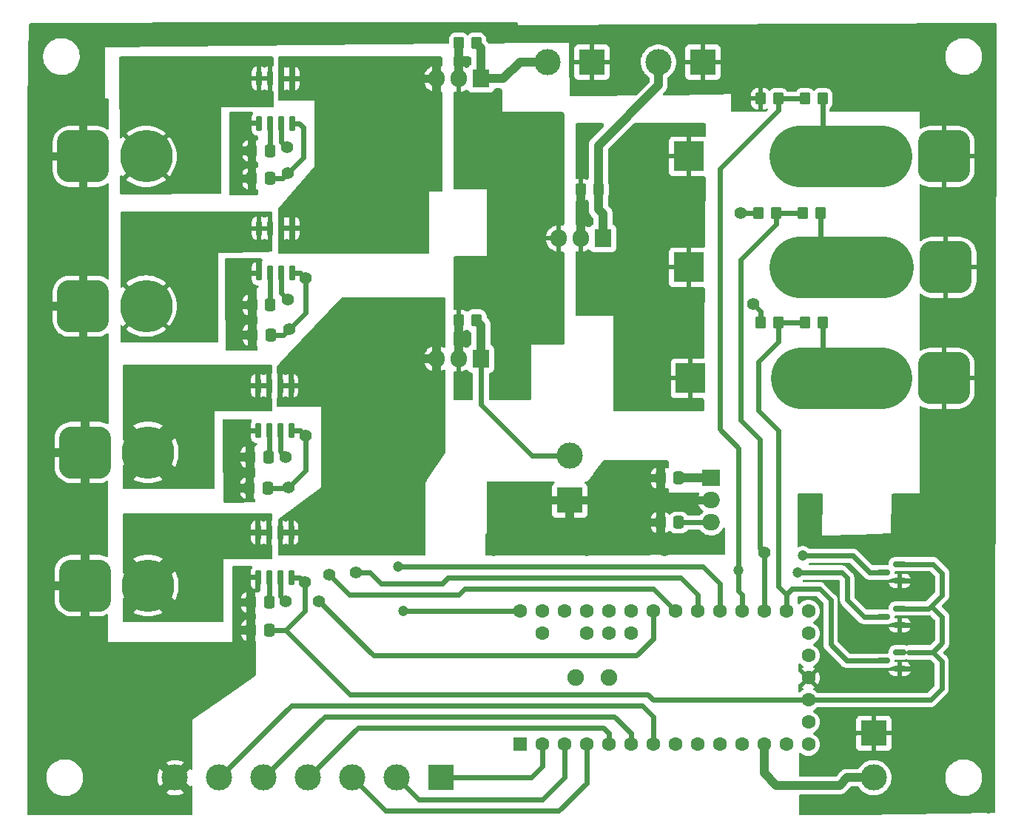
<source format=gtl>
G04 #@! TF.GenerationSoftware,KiCad,Pcbnew,6.0.9-8da3e8f707~116~ubuntu22.04.1*
G04 #@! TF.CreationDate,2022-12-04T14:53:18+01:00*
G04 #@! TF.ProjectId,robot_power,726f626f-745f-4706-9f77-65722e6b6963,rev?*
G04 #@! TF.SameCoordinates,Original*
G04 #@! TF.FileFunction,Copper,L1,Top*
G04 #@! TF.FilePolarity,Positive*
%FSLAX46Y46*%
G04 Gerber Fmt 4.6, Leading zero omitted, Abs format (unit mm)*
G04 Created by KiCad (PCBNEW 6.0.9-8da3e8f707~116~ubuntu22.04.1) date 2022-12-04 14:53:18*
%MOMM*%
%LPD*%
G01*
G04 APERTURE LIST*
G04 Aperture macros list*
%AMRoundRect*
0 Rectangle with rounded corners*
0 $1 Rounding radius*
0 $2 $3 $4 $5 $6 $7 $8 $9 X,Y pos of 4 corners*
0 Add a 4 corners polygon primitive as box body*
4,1,4,$2,$3,$4,$5,$6,$7,$8,$9,$2,$3,0*
0 Add four circle primitives for the rounded corners*
1,1,$1+$1,$2,$3*
1,1,$1+$1,$4,$5*
1,1,$1+$1,$6,$7*
1,1,$1+$1,$8,$9*
0 Add four rect primitives between the rounded corners*
20,1,$1+$1,$2,$3,$4,$5,0*
20,1,$1+$1,$4,$5,$6,$7,0*
20,1,$1+$1,$6,$7,$8,$9,0*
20,1,$1+$1,$8,$9,$2,$3,0*%
G04 Aperture macros list end*
G04 #@! TA.AperFunction,ComponentPad*
%ADD10R,3.000000X3.000000*%
G04 #@! TD*
G04 #@! TA.AperFunction,ComponentPad*
%ADD11C,3.000000*%
G04 #@! TD*
G04 #@! TA.AperFunction,SMDPad,CuDef*
%ADD12RoundRect,0.150000X-0.150000X0.725000X-0.150000X-0.725000X0.150000X-0.725000X0.150000X0.725000X0*%
G04 #@! TD*
G04 #@! TA.AperFunction,SMDPad,CuDef*
%ADD13RoundRect,0.250000X-0.350000X-0.450000X0.350000X-0.450000X0.350000X0.450000X-0.350000X0.450000X0*%
G04 #@! TD*
G04 #@! TA.AperFunction,SMDPad,CuDef*
%ADD14RoundRect,0.150000X0.587500X0.150000X-0.587500X0.150000X-0.587500X-0.150000X0.587500X-0.150000X0*%
G04 #@! TD*
G04 #@! TA.AperFunction,SMDPad,CuDef*
%ADD15RoundRect,0.250000X0.337500X0.475000X-0.337500X0.475000X-0.337500X-0.475000X0.337500X-0.475000X0*%
G04 #@! TD*
G04 #@! TA.AperFunction,ComponentPad*
%ADD16R,1.905000X2.000000*%
G04 #@! TD*
G04 #@! TA.AperFunction,ComponentPad*
%ADD17O,1.905000X2.000000*%
G04 #@! TD*
G04 #@! TA.AperFunction,ComponentPad*
%ADD18RoundRect,1.500000X-1.500000X-1.500000X1.500000X-1.500000X1.500000X1.500000X-1.500000X1.500000X0*%
G04 #@! TD*
G04 #@! TA.AperFunction,ComponentPad*
%ADD19C,6.000000*%
G04 #@! TD*
G04 #@! TA.AperFunction,SMDPad,CuDef*
%ADD20RoundRect,0.250000X0.350000X0.450000X-0.350000X0.450000X-0.350000X-0.450000X0.350000X-0.450000X0*%
G04 #@! TD*
G04 #@! TA.AperFunction,ComponentPad*
%ADD21RoundRect,1.500000X1.500000X1.500000X-1.500000X1.500000X-1.500000X-1.500000X1.500000X-1.500000X0*%
G04 #@! TD*
G04 #@! TA.AperFunction,ComponentPad*
%ADD22R,3.500000X3.500000*%
G04 #@! TD*
G04 #@! TA.AperFunction,ComponentPad*
%ADD23O,3.500000X3.500000*%
G04 #@! TD*
G04 #@! TA.AperFunction,ComponentPad*
%ADD24R,2.000000X1.905000*%
G04 #@! TD*
G04 #@! TA.AperFunction,ComponentPad*
%ADD25O,2.000000X1.905000*%
G04 #@! TD*
G04 #@! TA.AperFunction,ComponentPad*
%ADD26R,1.600000X1.600000*%
G04 #@! TD*
G04 #@! TA.AperFunction,ComponentPad*
%ADD27C,1.600000*%
G04 #@! TD*
G04 #@! TA.AperFunction,ComponentPad*
%ADD28C,1.900000*%
G04 #@! TD*
G04 #@! TA.AperFunction,ViaPad*
%ADD29C,1.200000*%
G04 #@! TD*
G04 #@! TA.AperFunction,ViaPad*
%ADD30C,1.400000*%
G04 #@! TD*
G04 #@! TA.AperFunction,Conductor*
%ADD31C,1.000000*%
G04 #@! TD*
G04 #@! TA.AperFunction,Conductor*
%ADD32C,0.600000*%
G04 #@! TD*
G04 #@! TA.AperFunction,Conductor*
%ADD33C,7.000000*%
G04 #@! TD*
G04 APERTURE END LIST*
D10*
X257683000Y-133350000D03*
D11*
X257683000Y-138430000D03*
D12*
X191135000Y-75530000D03*
X189865000Y-75530000D03*
X188595000Y-75530000D03*
X187325000Y-75530000D03*
X187325000Y-80680000D03*
X188595000Y-80680000D03*
X189865000Y-80680000D03*
X191135000Y-80680000D03*
D13*
X210185000Y-54356000D03*
X212185000Y-54356000D03*
D14*
X260652500Y-120965000D03*
X260652500Y-119065000D03*
X258777500Y-120015000D03*
D15*
X188341000Y-105283000D03*
X186266000Y-105283000D03*
D13*
X224155000Y-71120000D03*
X226155000Y-71120000D03*
D16*
X212725000Y-90465000D03*
D17*
X210185000Y-90465000D03*
X207645000Y-90465000D03*
D18*
X167215000Y-84455000D03*
D19*
X174415000Y-84455000D03*
D20*
X251809000Y-86360000D03*
X249809000Y-86360000D03*
D21*
X265700000Y-92710000D03*
D19*
X258500000Y-92710000D03*
D15*
X188595000Y-69850000D03*
X186520000Y-69850000D03*
D10*
X222885000Y-106680000D03*
D11*
X222885000Y-101600000D03*
D20*
X246491000Y-73787000D03*
X244491000Y-73787000D03*
D15*
X188638000Y-87757000D03*
X186563000Y-87757000D03*
X188489500Y-118364000D03*
X186414500Y-118364000D03*
D16*
X226695000Y-76685000D03*
D17*
X224155000Y-76685000D03*
X221615000Y-76685000D03*
D22*
X236490000Y-67310000D03*
D23*
X249190000Y-67310000D03*
D22*
X236490000Y-80010000D03*
D23*
X249190000Y-80010000D03*
D14*
X260652500Y-115885000D03*
X260652500Y-113985000D03*
X258777500Y-114935000D03*
X260652500Y-125979000D03*
X260652500Y-124079000D03*
X258777500Y-125029000D03*
D24*
X239055000Y-104140000D03*
D25*
X239055000Y-106680000D03*
X239055000Y-109220000D03*
D12*
X191008000Y-93564000D03*
X189738000Y-93564000D03*
X188468000Y-93564000D03*
X187198000Y-93564000D03*
X187198000Y-98714000D03*
X188468000Y-98714000D03*
X189738000Y-98714000D03*
X191008000Y-98714000D03*
D20*
X251825000Y-60706000D03*
X249825000Y-60706000D03*
D18*
X167425000Y-116437500D03*
D19*
X174625000Y-116437500D03*
D20*
X246745000Y-60706000D03*
X244745000Y-60706000D03*
D21*
X265910000Y-80010000D03*
D19*
X258710000Y-80010000D03*
D16*
X212725000Y-58420000D03*
D17*
X210185000Y-58420000D03*
X207645000Y-58420000D03*
D15*
X188384000Y-101727000D03*
X186309000Y-101727000D03*
D10*
X225425000Y-56515000D03*
D11*
X220345000Y-56515000D03*
D21*
X265700000Y-67310000D03*
D19*
X258500000Y-67310000D03*
D12*
X191135000Y-58385000D03*
X189865000Y-58385000D03*
X188595000Y-58385000D03*
X187325000Y-58385000D03*
X187325000Y-63535000D03*
X188595000Y-63535000D03*
X189865000Y-63535000D03*
X191135000Y-63535000D03*
X191029500Y-110363000D03*
X189759500Y-110363000D03*
X188489500Y-110363000D03*
X187219500Y-110363000D03*
X187219500Y-115513000D03*
X188489500Y-115513000D03*
X189759500Y-115513000D03*
X191029500Y-115513000D03*
D20*
X246729000Y-86360000D03*
X244729000Y-86360000D03*
D26*
X217170000Y-134620000D03*
D27*
X219710000Y-134620000D03*
X222250000Y-134620000D03*
X224790000Y-134620000D03*
X227330000Y-134620000D03*
X229870000Y-134620000D03*
X232410000Y-134620000D03*
X234950000Y-134620000D03*
X237490000Y-134620000D03*
X240030000Y-134620000D03*
X242570000Y-134620000D03*
X245110000Y-134620000D03*
X247650000Y-134620000D03*
X250190000Y-134620000D03*
X250190000Y-132080000D03*
X250190000Y-129540000D03*
X250190000Y-127000000D03*
X250190000Y-124460000D03*
X250190000Y-121920000D03*
X250190000Y-119380000D03*
X247650000Y-119380000D03*
X245110000Y-119380000D03*
X242570000Y-119380000D03*
X240030000Y-119380000D03*
X237490000Y-119380000D03*
X234950000Y-119380000D03*
X232410000Y-119380000D03*
X229870000Y-119380000D03*
X227330000Y-119380000D03*
X224790000Y-119380000D03*
X222250000Y-119380000D03*
X219710000Y-119380000D03*
X217170000Y-119380000D03*
X219710000Y-121920000D03*
X224790000Y-121920000D03*
X227330000Y-121920000D03*
X229870000Y-121920000D03*
D28*
X227330000Y-127000000D03*
X223520000Y-127000000D03*
D10*
X238125000Y-56515000D03*
D11*
X233045000Y-56515000D03*
D15*
X188616500Y-84328000D03*
X186541500Y-84328000D03*
X188489500Y-121539000D03*
X186414500Y-121539000D03*
X235352500Y-104140000D03*
X233277500Y-104140000D03*
D18*
X167425000Y-101197500D03*
D19*
X174625000Y-101197500D03*
D15*
X188595000Y-66675000D03*
X186520000Y-66675000D03*
D22*
X236700000Y-92710000D03*
D23*
X249400000Y-92710000D03*
D13*
X210201000Y-86106000D03*
X212201000Y-86106000D03*
D15*
X235352500Y-109220000D03*
X233277500Y-109220000D03*
D18*
X167215000Y-67310000D03*
D19*
X174415000Y-67310000D03*
D20*
X251571000Y-73787000D03*
X249571000Y-73787000D03*
D10*
X208192500Y-138430000D03*
D11*
X203112500Y-138430000D03*
X198032500Y-138430000D03*
X192952500Y-138430000D03*
X187872500Y-138430000D03*
X182792500Y-138430000D03*
X177712500Y-138430000D03*
D29*
X221234000Y-62992000D03*
X210566000Y-93980000D03*
X213614000Y-61214000D03*
X210820000Y-70104000D03*
X211074000Y-80264000D03*
X216154000Y-79756000D03*
X214884000Y-93980000D03*
X216916000Y-90424000D03*
X221234000Y-68072000D03*
X221234000Y-85852000D03*
X221234000Y-80772000D03*
X221234000Y-73406000D03*
X218440000Y-87376000D03*
X210566000Y-61214000D03*
X217170000Y-94234000D03*
X217932000Y-63246000D03*
X261620000Y-107696000D03*
D30*
X162560000Y-134620000D03*
D29*
X168148000Y-52832000D03*
D30*
X162306000Y-63246000D03*
X167894000Y-92075000D03*
D29*
X242062000Y-58166000D03*
X267462000Y-126238000D03*
D30*
X163068000Y-112141000D03*
X172720000Y-135890000D03*
X231140000Y-109728000D03*
X184912000Y-125095000D03*
X214122000Y-112395000D03*
D29*
X270256000Y-101854000D03*
X216408000Y-53340000D03*
X255524000Y-53340000D03*
X164338000Y-61468000D03*
D30*
X162560000Y-127000000D03*
X168910000Y-132080000D03*
D29*
X179070000Y-53594000D03*
X168656000Y-57912000D03*
D30*
X228092000Y-109093000D03*
D29*
X257556000Y-112014000D03*
X250444000Y-141732000D03*
D30*
X224790000Y-112395000D03*
D29*
X224028000Y-53340000D03*
D30*
X162687000Y-122809000D03*
D29*
X270764000Y-141986000D03*
D30*
X163068000Y-96647000D03*
D29*
X255270000Y-121920000D03*
X221234000Y-53340000D03*
X253746000Y-127254000D03*
D30*
X184658000Y-70739000D03*
X162306000Y-78613000D03*
D29*
X262128000Y-127762000D03*
X270510000Y-122936000D03*
D30*
X243840000Y-84201000D03*
D29*
X267462000Y-116078000D03*
D30*
X236347000Y-106807000D03*
X214249000Y-105791000D03*
X168148000Y-107442000D03*
D29*
X242062000Y-54610000D03*
D30*
X184404000Y-85725000D03*
D29*
X270764000Y-86868000D03*
X263652000Y-141732000D03*
D30*
X230124000Y-106934000D03*
X184023000Y-102997000D03*
D29*
X167640000Y-62865000D03*
D30*
X184150000Y-105791000D03*
X162560000Y-106934000D03*
X168529000Y-78359000D03*
D29*
X169545000Y-62865000D03*
X270510000Y-110998000D03*
X264668000Y-73660000D03*
X192532000Y-53340000D03*
X242570000Y-60960000D03*
D30*
X162687000Y-91694000D03*
X170180000Y-140970000D03*
D29*
X264160000Y-53340000D03*
D30*
X174879000Y-125476000D03*
X184404000Y-88392000D03*
X162560000Y-130810000D03*
X214884000Y-109474000D03*
X180467000Y-125476000D03*
D29*
X270510000Y-74168000D03*
D30*
X175641000Y-128778000D03*
X168275000Y-74549000D03*
D29*
X271018000Y-52832000D03*
X202946000Y-53340000D03*
D30*
X162306000Y-74168000D03*
X242443000Y-73787000D03*
D29*
X249936000Y-106934000D03*
X270764000Y-132842000D03*
D30*
X184658000Y-68072000D03*
D29*
X260858000Y-53340000D03*
X270764000Y-62484000D03*
D30*
X167640000Y-123825000D03*
X184277000Y-80010000D03*
D29*
X229108000Y-58166000D03*
X265176000Y-103886000D03*
D30*
X239268000Y-112141000D03*
X263603500Y-126045000D03*
D29*
X256540000Y-116840000D03*
X252730000Y-132334000D03*
D30*
X168275000Y-110363000D03*
X168275000Y-95504000D03*
X233680000Y-112395000D03*
X184785000Y-62992000D03*
X184023000Y-98425000D03*
D29*
X263906000Y-98552000D03*
X250190000Y-110236000D03*
X258064000Y-141986000D03*
D30*
X244602000Y-58420000D03*
D29*
X265176000Y-86106000D03*
D30*
X219075000Y-108585000D03*
D29*
X218694000Y-53340000D03*
D30*
X263525000Y-121920000D03*
D29*
X161544000Y-52832000D03*
D30*
X172720000Y-140970000D03*
X263525000Y-117191000D03*
D29*
X229108000Y-55118000D03*
X250952000Y-137668000D03*
X230632000Y-74168000D03*
X236728000Y-71120000D03*
X224536000Y-84074000D03*
X224536000Y-64516000D03*
X231394000Y-64516000D03*
X233172000Y-94996000D03*
X236728000Y-86868000D03*
X232410000Y-88392000D03*
X231140000Y-81280000D03*
X236728000Y-84074000D03*
X236982000Y-75184000D03*
X248920000Y-114935000D03*
X242189000Y-114681000D03*
D30*
X245110000Y-112649000D03*
D29*
X249555000Y-113030000D03*
X203835000Y-119380000D03*
D30*
X192659000Y-99314000D03*
X192659000Y-81280000D03*
X190690500Y-105219500D03*
X190754000Y-87122000D03*
X192532000Y-116078000D03*
X190627000Y-69215000D03*
X190627000Y-83693000D03*
X198374000Y-114935000D03*
D29*
X203200000Y-114300000D03*
D30*
X190500000Y-66294000D03*
X195326000Y-115189000D03*
X190373000Y-101727000D03*
X194183000Y-118237000D03*
X190373000Y-118237000D03*
D31*
X245110000Y-134620000D02*
X245110000Y-137922000D01*
X254635000Y-138430000D02*
X257683000Y-138430000D01*
X245110000Y-137922000D02*
X246507000Y-139319000D01*
X246507000Y-139319000D02*
X253746000Y-139319000D01*
X253746000Y-139319000D02*
X254635000Y-138430000D01*
X210185000Y-90465000D02*
X210185000Y-86122000D01*
X210185000Y-86122000D02*
X210201000Y-86106000D01*
X239055000Y-104140000D02*
X235352500Y-104140000D01*
X210185000Y-54356000D02*
X210185000Y-58420000D01*
D32*
X260652500Y-115885000D02*
X262219000Y-115885000D01*
X262570000Y-120965000D02*
X263525000Y-121920000D01*
X244729000Y-86360000D02*
X244729000Y-85090000D01*
X260652500Y-120965000D02*
X262570000Y-120965000D01*
X244491000Y-73787000D02*
X242443000Y-73787000D01*
X244729000Y-85090000D02*
X243840000Y-84201000D01*
X263537500Y-125979000D02*
X260652500Y-125979000D01*
X263603500Y-126045000D02*
X263537500Y-125979000D01*
X244745000Y-58563000D02*
X244602000Y-58420000D01*
X262219000Y-115885000D02*
X263525000Y-117191000D01*
X188468000Y-101643000D02*
X188384000Y-101727000D01*
X188468000Y-98714000D02*
X188468000Y-101643000D01*
X188489500Y-115513000D02*
X188489500Y-118364000D01*
D31*
X224155000Y-76685000D02*
X224155000Y-71120000D01*
D32*
X251809000Y-92043000D02*
X252476000Y-92710000D01*
D33*
X252476000Y-92710000D02*
X249400000Y-92710000D01*
X258500000Y-92710000D02*
X252476000Y-92710000D01*
D32*
X251809000Y-86360000D02*
X251809000Y-92043000D01*
X251571000Y-78121000D02*
X249682000Y-80010000D01*
D33*
X249682000Y-80010000D02*
X249190000Y-80010000D01*
X258710000Y-80010000D02*
X249682000Y-80010000D01*
D32*
X251571000Y-73787000D02*
X251571000Y-78121000D01*
D33*
X258500000Y-67310000D02*
X251206000Y-67310000D01*
X251206000Y-67310000D02*
X249190000Y-67310000D01*
D32*
X251825000Y-60706000D02*
X251825000Y-66691000D01*
X251825000Y-66691000D02*
X251206000Y-67310000D01*
X254635000Y-115570000D02*
X254000000Y-114935000D01*
X240030000Y-98552000D02*
X242189000Y-100711000D01*
X254635000Y-118110000D02*
X254635000Y-115570000D01*
X249825000Y-60706000D02*
X246745000Y-60706000D01*
X258777500Y-120015000D02*
X256540000Y-120015000D01*
X242189000Y-114681000D02*
X242189000Y-117094000D01*
X242189000Y-117094000D02*
X242570000Y-117475000D01*
X254000000Y-114935000D02*
X248920000Y-114935000D01*
X246745000Y-60706000D02*
X246745000Y-61992000D01*
X242189000Y-100711000D02*
X242189000Y-114681000D01*
X240030000Y-68707000D02*
X240030000Y-98552000D01*
X256540000Y-120015000D02*
X254635000Y-118110000D01*
X246745000Y-61992000D02*
X240030000Y-68707000D01*
X242570000Y-117475000D02*
X242570000Y-119380000D01*
X249571000Y-73787000D02*
X246491000Y-73787000D01*
X258777500Y-114935000D02*
X257175000Y-114935000D01*
X246491000Y-75073000D02*
X242443000Y-79121000D01*
X257175000Y-114935000D02*
X255270000Y-113030000D01*
X244602000Y-112141000D02*
X245110000Y-112649000D01*
X242443000Y-97536000D02*
X244602000Y-99695000D01*
X242443000Y-79121000D02*
X242443000Y-97536000D01*
X246491000Y-73787000D02*
X246491000Y-75073000D01*
X244602000Y-99695000D02*
X244602000Y-112141000D01*
X255270000Y-113030000D02*
X249555000Y-113030000D01*
X245110000Y-119380000D02*
X245110000Y-112649000D01*
X244475000Y-90805000D02*
X244475000Y-96393000D01*
X247650000Y-117475000D02*
X248285000Y-116840000D01*
X246761000Y-98679000D02*
X246761000Y-116586000D01*
X246729000Y-86360000D02*
X246729000Y-88551000D01*
X254569000Y-125029000D02*
X258777500Y-125029000D01*
X251460000Y-116840000D02*
X252730000Y-118110000D01*
X246729000Y-88551000D02*
X244475000Y-90805000D01*
X252730000Y-118110000D02*
X252730000Y-123190000D01*
X252730000Y-123190000D02*
X254569000Y-125029000D01*
X244475000Y-96393000D02*
X246761000Y-98679000D01*
X248285000Y-116840000D02*
X251460000Y-116840000D01*
X247650000Y-117475000D02*
X247650000Y-119380000D01*
X249809000Y-86360000D02*
X246729000Y-86360000D01*
X246761000Y-116586000D02*
X247650000Y-117475000D01*
X239055000Y-109220000D02*
X235352500Y-109220000D01*
X217170000Y-119380000D02*
X203835000Y-119380000D01*
X190627000Y-105283000D02*
X188341000Y-105283000D01*
X190690500Y-105219500D02*
X190627000Y-105283000D01*
X191135000Y-63535000D02*
X191932000Y-63535000D01*
X191008000Y-98714000D02*
X192059000Y-98714000D01*
X190119000Y-87757000D02*
X188638000Y-87757000D01*
X263979500Y-119065000D02*
X264547250Y-118497250D01*
X197739000Y-128905000D02*
X190373000Y-121539000D01*
X191029500Y-115513000D02*
X191967000Y-115513000D01*
X231775000Y-128905000D02*
X197739000Y-128905000D01*
X191967000Y-115513000D02*
X192532000Y-116078000D01*
X189992000Y-69850000D02*
X188595000Y-69850000D01*
X264547250Y-118497250D02*
X264299500Y-118745000D01*
X191135000Y-80680000D02*
X192059000Y-80680000D01*
X192659000Y-81280000D02*
X192659000Y-85217000D01*
X250190000Y-129540000D02*
X264160000Y-129540000D01*
X192532000Y-116078000D02*
X192532000Y-119380000D01*
X232410000Y-129540000D02*
X231775000Y-128905000D01*
X190373000Y-121539000D02*
X188489500Y-121539000D01*
X260652500Y-113985000D02*
X264480000Y-113985000D01*
X265508500Y-122997000D02*
X264426500Y-124079000D01*
X265508500Y-117536000D02*
X264547250Y-118497250D01*
X192532000Y-119380000D02*
X190373000Y-121539000D01*
X264299500Y-118812250D02*
X265508500Y-120021250D01*
X265508500Y-115013500D02*
X265508500Y-117536000D01*
X264480000Y-113985000D02*
X265508500Y-115013500D01*
X264299500Y-118745000D02*
X264299500Y-118812250D01*
X192659000Y-103251000D02*
X190690500Y-105219500D01*
X265430000Y-128270000D02*
X265430000Y-125082500D01*
X192059000Y-80680000D02*
X192659000Y-81280000D01*
X264160000Y-129540000D02*
X265430000Y-128270000D01*
X250190000Y-129540000D02*
X232410000Y-129540000D01*
X192659000Y-99314000D02*
X192659000Y-103251000D01*
X260652500Y-119065000D02*
X263979500Y-119065000D01*
X192405000Y-67437000D02*
X190627000Y-69215000D01*
X264426500Y-124079000D02*
X261620000Y-124079000D01*
X192059000Y-98714000D02*
X192659000Y-99314000D01*
X265508500Y-120021250D02*
X265508500Y-122997000D01*
X265430000Y-125082500D02*
X264426500Y-124079000D01*
X192405000Y-64008000D02*
X192405000Y-67437000D01*
X190627000Y-69215000D02*
X189992000Y-69850000D01*
X191932000Y-63535000D02*
X192405000Y-64008000D01*
X192659000Y-85217000D02*
X190754000Y-87122000D01*
X190754000Y-87122000D02*
X190119000Y-87757000D01*
X212725000Y-95758000D02*
X212725000Y-90465000D01*
X222885000Y-101600000D02*
X218567000Y-101600000D01*
D31*
X212725000Y-90465000D02*
X212725000Y-86630000D01*
X212725000Y-86630000D02*
X212201000Y-86106000D01*
D32*
X218567000Y-101600000D02*
X212725000Y-95758000D01*
D31*
X212725000Y-58420000D02*
X212725000Y-54896000D01*
X215265000Y-58420000D02*
X217170000Y-56515000D01*
X212725000Y-54896000D02*
X212185000Y-54356000D01*
X212725000Y-58420000D02*
X215265000Y-58420000D01*
X217170000Y-56515000D02*
X220345000Y-56515000D01*
D32*
X188595000Y-63535000D02*
X188595000Y-66675000D01*
X188595000Y-80680000D02*
X188595000Y-84306500D01*
X188595000Y-84306500D02*
X188616500Y-84328000D01*
X208280000Y-116205000D02*
X208915000Y-115570000D01*
X189865000Y-82931000D02*
X190627000Y-83693000D01*
X201295000Y-116205000D02*
X208280000Y-116205000D01*
X189865000Y-80680000D02*
X189865000Y-82931000D01*
X198374000Y-114935000D02*
X200025000Y-114935000D01*
X237490000Y-117475000D02*
X237490000Y-119380000D01*
X208915000Y-115570000D02*
X235585000Y-115570000D01*
X200025000Y-114935000D02*
X201295000Y-116205000D01*
X235585000Y-115570000D02*
X237490000Y-117475000D01*
D31*
X226155000Y-66072000D02*
X233045000Y-59182000D01*
X226695000Y-76685000D02*
X226695000Y-73914000D01*
X226155000Y-71120000D02*
X226155000Y-66072000D01*
X233045000Y-59182000D02*
X233045000Y-56515000D01*
X226155000Y-73374000D02*
X226155000Y-71120000D01*
X226695000Y-73914000D02*
X226155000Y-73374000D01*
D32*
X219710000Y-137160000D02*
X219710000Y-134620000D01*
X218440000Y-138430000D02*
X219710000Y-137160000D01*
X208192500Y-138430000D02*
X218440000Y-138430000D01*
X203200000Y-114300000D02*
X238125000Y-114300000D01*
X189865000Y-65659000D02*
X190500000Y-66294000D01*
X240030000Y-116205000D02*
X240030000Y-119380000D01*
X238125000Y-114300000D02*
X240030000Y-116205000D01*
X189865000Y-63535000D02*
X189865000Y-65659000D01*
X232410000Y-116840000D02*
X234950000Y-119380000D01*
X210820000Y-116840000D02*
X232410000Y-116840000D01*
X197612000Y-117475000D02*
X210185000Y-117475000D01*
X195326000Y-115189000D02*
X197612000Y-117475000D01*
X210185000Y-117475000D02*
X210820000Y-116840000D01*
X189738000Y-101092000D02*
X190373000Y-101727000D01*
X189738000Y-98714000D02*
X189738000Y-101092000D01*
X232410000Y-119380000D02*
X232410000Y-122555000D01*
X189759500Y-117623500D02*
X190373000Y-118237000D01*
X189759500Y-115513000D02*
X189759500Y-117623500D01*
X200406000Y-124460000D02*
X194183000Y-118237000D01*
X230505000Y-124460000D02*
X200406000Y-124460000D01*
X232410000Y-122555000D02*
X230505000Y-124460000D01*
X203112500Y-138430000D02*
X205652500Y-140970000D01*
X219710000Y-140970000D02*
X222250000Y-138430000D01*
X205652500Y-140970000D02*
X219710000Y-140970000D01*
X222250000Y-138430000D02*
X222250000Y-134620000D01*
X198032500Y-138430000D02*
X201842500Y-142240000D01*
X221615000Y-142240000D02*
X224790000Y-139065000D01*
X201842500Y-142240000D02*
X221615000Y-142240000D01*
X224790000Y-139065000D02*
X224790000Y-134620000D01*
X198667500Y-132715000D02*
X226695000Y-132715000D01*
X192952500Y-138430000D02*
X198667500Y-132715000D01*
X227330000Y-133350000D02*
X227330000Y-134620000D01*
X226695000Y-132715000D02*
X227330000Y-133350000D01*
X229870000Y-133350000D02*
X229870000Y-134620000D01*
X187872500Y-138430000D02*
X194857500Y-131445000D01*
X227965000Y-131445000D02*
X229870000Y-133350000D01*
X194857500Y-131445000D02*
X227965000Y-131445000D01*
X232410000Y-131445000D02*
X232410000Y-134620000D01*
X231140000Y-130175000D02*
X232410000Y-131445000D01*
X182792500Y-138430000D02*
X191047500Y-130175000D01*
X191047500Y-130175000D02*
X231140000Y-130175000D01*
G04 #@! TA.AperFunction,Conductor*
G36*
X188918105Y-55900010D02*
G01*
X188964606Y-55953659D01*
X188976000Y-56006018D01*
X188976000Y-56884107D01*
X188955998Y-56952228D01*
X188902342Y-56998721D01*
X188852505Y-57009636D01*
X188849000Y-57017370D01*
X188849000Y-59746878D01*
X188852973Y-59760409D01*
X188867933Y-59762560D01*
X188932513Y-59792053D01*
X188970896Y-59851780D01*
X188976000Y-59887277D01*
X188976000Y-61596000D01*
X188955998Y-61664121D01*
X188902342Y-61710614D01*
X188850000Y-61722000D01*
X183007000Y-61722000D01*
X183006378Y-70822641D01*
X183006331Y-71504135D01*
X182986324Y-71572254D01*
X182932665Y-71618743D01*
X182880359Y-71630126D01*
X171574360Y-71632644D01*
X171506235Y-71612657D01*
X171459730Y-71559012D01*
X171448336Y-71507655D01*
X171442842Y-70822641D01*
X171435965Y-69965186D01*
X172124960Y-69965186D01*
X172132418Y-69975554D01*
X172347662Y-70149854D01*
X172352984Y-70153721D01*
X172655823Y-70350387D01*
X172661532Y-70353683D01*
X172983275Y-70517620D01*
X172989286Y-70520296D01*
X173326395Y-70649700D01*
X173332672Y-70651740D01*
X173681463Y-70745198D01*
X173687901Y-70746567D01*
X174044560Y-70803055D01*
X174051104Y-70803743D01*
X174411699Y-70822641D01*
X174418301Y-70822641D01*
X174778896Y-70803743D01*
X174785440Y-70803055D01*
X175142099Y-70746567D01*
X175148537Y-70745198D01*
X175497328Y-70651740D01*
X175503605Y-70649700D01*
X175840714Y-70520296D01*
X175846725Y-70517620D01*
X176168468Y-70353683D01*
X176174177Y-70350387D01*
X176477016Y-70153721D01*
X176482338Y-70149854D01*
X176696634Y-69976322D01*
X176705100Y-69964067D01*
X176698766Y-69952976D01*
X174427812Y-67682022D01*
X174413868Y-67674408D01*
X174412035Y-67674539D01*
X174405420Y-67678790D01*
X172132100Y-69952110D01*
X172124960Y-69965186D01*
X171435965Y-69965186D01*
X171432701Y-69558253D01*
X171452156Y-69489975D01*
X171505437Y-69443053D01*
X171575628Y-69432386D01*
X171640443Y-69461360D01*
X171656618Y-69477949D01*
X171748678Y-69591634D01*
X171760933Y-69600100D01*
X171772024Y-69593766D01*
X174042978Y-67322812D01*
X174049356Y-67311132D01*
X174779408Y-67311132D01*
X174779539Y-67312965D01*
X174783790Y-67319580D01*
X177057110Y-69592900D01*
X177070186Y-69600040D01*
X177080554Y-69592582D01*
X177254854Y-69377338D01*
X177258721Y-69372016D01*
X177455387Y-69069177D01*
X177458683Y-69063468D01*
X177622620Y-68741725D01*
X177625296Y-68735714D01*
X177754700Y-68398605D01*
X177756740Y-68392328D01*
X177850198Y-68043537D01*
X177851567Y-68037099D01*
X177908055Y-67680440D01*
X177908743Y-67673896D01*
X177927641Y-67313301D01*
X177927641Y-67306699D01*
X177908743Y-66946104D01*
X177908055Y-66939560D01*
X177851567Y-66582901D01*
X177850198Y-66576463D01*
X177756740Y-66227672D01*
X177754700Y-66221395D01*
X177625296Y-65884286D01*
X177622620Y-65878275D01*
X177458683Y-65556532D01*
X177455387Y-65550823D01*
X177258721Y-65247984D01*
X177254854Y-65242662D01*
X177081322Y-65028366D01*
X177069067Y-65019900D01*
X177057976Y-65026234D01*
X174787022Y-67297188D01*
X174779408Y-67311132D01*
X174049356Y-67311132D01*
X174050592Y-67308868D01*
X174050461Y-67307035D01*
X174046210Y-67300420D01*
X171772890Y-65027100D01*
X171759814Y-65019960D01*
X171749446Y-65027418D01*
X171620925Y-65186129D01*
X171562511Y-65226481D01*
X171491553Y-65228847D01*
X171430582Y-65192474D01*
X171398953Y-65128912D01*
X171397008Y-65107846D01*
X171393383Y-64655933D01*
X172124900Y-64655933D01*
X172131234Y-64667024D01*
X174402188Y-66937978D01*
X174416132Y-66945592D01*
X174417965Y-66945461D01*
X174424580Y-66941210D01*
X176697900Y-64667890D01*
X176705040Y-64654814D01*
X176697582Y-64644446D01*
X176482338Y-64470146D01*
X176477016Y-64466279D01*
X176174177Y-64269613D01*
X176168468Y-64266317D01*
X175846725Y-64102380D01*
X175840714Y-64099704D01*
X175503605Y-63970300D01*
X175497328Y-63968260D01*
X175148537Y-63874802D01*
X175142099Y-63873433D01*
X174785440Y-63816945D01*
X174778896Y-63816257D01*
X174418301Y-63797359D01*
X174411699Y-63797359D01*
X174051104Y-63816257D01*
X174044560Y-63816945D01*
X173687901Y-63873433D01*
X173681463Y-63874802D01*
X173332672Y-63968260D01*
X173326395Y-63970300D01*
X172989286Y-64099704D01*
X172983275Y-64102380D01*
X172661532Y-64266317D01*
X172655823Y-64269613D01*
X172352984Y-64466279D01*
X172347662Y-64470146D01*
X172133366Y-64643678D01*
X172124900Y-64655933D01*
X171393383Y-64655933D01*
X171349415Y-59173984D01*
X186517001Y-59173984D01*
X186517195Y-59178920D01*
X186519430Y-59207336D01*
X186521730Y-59219931D01*
X186564107Y-59365790D01*
X186570352Y-59380221D01*
X186646911Y-59509678D01*
X186656551Y-59522104D01*
X186762896Y-59628449D01*
X186775322Y-59638089D01*
X186904779Y-59714648D01*
X186919210Y-59720893D01*
X187053605Y-59759939D01*
X187067706Y-59759899D01*
X187071000Y-59752630D01*
X187071000Y-59746878D01*
X187579000Y-59746878D01*
X187582973Y-59760409D01*
X187590871Y-59761544D01*
X187730790Y-59720893D01*
X187745221Y-59714648D01*
X187874678Y-59638088D01*
X187882770Y-59631811D01*
X187948854Y-59605861D01*
X188018477Y-59619759D01*
X188037230Y-59631811D01*
X188045322Y-59638088D01*
X188174779Y-59714648D01*
X188189210Y-59720893D01*
X188323605Y-59759939D01*
X188337706Y-59759899D01*
X188341000Y-59752630D01*
X188341000Y-58657115D01*
X188336525Y-58641876D01*
X188335135Y-58640671D01*
X188327452Y-58639000D01*
X187597115Y-58639000D01*
X187581876Y-58643475D01*
X187580671Y-58644865D01*
X187579000Y-58652548D01*
X187579000Y-59746878D01*
X187071000Y-59746878D01*
X187071000Y-58657115D01*
X187066525Y-58641876D01*
X187065135Y-58640671D01*
X187057452Y-58639000D01*
X186535116Y-58639000D01*
X186519877Y-58643475D01*
X186518672Y-58644865D01*
X186517001Y-58652548D01*
X186517001Y-59173984D01*
X171349415Y-59173984D01*
X171340905Y-58112885D01*
X186517000Y-58112885D01*
X186521475Y-58128124D01*
X186522865Y-58129329D01*
X186530548Y-58131000D01*
X187052885Y-58131000D01*
X187068124Y-58126525D01*
X187069329Y-58125135D01*
X187071000Y-58117452D01*
X187071000Y-58112885D01*
X187579000Y-58112885D01*
X187583475Y-58128124D01*
X187584865Y-58129329D01*
X187592548Y-58131000D01*
X188322885Y-58131000D01*
X188338124Y-58126525D01*
X188339329Y-58125135D01*
X188341000Y-58117452D01*
X188341000Y-57023122D01*
X188337027Y-57009591D01*
X188329129Y-57008456D01*
X188189210Y-57049107D01*
X188174779Y-57055352D01*
X188045322Y-57131912D01*
X188037230Y-57138189D01*
X187971146Y-57164139D01*
X187901523Y-57150241D01*
X187882770Y-57138189D01*
X187874678Y-57131912D01*
X187745221Y-57055352D01*
X187730790Y-57049107D01*
X187596395Y-57010061D01*
X187582294Y-57010101D01*
X187579000Y-57017370D01*
X187579000Y-58112885D01*
X187071000Y-58112885D01*
X187071000Y-57023122D01*
X187067027Y-57009591D01*
X187059129Y-57008456D01*
X186919210Y-57049107D01*
X186904779Y-57055352D01*
X186775322Y-57131911D01*
X186762896Y-57141551D01*
X186656551Y-57247896D01*
X186646911Y-57260322D01*
X186570352Y-57389779D01*
X186564107Y-57404210D01*
X186521731Y-57550065D01*
X186519430Y-57562667D01*
X186517193Y-57591084D01*
X186517000Y-57596014D01*
X186517000Y-58112885D01*
X171340905Y-58112885D01*
X171324036Y-56009566D01*
X171343491Y-55941287D01*
X171396772Y-55894365D01*
X171450012Y-55882555D01*
X188849983Y-55880018D01*
X188918105Y-55900010D01*
G37*
G04 #@! TD.AperFunction*
G04 #@! TA.AperFunction,Conductor*
G36*
X211470788Y-55898954D02*
G01*
X211551570Y-55952930D01*
X211605546Y-56033712D01*
X211624500Y-56129000D01*
X211624500Y-56664950D01*
X211605546Y-56760238D01*
X211551570Y-56841020D01*
X211496866Y-56877583D01*
X211498872Y-56881058D01*
X211484738Y-56889218D01*
X211469659Y-56895464D01*
X211456711Y-56905399D01*
X211456708Y-56905401D01*
X211402080Y-56947319D01*
X211344218Y-56991718D01*
X211284671Y-57069322D01*
X211211630Y-57133377D01*
X211119631Y-57164607D01*
X211022684Y-57158253D01*
X210966791Y-57135727D01*
X210794687Y-57040720D01*
X210776118Y-57032374D01*
X210568992Y-56959027D01*
X210549291Y-56953822D01*
X210463147Y-56938477D01*
X210442293Y-56938896D01*
X210439000Y-56947319D01*
X210439000Y-59881684D01*
X210443069Y-59902142D01*
X210452863Y-59904090D01*
X210514524Y-59894654D01*
X210534346Y-59889932D01*
X210743186Y-59821672D01*
X210761973Y-59813775D01*
X210965933Y-59707600D01*
X210966609Y-59708899D01*
X211046340Y-59678367D01*
X211143460Y-59680988D01*
X211232184Y-59720576D01*
X211285856Y-59772223D01*
X211344218Y-59848282D01*
X211357172Y-59858222D01*
X211456708Y-59934599D01*
X211456711Y-59934601D01*
X211469659Y-59944536D01*
X211484739Y-59950782D01*
X211484740Y-59950783D01*
X211504964Y-59959160D01*
X211615738Y-60005044D01*
X211631915Y-60007174D01*
X211631916Y-60007174D01*
X211665427Y-60011586D01*
X211733139Y-60020500D01*
X212724878Y-60020500D01*
X213716860Y-60020499D01*
X213724941Y-60019435D01*
X213724944Y-60019435D01*
X213767659Y-60013812D01*
X213834262Y-60005044D01*
X213945036Y-59959160D01*
X213965260Y-59950783D01*
X213965261Y-59950782D01*
X213980341Y-59944536D01*
X213993289Y-59934601D01*
X213993292Y-59934599D01*
X214092828Y-59858222D01*
X214105782Y-59848282D01*
X214164144Y-59772223D01*
X214192099Y-59735792D01*
X214192101Y-59735789D01*
X214202036Y-59722841D01*
X214222180Y-59674210D01*
X214276156Y-59593430D01*
X214356938Y-59539454D01*
X214452225Y-59520500D01*
X214889000Y-59520500D01*
X214984288Y-59539454D01*
X215065070Y-59593430D01*
X215119046Y-59674212D01*
X215138000Y-59769500D01*
X215138000Y-62230000D01*
X222001000Y-62230000D01*
X222096288Y-62248954D01*
X222177070Y-62302930D01*
X222231046Y-62383712D01*
X222250000Y-62479000D01*
X222250000Y-74969770D01*
X222231046Y-75065058D01*
X222177070Y-75145840D01*
X222096288Y-75199816D01*
X222001000Y-75218770D01*
X221957332Y-75214911D01*
X221893145Y-75203477D01*
X221872293Y-75203896D01*
X221869000Y-75212319D01*
X221869000Y-78146684D01*
X221873069Y-78167142D01*
X221882863Y-78169090D01*
X221954628Y-78158108D01*
X221954843Y-78159515D01*
X222040369Y-78156300D01*
X222131462Y-78190081D01*
X222202693Y-78256151D01*
X222243218Y-78344451D01*
X222250000Y-78402168D01*
X222250000Y-88651000D01*
X222231046Y-88746288D01*
X222177070Y-88827070D01*
X222096288Y-88881046D01*
X222001000Y-88900000D01*
X218440000Y-88900000D01*
X218440000Y-95001000D01*
X218421046Y-95096288D01*
X218367070Y-95177070D01*
X218286288Y-95231046D01*
X218191000Y-95250000D01*
X213874500Y-95250000D01*
X213779212Y-95231046D01*
X213698430Y-95177070D01*
X213644454Y-95096288D01*
X213625500Y-95001000D01*
X213625500Y-92294840D01*
X213644454Y-92199552D01*
X213698430Y-92118770D01*
X213779212Y-92064794D01*
X213810057Y-92054324D01*
X213818081Y-92052174D01*
X213834262Y-92050044D01*
X213945036Y-92004160D01*
X213965260Y-91995783D01*
X213965261Y-91995782D01*
X213980341Y-91989536D01*
X213993289Y-91979601D01*
X213993292Y-91979599D01*
X214092828Y-91903222D01*
X214105782Y-91893282D01*
X214164144Y-91817223D01*
X214192099Y-91780792D01*
X214192101Y-91780789D01*
X214202036Y-91767841D01*
X214262544Y-91621762D01*
X214278000Y-91504361D01*
X214277999Y-89425640D01*
X214262544Y-89308238D01*
X214202036Y-89162159D01*
X214192101Y-89149211D01*
X214192099Y-89149208D01*
X214115722Y-89049672D01*
X214105782Y-89036718D01*
X214047920Y-88992319D01*
X213993292Y-88950401D01*
X213993289Y-88950399D01*
X213980341Y-88940464D01*
X213965262Y-88934218D01*
X213951128Y-88926058D01*
X213953136Y-88922579D01*
X213898383Y-88885973D01*
X213844429Y-88805177D01*
X213825500Y-88709950D01*
X213825500Y-86732469D01*
X213825945Y-86720326D01*
X213827537Y-86710966D01*
X213825559Y-86620315D01*
X213825500Y-86614883D01*
X213825500Y-86577531D01*
X213824938Y-86571641D01*
X213824656Y-86565718D01*
X213824705Y-86565716D01*
X213824167Y-86556521D01*
X213823214Y-86512865D01*
X213822956Y-86501020D01*
X213817482Y-86475593D01*
X213813031Y-86446843D01*
X213810561Y-86420954D01*
X213794935Y-86367691D01*
X213790442Y-86350001D01*
X213781252Y-86307314D01*
X213778758Y-86295729D01*
X213768575Y-86271796D01*
X213758770Y-86244412D01*
X213754784Y-86230827D01*
X213751447Y-86219451D01*
X213726024Y-86170090D01*
X213718284Y-86153604D01*
X213696538Y-86102498D01*
X213682013Y-86080923D01*
X213667199Y-86055874D01*
X213660724Y-86043302D01*
X213655295Y-86032761D01*
X213621004Y-85989106D01*
X213610269Y-85974358D01*
X213584265Y-85935733D01*
X213584262Y-85935729D01*
X213579261Y-85928301D01*
X213575548Y-85924206D01*
X213560330Y-85908988D01*
X213540587Y-85886730D01*
X213532899Y-85876942D01*
X213532892Y-85876934D01*
X213525576Y-85867621D01*
X213487305Y-85834411D01*
X213427758Y-85757643D01*
X213402122Y-85663932D01*
X213401500Y-85646346D01*
X213401500Y-85582434D01*
X213398600Y-85539893D01*
X213353895Y-85360592D01*
X213271731Y-85195074D01*
X213155940Y-85051060D01*
X213011926Y-84935269D01*
X212846408Y-84853105D01*
X212833321Y-84849842D01*
X212677757Y-84811055D01*
X212677753Y-84811054D01*
X212667107Y-84808400D01*
X212656153Y-84807653D01*
X212656151Y-84807653D01*
X212648521Y-84807133D01*
X212624566Y-84805500D01*
X211777434Y-84805500D01*
X211753479Y-84807133D01*
X211745849Y-84807653D01*
X211745847Y-84807653D01*
X211734893Y-84808400D01*
X211724247Y-84811054D01*
X211724243Y-84811055D01*
X211568679Y-84849842D01*
X211555592Y-84853105D01*
X211390074Y-84935269D01*
X211282463Y-85021791D01*
X211196327Y-85066727D01*
X211099549Y-85075280D01*
X211006865Y-85046146D01*
X210995782Y-85039702D01*
X210885839Y-84971932D01*
X210859799Y-84959789D01*
X210718662Y-84912976D01*
X210692232Y-84907310D01*
X210607682Y-84898647D01*
X210595013Y-84898000D01*
X210479527Y-84898000D01*
X210459069Y-84902069D01*
X210455000Y-84922527D01*
X210455000Y-87289472D01*
X210459069Y-87309930D01*
X210479527Y-87313999D01*
X210594926Y-87313999D01*
X210607768Y-87313334D01*
X210693506Y-87304439D01*
X210719989Y-87298720D01*
X210861007Y-87251673D01*
X210887038Y-87239479D01*
X210995332Y-87172464D01*
X211086334Y-87138439D01*
X211183430Y-87141829D01*
X211271838Y-87182119D01*
X211282385Y-87190147D01*
X211343742Y-87239479D01*
X211390074Y-87276731D01*
X211486219Y-87324458D01*
X211563137Y-87383800D01*
X211611494Y-87468066D01*
X211624500Y-87547487D01*
X211624500Y-88709950D01*
X211605546Y-88805238D01*
X211551570Y-88886020D01*
X211496866Y-88922583D01*
X211498872Y-88926058D01*
X211484738Y-88934218D01*
X211469659Y-88940464D01*
X211456711Y-88950399D01*
X211456708Y-88950401D01*
X211402080Y-88992319D01*
X211344218Y-89036718D01*
X211284671Y-89114322D01*
X211211630Y-89178377D01*
X211119631Y-89209607D01*
X211022684Y-89203253D01*
X210966791Y-89180727D01*
X210794687Y-89085720D01*
X210776118Y-89077374D01*
X210568992Y-89004027D01*
X210549291Y-88998822D01*
X210463147Y-88983477D01*
X210442293Y-88983896D01*
X210439000Y-88992319D01*
X210439000Y-91926684D01*
X210443069Y-91947142D01*
X210452863Y-91949090D01*
X210514524Y-91939654D01*
X210534346Y-91934932D01*
X210743186Y-91866672D01*
X210761973Y-91858775D01*
X210965933Y-91752600D01*
X210966609Y-91753899D01*
X211046340Y-91723367D01*
X211143460Y-91725988D01*
X211232184Y-91765576D01*
X211285856Y-91817223D01*
X211344218Y-91893282D01*
X211357172Y-91903222D01*
X211456708Y-91979599D01*
X211456711Y-91979601D01*
X211469659Y-91989536D01*
X211484739Y-91995782D01*
X211484740Y-91995783D01*
X211600660Y-92043799D01*
X211600664Y-92043800D01*
X211615738Y-92050044D01*
X211631916Y-92052174D01*
X211639948Y-92054326D01*
X211727083Y-92097297D01*
X211791141Y-92170342D01*
X211822370Y-92262342D01*
X211824500Y-92294841D01*
X211824500Y-95001000D01*
X211805546Y-95096288D01*
X211751570Y-95177070D01*
X211670788Y-95231046D01*
X211575500Y-95250000D01*
X209799000Y-95250000D01*
X209703712Y-95231046D01*
X209622930Y-95177070D01*
X209568954Y-95096288D01*
X209550000Y-95001000D01*
X209550000Y-92180230D01*
X209568954Y-92084942D01*
X209622930Y-92004160D01*
X209703712Y-91950184D01*
X209799000Y-91931230D01*
X209842668Y-91935089D01*
X209906855Y-91946523D01*
X209927707Y-91946104D01*
X209931000Y-91937681D01*
X209931000Y-89003316D01*
X209926931Y-88982858D01*
X209917137Y-88980910D01*
X209845372Y-88991892D01*
X209845157Y-88990485D01*
X209759631Y-88993700D01*
X209668538Y-88959919D01*
X209597307Y-88893849D01*
X209556782Y-88805549D01*
X209550000Y-88747832D01*
X209550000Y-87562916D01*
X209568954Y-87467628D01*
X209622930Y-87386846D01*
X209703712Y-87332870D01*
X209799000Y-87313916D01*
X209802278Y-87314000D01*
X209922473Y-87314000D01*
X209942931Y-87309931D01*
X209947000Y-87289473D01*
X209947000Y-84922528D01*
X209942931Y-84902070D01*
X209922473Y-84898001D01*
X209800638Y-84898001D01*
X209800638Y-84896112D01*
X209715761Y-84883761D01*
X209632291Y-84834043D01*
X209574201Y-84756168D01*
X209550335Y-84661990D01*
X209550000Y-84649086D01*
X209550000Y-78989000D01*
X209568954Y-78893712D01*
X209622930Y-78812930D01*
X209703712Y-78758954D01*
X209799000Y-78740000D01*
X213360000Y-78740000D01*
X213360000Y-76956355D01*
X220167900Y-76956355D01*
X220168337Y-76961675D01*
X220171663Y-76981763D01*
X220225190Y-77194866D01*
X220231758Y-77214158D01*
X220319370Y-77415655D01*
X220328995Y-77433605D01*
X220448348Y-77618095D01*
X220460771Y-77634227D01*
X220608648Y-77796742D01*
X220623551Y-77810639D01*
X220795985Y-77946819D01*
X220812946Y-77958087D01*
X221005313Y-78064280D01*
X221023882Y-78072626D01*
X221231008Y-78145973D01*
X221250709Y-78151178D01*
X221336853Y-78166523D01*
X221357707Y-78166104D01*
X221361000Y-78157681D01*
X221361000Y-76963527D01*
X221356931Y-76943069D01*
X221336473Y-76939000D01*
X220191000Y-76939000D01*
X220170542Y-76943069D01*
X220167900Y-76956355D01*
X213360000Y-76956355D01*
X213360000Y-76406615D01*
X220170780Y-76406615D01*
X220172652Y-76427386D01*
X220184218Y-76431000D01*
X221336473Y-76431000D01*
X221356931Y-76426931D01*
X221361000Y-76406473D01*
X221361000Y-75223316D01*
X221356931Y-75202858D01*
X221347137Y-75200910D01*
X221285476Y-75210346D01*
X221265654Y-75215068D01*
X221056814Y-75283328D01*
X221038027Y-75291225D01*
X220843132Y-75392681D01*
X220825892Y-75403538D01*
X220650182Y-75535464D01*
X220634954Y-75548985D01*
X220483157Y-75707832D01*
X220470324Y-75723680D01*
X220346512Y-75905180D01*
X220336448Y-75922897D01*
X220243933Y-76122202D01*
X220236905Y-76141303D01*
X220178185Y-76353041D01*
X220174367Y-76373058D01*
X220170780Y-76406615D01*
X213360000Y-76406615D01*
X213360000Y-71120000D01*
X209799000Y-71120000D01*
X209703712Y-71101046D01*
X209622930Y-71047070D01*
X209568954Y-70966288D01*
X209550000Y-70871000D01*
X209550000Y-60135230D01*
X209568954Y-60039942D01*
X209622930Y-59959160D01*
X209703712Y-59905184D01*
X209799000Y-59886230D01*
X209842668Y-59890089D01*
X209906855Y-59901523D01*
X209927707Y-59901104D01*
X209931000Y-59892681D01*
X209931000Y-56958316D01*
X209926931Y-56937858D01*
X209917137Y-56935910D01*
X209845372Y-56946892D01*
X209845157Y-56945485D01*
X209759631Y-56948700D01*
X209668538Y-56914919D01*
X209597307Y-56848849D01*
X209556782Y-56760549D01*
X209550000Y-56702832D01*
X209550000Y-56129000D01*
X209568954Y-56033712D01*
X209622930Y-55952930D01*
X209703712Y-55898954D01*
X209799000Y-55880000D01*
X211375500Y-55880000D01*
X211470788Y-55898954D01*
G37*
G04 #@! TD.AperFunction*
G04 #@! TA.AperFunction,Conductor*
G36*
X187648121Y-79014002D02*
G01*
X187694614Y-79067658D01*
X187706000Y-79120000D01*
X187706000Y-79198500D01*
X187685998Y-79266621D01*
X187648422Y-79304304D01*
X187629029Y-79316845D01*
X187625000Y-79325735D01*
X187625000Y-80854000D01*
X187604998Y-80922121D01*
X187551342Y-80968614D01*
X187499000Y-80980000D01*
X186535116Y-80980000D01*
X186519877Y-80984475D01*
X186518672Y-80985865D01*
X186517001Y-80993548D01*
X186517001Y-81468984D01*
X186517195Y-81473920D01*
X186519430Y-81502336D01*
X186521730Y-81514931D01*
X186564107Y-81660790D01*
X186570352Y-81675221D01*
X186646911Y-81804678D01*
X186656551Y-81817104D01*
X186762896Y-81923449D01*
X186775322Y-81933089D01*
X186904779Y-82009648D01*
X186919210Y-82015893D01*
X187065065Y-82058269D01*
X187077667Y-82060570D01*
X187106084Y-82062807D01*
X187111014Y-82063000D01*
X187161802Y-82063000D01*
X187229923Y-82083002D01*
X187276416Y-82136658D01*
X187286520Y-82206932D01*
X187257026Y-82271512D01*
X187240521Y-82287383D01*
X187071000Y-82423000D01*
X187071193Y-82433821D01*
X187071193Y-82433822D01*
X187081597Y-83016430D01*
X187062814Y-83084897D01*
X187055067Y-83092515D01*
X187041500Y-83119690D01*
X187041500Y-85529769D01*
X187045975Y-85545008D01*
X187061206Y-85558206D01*
X187085372Y-85569241D01*
X187123758Y-85628966D01*
X187128843Y-85662218D01*
X187142411Y-86422049D01*
X187123628Y-86490516D01*
X187080838Y-86532594D01*
X187066896Y-86540886D01*
X187063000Y-86548690D01*
X187063000Y-88958769D01*
X187066973Y-88972300D01*
X187082129Y-88974479D01*
X187146710Y-89003972D01*
X187185093Y-89063698D01*
X187190177Y-89096946D01*
X187195710Y-89406750D01*
X187176927Y-89475217D01*
X187124111Y-89522661D01*
X187069730Y-89535000D01*
X183639491Y-89535000D01*
X183571370Y-89514998D01*
X183524877Y-89461342D01*
X183513500Y-89410518D01*
X183509722Y-89096946D01*
X183499868Y-88279095D01*
X185467501Y-88279095D01*
X185467838Y-88285614D01*
X185477757Y-88381206D01*
X185480649Y-88394600D01*
X185532088Y-88548784D01*
X185538261Y-88561962D01*
X185623563Y-88699807D01*
X185632599Y-88711208D01*
X185747329Y-88825739D01*
X185758740Y-88834751D01*
X185896745Y-88919818D01*
X185909923Y-88925962D01*
X186045806Y-88971033D01*
X186059899Y-88971522D01*
X186063000Y-88965310D01*
X186063000Y-88275115D01*
X186058525Y-88259876D01*
X186057135Y-88258671D01*
X186049452Y-88257000D01*
X185485616Y-88257000D01*
X185470377Y-88261475D01*
X185469172Y-88262865D01*
X185467501Y-88270548D01*
X185467501Y-88279095D01*
X183499868Y-88279095D01*
X183487336Y-87238885D01*
X185467500Y-87238885D01*
X185471975Y-87254124D01*
X185473365Y-87255329D01*
X185481048Y-87257000D01*
X186044885Y-87257000D01*
X186060124Y-87252525D01*
X186061329Y-87251135D01*
X186063000Y-87243452D01*
X186063000Y-86555231D01*
X186059027Y-86541700D01*
X186052201Y-86540719D01*
X185908711Y-86588590D01*
X185895543Y-86594758D01*
X185757693Y-86680063D01*
X185746292Y-86689099D01*
X185631761Y-86803829D01*
X185622749Y-86815240D01*
X185537684Y-86953243D01*
X185531537Y-86966424D01*
X185480362Y-87120710D01*
X185477495Y-87134086D01*
X185467828Y-87228438D01*
X185467500Y-87234855D01*
X185467500Y-87238885D01*
X183487336Y-87238885D01*
X183458555Y-84850095D01*
X185446001Y-84850095D01*
X185446338Y-84856614D01*
X185456257Y-84952206D01*
X185459149Y-84965600D01*
X185510588Y-85119784D01*
X185516761Y-85132962D01*
X185602063Y-85270807D01*
X185611099Y-85282208D01*
X185725829Y-85396739D01*
X185737240Y-85405751D01*
X185875245Y-85490818D01*
X185888423Y-85496962D01*
X186024306Y-85542033D01*
X186038399Y-85542522D01*
X186041500Y-85536310D01*
X186041500Y-84846115D01*
X186037025Y-84830876D01*
X186035635Y-84829671D01*
X186027952Y-84828000D01*
X185464116Y-84828000D01*
X185448877Y-84832475D01*
X185447672Y-84833865D01*
X185446001Y-84841548D01*
X185446001Y-84850095D01*
X183458555Y-84850095D01*
X183446022Y-83809885D01*
X185446000Y-83809885D01*
X185450475Y-83825124D01*
X185451865Y-83826329D01*
X185459548Y-83828000D01*
X186023385Y-83828000D01*
X186038624Y-83823525D01*
X186039829Y-83822135D01*
X186041500Y-83814452D01*
X186041500Y-83126231D01*
X186037527Y-83112700D01*
X186030701Y-83111719D01*
X185887211Y-83159590D01*
X185874043Y-83165758D01*
X185736193Y-83251063D01*
X185724792Y-83260099D01*
X185610261Y-83374829D01*
X185601249Y-83386240D01*
X185516184Y-83524243D01*
X185510037Y-83537424D01*
X185458862Y-83691710D01*
X185455995Y-83705086D01*
X185446328Y-83799438D01*
X185446000Y-83805855D01*
X185446000Y-83809885D01*
X183446022Y-83809885D01*
X183404480Y-80361885D01*
X186517000Y-80361885D01*
X186521475Y-80377124D01*
X186522865Y-80378329D01*
X186530548Y-80380000D01*
X187006885Y-80380000D01*
X187022124Y-80375525D01*
X187023329Y-80374135D01*
X187025000Y-80366452D01*
X187025000Y-79331487D01*
X187021027Y-79317956D01*
X187013129Y-79316821D01*
X186919213Y-79344106D01*
X186904777Y-79350353D01*
X186775322Y-79426911D01*
X186762896Y-79436551D01*
X186656551Y-79542896D01*
X186646911Y-79555322D01*
X186570352Y-79684779D01*
X186564107Y-79699210D01*
X186521731Y-79845065D01*
X186519430Y-79857667D01*
X186517193Y-79886084D01*
X186517000Y-79891014D01*
X186517000Y-80361885D01*
X183404480Y-80361885D01*
X183389536Y-79121517D01*
X183408716Y-79053161D01*
X183461808Y-79006025D01*
X183515527Y-78994000D01*
X187580000Y-78994000D01*
X187648121Y-79014002D01*
G37*
G04 #@! TD.AperFunction*
G04 #@! TA.AperFunction,Conductor*
G36*
X216882842Y-51963502D02*
G01*
X216929335Y-52017158D01*
X216940096Y-52056962D01*
X217170000Y-54356000D01*
X213675952Y-54393369D01*
X213607623Y-54374097D01*
X213576135Y-54343092D01*
X213574897Y-54344080D01*
X213574422Y-54343485D01*
X213570905Y-54338662D01*
X213569066Y-54335204D01*
X213510245Y-54263082D01*
X213509554Y-54262226D01*
X213478262Y-54223027D01*
X213475758Y-54220523D01*
X213475116Y-54219805D01*
X213471415Y-54215472D01*
X213444065Y-54181938D01*
X213408742Y-54152717D01*
X213399960Y-54144726D01*
X213330404Y-54075169D01*
X213296379Y-54012856D01*
X213293500Y-53986074D01*
X213293500Y-53855600D01*
X213292341Y-53844426D01*
X213283238Y-53756692D01*
X213283237Y-53756688D01*
X213282526Y-53749834D01*
X213226550Y-53582054D01*
X213133478Y-53431652D01*
X213008303Y-53306695D01*
X213002072Y-53302854D01*
X212863968Y-53217725D01*
X212863966Y-53217724D01*
X212857738Y-53213885D01*
X212697254Y-53160655D01*
X212696389Y-53160368D01*
X212696387Y-53160368D01*
X212689861Y-53158203D01*
X212683025Y-53157503D01*
X212683022Y-53157502D01*
X212639969Y-53153091D01*
X212585400Y-53147500D01*
X211784600Y-53147500D01*
X211781354Y-53147837D01*
X211781350Y-53147837D01*
X211685692Y-53157762D01*
X211685688Y-53157763D01*
X211678834Y-53158474D01*
X211672298Y-53160655D01*
X211672296Y-53160655D01*
X211540194Y-53204728D01*
X211511054Y-53214450D01*
X211360652Y-53307522D01*
X211355479Y-53312704D01*
X211274216Y-53394109D01*
X211211934Y-53428188D01*
X211141114Y-53423185D01*
X211096025Y-53394264D01*
X211013483Y-53311866D01*
X211008303Y-53306695D01*
X211002072Y-53302854D01*
X210863968Y-53217725D01*
X210863966Y-53217724D01*
X210857738Y-53213885D01*
X210697254Y-53160655D01*
X210696389Y-53160368D01*
X210696387Y-53160368D01*
X210689861Y-53158203D01*
X210683025Y-53157503D01*
X210683022Y-53157502D01*
X210639969Y-53153091D01*
X210585400Y-53147500D01*
X209784600Y-53147500D01*
X209781354Y-53147837D01*
X209781350Y-53147837D01*
X209685692Y-53157762D01*
X209685688Y-53157763D01*
X209678834Y-53158474D01*
X209672298Y-53160655D01*
X209672296Y-53160655D01*
X209540194Y-53204728D01*
X209511054Y-53214450D01*
X209360652Y-53307522D01*
X209235695Y-53432697D01*
X209142885Y-53583262D01*
X209087203Y-53751139D01*
X209076500Y-53855600D01*
X209076500Y-54317901D01*
X209056498Y-54386022D01*
X209002842Y-54432515D01*
X208951848Y-54443894D01*
X169690115Y-54863806D01*
X169690114Y-54863806D01*
X169672000Y-54864000D01*
X169672000Y-61976000D01*
X160782000Y-62484000D01*
X160939836Y-56012703D01*
X162609743Y-56012703D01*
X162647268Y-56297734D01*
X162723129Y-56575036D01*
X162835923Y-56839476D01*
X162983561Y-57086161D01*
X163163313Y-57310528D01*
X163371851Y-57508423D01*
X163605317Y-57676186D01*
X163609112Y-57678195D01*
X163609113Y-57678196D01*
X163630869Y-57689715D01*
X163859392Y-57810712D01*
X164129373Y-57909511D01*
X164410264Y-57970755D01*
X164438841Y-57973004D01*
X164633282Y-57988307D01*
X164633291Y-57988307D01*
X164635739Y-57988500D01*
X164791271Y-57988500D01*
X164793407Y-57988354D01*
X164793418Y-57988354D01*
X165001548Y-57974165D01*
X165001554Y-57974164D01*
X165005825Y-57973873D01*
X165010020Y-57973004D01*
X165010022Y-57973004D01*
X165146583Y-57944724D01*
X165287342Y-57915574D01*
X165558343Y-57819607D01*
X165813812Y-57687750D01*
X165817313Y-57685289D01*
X165817317Y-57685287D01*
X166001033Y-57556169D01*
X166049023Y-57522441D01*
X166259622Y-57326740D01*
X166441713Y-57104268D01*
X166591927Y-56859142D01*
X166707483Y-56595898D01*
X166786244Y-56319406D01*
X166826751Y-56034784D01*
X166826845Y-56016951D01*
X166828235Y-55751583D01*
X166828235Y-55751576D01*
X166828257Y-55747297D01*
X166790732Y-55462266D01*
X166714871Y-55184964D01*
X166602077Y-54920524D01*
X166454439Y-54673839D01*
X166274687Y-54449472D01*
X166136040Y-54317901D01*
X166069258Y-54254527D01*
X166069255Y-54254525D01*
X166066149Y-54251577D01*
X165832683Y-54083814D01*
X165816356Y-54075169D01*
X165746656Y-54038265D01*
X165578608Y-53949288D01*
X165443618Y-53899889D01*
X165312658Y-53851964D01*
X165312656Y-53851963D01*
X165308627Y-53850489D01*
X165027736Y-53789245D01*
X164996685Y-53786801D01*
X164804718Y-53771693D01*
X164804709Y-53771693D01*
X164802261Y-53771500D01*
X164646729Y-53771500D01*
X164644593Y-53771646D01*
X164644582Y-53771646D01*
X164436452Y-53785835D01*
X164436446Y-53785836D01*
X164432175Y-53786127D01*
X164427980Y-53786996D01*
X164427978Y-53786996D01*
X164291417Y-53815276D01*
X164150658Y-53844426D01*
X163879657Y-53940393D01*
X163624188Y-54072250D01*
X163620687Y-54074711D01*
X163620683Y-54074713D01*
X163610594Y-54081804D01*
X163388977Y-54237559D01*
X163373892Y-54251577D01*
X163261520Y-54356000D01*
X163178378Y-54433260D01*
X162996287Y-54655732D01*
X162846073Y-54900858D01*
X162730517Y-55164102D01*
X162651756Y-55440594D01*
X162611249Y-55725216D01*
X162611227Y-55729505D01*
X162611226Y-55729512D01*
X162609765Y-56008417D01*
X162609743Y-56012703D01*
X160939836Y-56012703D01*
X161033015Y-52192370D01*
X161054673Y-52124758D01*
X161109446Y-52079587D01*
X161158405Y-52069444D01*
X188865780Y-51943501D01*
X188866353Y-51943500D01*
X216814721Y-51943500D01*
X216882842Y-51963502D01*
G37*
G04 #@! TD.AperFunction*
G04 #@! TA.AperFunction,Conductor*
G36*
X170121863Y-60726002D02*
G01*
X170168356Y-60779658D01*
X170179742Y-60832257D01*
X170172990Y-64140561D01*
X170152849Y-64208641D01*
X170099098Y-64255024D01*
X170028804Y-64264985D01*
X169964326Y-64235397D01*
X169929719Y-64205314D01*
X169922700Y-64200024D01*
X169694572Y-64051876D01*
X169686882Y-64047613D01*
X169440353Y-63932655D01*
X169432143Y-63929504D01*
X169172023Y-63849978D01*
X169163453Y-63847999D01*
X168893956Y-63805315D01*
X168886872Y-63804601D01*
X168828669Y-63802060D01*
X168825917Y-63802000D01*
X167733115Y-63802000D01*
X167717876Y-63806475D01*
X167716671Y-63807865D01*
X167715000Y-63815548D01*
X167715000Y-70799884D01*
X167719475Y-70815123D01*
X167720865Y-70816328D01*
X167728548Y-70817999D01*
X168825915Y-70817999D01*
X168828672Y-70817939D01*
X168886855Y-70815399D01*
X168893972Y-70814683D01*
X169163453Y-70772001D01*
X169172023Y-70770022D01*
X169432143Y-70690496D01*
X169440353Y-70687345D01*
X169686882Y-70572387D01*
X169694572Y-70568124D01*
X169922700Y-70419976D01*
X169929719Y-70414686D01*
X169951366Y-70395869D01*
X170015900Y-70366273D01*
X170086190Y-70376265D01*
X170139920Y-70422673D01*
X170160030Y-70491219D01*
X170159367Y-70816328D01*
X170138689Y-80948672D01*
X170138063Y-81255199D01*
X170117922Y-81323279D01*
X170064171Y-81369662D01*
X169993877Y-81379623D01*
X169933883Y-81352095D01*
X169933231Y-81352960D01*
X169922700Y-81345024D01*
X169694572Y-81196876D01*
X169686882Y-81192613D01*
X169440353Y-81077655D01*
X169432143Y-81074504D01*
X169172023Y-80994978D01*
X169163453Y-80992999D01*
X168893956Y-80950315D01*
X168886872Y-80949601D01*
X168828669Y-80947060D01*
X168825917Y-80947000D01*
X167733115Y-80947000D01*
X167717876Y-80951475D01*
X167716671Y-80952865D01*
X167715000Y-80960548D01*
X167715000Y-87944884D01*
X167719475Y-87960123D01*
X167720865Y-87961328D01*
X167728548Y-87962999D01*
X168825915Y-87962999D01*
X168828672Y-87962939D01*
X168886855Y-87960399D01*
X168893972Y-87959683D01*
X169163453Y-87917001D01*
X169172023Y-87915022D01*
X169432143Y-87835496D01*
X169440353Y-87832345D01*
X169686882Y-87717387D01*
X169694572Y-87713124D01*
X169922714Y-87564966D01*
X169923166Y-87564626D01*
X169923338Y-87564561D01*
X169926395Y-87562576D01*
X169926830Y-87563247D01*
X169989610Y-87539613D01*
X170059030Y-87554493D01*
X170109384Y-87604543D01*
X170124981Y-87665519D01*
X170104430Y-97735499D01*
X170104222Y-97837224D01*
X170084081Y-97905304D01*
X170030330Y-97951687D01*
X169960036Y-97961648D01*
X169909599Y-97942640D01*
X169904576Y-97939378D01*
X169896882Y-97935113D01*
X169650353Y-97820155D01*
X169642143Y-97817004D01*
X169382023Y-97737478D01*
X169373453Y-97735499D01*
X169103956Y-97692815D01*
X169096872Y-97692101D01*
X169038669Y-97689560D01*
X169035917Y-97689500D01*
X167943115Y-97689500D01*
X167927876Y-97693975D01*
X167926671Y-97695365D01*
X167925000Y-97703048D01*
X167925000Y-104687384D01*
X167929475Y-104702623D01*
X167930865Y-104703828D01*
X167938548Y-104705499D01*
X169035915Y-104705499D01*
X169038672Y-104705439D01*
X169096855Y-104702899D01*
X169103972Y-104702183D01*
X169373453Y-104659501D01*
X169382023Y-104657522D01*
X169642143Y-104577996D01*
X169650353Y-104574845D01*
X169896885Y-104459886D01*
X169903396Y-104456276D01*
X169972672Y-104440741D01*
X170039350Y-104465126D01*
X170082260Y-104521688D01*
X170090488Y-104566732D01*
X170090205Y-104705439D01*
X170073162Y-113057004D01*
X170073156Y-113059787D01*
X170053015Y-113127867D01*
X169999264Y-113174250D01*
X169928970Y-113184211D01*
X169893906Y-113173725D01*
X169650354Y-113060155D01*
X169642143Y-113057004D01*
X169382023Y-112977478D01*
X169373453Y-112975499D01*
X169103956Y-112932815D01*
X169096872Y-112932101D01*
X169038669Y-112929560D01*
X169035917Y-112929500D01*
X167943115Y-112929500D01*
X167927876Y-112933975D01*
X167926671Y-112935365D01*
X167925000Y-112943048D01*
X167925000Y-119927384D01*
X167929475Y-119942623D01*
X167930865Y-119943828D01*
X167938548Y-119945499D01*
X169035915Y-119945499D01*
X169038672Y-119945439D01*
X169096855Y-119942899D01*
X169103972Y-119942183D01*
X169373453Y-119899501D01*
X169382023Y-119897522D01*
X169642143Y-119817996D01*
X169650353Y-119814845D01*
X169880105Y-119707710D01*
X169950297Y-119697049D01*
X170015109Y-119726029D01*
X170053966Y-119785449D01*
X170059355Y-119822160D01*
X170053000Y-122936000D01*
X184277000Y-122936000D01*
X184277000Y-122061095D01*
X185319001Y-122061095D01*
X185319338Y-122067614D01*
X185329257Y-122163206D01*
X185332149Y-122176600D01*
X185383588Y-122330784D01*
X185389761Y-122343962D01*
X185475063Y-122481807D01*
X185484099Y-122493208D01*
X185598829Y-122607739D01*
X185610240Y-122616751D01*
X185748245Y-122701818D01*
X185761423Y-122707962D01*
X185897306Y-122753033D01*
X185911399Y-122753522D01*
X185914500Y-122747310D01*
X185914500Y-122057115D01*
X185910025Y-122041876D01*
X185908635Y-122040671D01*
X185900952Y-122039000D01*
X185337116Y-122039000D01*
X185321877Y-122043475D01*
X185320672Y-122044865D01*
X185319001Y-122052548D01*
X185319001Y-122061095D01*
X184277000Y-122061095D01*
X184277000Y-121020885D01*
X185319000Y-121020885D01*
X185323475Y-121036124D01*
X185324865Y-121037329D01*
X185332548Y-121039000D01*
X185896385Y-121039000D01*
X185911624Y-121034525D01*
X185912829Y-121033135D01*
X185914500Y-121025452D01*
X185914500Y-120337231D01*
X185910527Y-120323700D01*
X185903701Y-120322719D01*
X185760211Y-120370590D01*
X185747043Y-120376758D01*
X185609193Y-120462063D01*
X185597792Y-120471099D01*
X185483261Y-120585829D01*
X185474249Y-120597240D01*
X185389184Y-120735243D01*
X185383037Y-120748424D01*
X185331862Y-120902710D01*
X185328995Y-120916086D01*
X185319328Y-121010438D01*
X185319000Y-121016855D01*
X185319000Y-121020885D01*
X184277000Y-121020885D01*
X184277000Y-118886095D01*
X185319001Y-118886095D01*
X185319338Y-118892614D01*
X185329257Y-118988206D01*
X185332149Y-119001600D01*
X185383588Y-119155784D01*
X185389761Y-119168962D01*
X185475063Y-119306807D01*
X185484099Y-119318208D01*
X185598829Y-119432739D01*
X185610240Y-119441751D01*
X185748245Y-119526818D01*
X185761423Y-119532962D01*
X185897306Y-119578033D01*
X185911399Y-119578522D01*
X185914500Y-119572310D01*
X185914500Y-118882115D01*
X185910025Y-118866876D01*
X185908635Y-118865671D01*
X185900952Y-118864000D01*
X185337116Y-118864000D01*
X185321877Y-118868475D01*
X185320672Y-118869865D01*
X185319001Y-118877548D01*
X185319001Y-118886095D01*
X184277000Y-118886095D01*
X184277000Y-117845885D01*
X185319000Y-117845885D01*
X185323475Y-117861124D01*
X185324865Y-117862329D01*
X185332548Y-117864000D01*
X185896385Y-117864000D01*
X185911624Y-117859525D01*
X185912829Y-117858135D01*
X185914500Y-117850452D01*
X185914500Y-117162231D01*
X185910527Y-117148700D01*
X185903701Y-117147719D01*
X185760211Y-117195590D01*
X185747043Y-117201758D01*
X185609193Y-117287063D01*
X185597792Y-117296099D01*
X185483261Y-117410829D01*
X185474249Y-117422240D01*
X185389184Y-117560243D01*
X185383037Y-117573424D01*
X185331862Y-117727710D01*
X185328995Y-117741086D01*
X185319328Y-117835438D01*
X185319000Y-117841855D01*
X185319000Y-117845885D01*
X184277000Y-117845885D01*
X184277000Y-116301984D01*
X186411501Y-116301984D01*
X186411695Y-116306920D01*
X186413930Y-116335336D01*
X186416230Y-116347931D01*
X186458607Y-116493790D01*
X186464852Y-116508221D01*
X186541411Y-116637678D01*
X186551051Y-116650104D01*
X186657396Y-116756449D01*
X186669822Y-116766089D01*
X186799277Y-116842647D01*
X186813713Y-116848894D01*
X186902105Y-116874574D01*
X186916205Y-116874534D01*
X186919500Y-116867264D01*
X186919500Y-115831115D01*
X186915025Y-115815876D01*
X186913635Y-115814671D01*
X186905952Y-115813000D01*
X186429616Y-115813000D01*
X186414377Y-115817475D01*
X186413172Y-115818865D01*
X186411501Y-115826548D01*
X186411501Y-116301984D01*
X184277000Y-116301984D01*
X184277000Y-114299000D01*
X184297002Y-114230879D01*
X184350658Y-114184386D01*
X184403000Y-114173000D01*
X186451236Y-114173000D01*
X186519357Y-114193002D01*
X186565850Y-114246658D01*
X186575954Y-114316932D01*
X186550792Y-114376230D01*
X186541412Y-114388322D01*
X186464852Y-114517779D01*
X186458607Y-114532210D01*
X186416231Y-114678065D01*
X186413930Y-114690667D01*
X186411693Y-114719084D01*
X186411500Y-114724014D01*
X186411500Y-115194885D01*
X186415975Y-115210124D01*
X186417365Y-115211329D01*
X186425048Y-115213000D01*
X187393500Y-115213000D01*
X187461621Y-115233002D01*
X187508114Y-115286658D01*
X187519500Y-115339000D01*
X187519500Y-116861514D01*
X187532089Y-116904389D01*
X187532089Y-116975386D01*
X187489904Y-117038277D01*
X187266122Y-117217302D01*
X187200434Y-117244237D01*
X187130611Y-117231383D01*
X187121295Y-117226172D01*
X187080756Y-117201184D01*
X187067573Y-117195036D01*
X186931694Y-117149967D01*
X186917601Y-117149478D01*
X186914500Y-117155690D01*
X186914500Y-119565770D01*
X186925857Y-119604448D01*
X186938896Y-119624737D01*
X186944000Y-119660236D01*
X186944000Y-120241897D01*
X186930731Y-120298179D01*
X186914500Y-120330689D01*
X186914500Y-122740770D01*
X186925857Y-122779448D01*
X186938896Y-122799737D01*
X186944000Y-122835236D01*
X186944000Y-126680491D01*
X186923998Y-126748612D01*
X186890378Y-126783629D01*
X183767719Y-128974969D01*
X179705000Y-131826000D01*
X179705000Y-137393420D01*
X179684998Y-137461541D01*
X179631342Y-137508034D01*
X179561068Y-137518138D01*
X179496488Y-137488644D01*
X179467034Y-137451210D01*
X179451977Y-137422038D01*
X179442240Y-137411836D01*
X179435400Y-137414207D01*
X178432419Y-138417188D01*
X178424805Y-138431132D01*
X178424936Y-138432965D01*
X178429187Y-138439580D01*
X179429389Y-139439782D01*
X179441769Y-139446542D01*
X179448033Y-139441853D01*
X179468269Y-139404583D01*
X179518352Y-139354261D01*
X179587690Y-139339005D01*
X179654269Y-139363658D01*
X179696951Y-139420392D01*
X179705000Y-139464705D01*
X179705000Y-142622000D01*
X179684998Y-142690121D01*
X179631342Y-142736614D01*
X179579000Y-142748000D01*
X160908000Y-142748000D01*
X160839879Y-142727998D01*
X160793386Y-142674342D01*
X160782000Y-142622000D01*
X160782000Y-138562703D01*
X162990743Y-138562703D01*
X163028268Y-138847734D01*
X163104129Y-139125036D01*
X163105813Y-139128984D01*
X163205911Y-139363658D01*
X163216923Y-139389476D01*
X163364561Y-139636161D01*
X163544313Y-139860528D01*
X163752851Y-140058423D01*
X163986317Y-140226186D01*
X163990112Y-140228195D01*
X163990113Y-140228196D01*
X164011869Y-140239715D01*
X164240392Y-140360712D01*
X164364024Y-140405955D01*
X164458243Y-140440434D01*
X164510373Y-140459511D01*
X164791264Y-140520755D01*
X164819841Y-140523004D01*
X165014282Y-140538307D01*
X165014291Y-140538307D01*
X165016739Y-140538500D01*
X165172271Y-140538500D01*
X165174407Y-140538354D01*
X165174418Y-140538354D01*
X165382548Y-140524165D01*
X165382554Y-140524164D01*
X165386825Y-140523873D01*
X165391020Y-140523004D01*
X165391022Y-140523004D01*
X165527583Y-140494724D01*
X165668342Y-140465574D01*
X165939343Y-140369607D01*
X166194812Y-140237750D01*
X166198313Y-140235289D01*
X166198317Y-140235287D01*
X166307143Y-140158803D01*
X176696424Y-140158803D01*
X176702392Y-140166775D01*
X176757762Y-140201509D01*
X176765316Y-140205560D01*
X177007020Y-140314694D01*
X177015051Y-140317680D01*
X177269332Y-140393002D01*
X177277684Y-140394869D01*
X177539840Y-140434984D01*
X177548374Y-140435700D01*
X177813545Y-140439867D01*
X177822096Y-140439418D01*
X178085383Y-140407557D01*
X178093784Y-140405955D01*
X178350324Y-140338653D01*
X178358426Y-140335926D01*
X178603449Y-140234434D01*
X178611117Y-140230628D01*
X178718496Y-140167881D01*
X178728172Y-140157626D01*
X178724854Y-140149461D01*
X177725312Y-139149919D01*
X177711368Y-139142305D01*
X177709535Y-139142436D01*
X177702920Y-139146687D01*
X176703184Y-140146423D01*
X176696424Y-140158803D01*
X166307143Y-140158803D01*
X166397821Y-140095073D01*
X166430023Y-140072441D01*
X166587511Y-139926094D01*
X166637479Y-139879661D01*
X166637481Y-139879658D01*
X166640622Y-139876740D01*
X166822713Y-139654268D01*
X166972927Y-139409142D01*
X167088483Y-139145898D01*
X167167244Y-138869406D01*
X167207751Y-138584784D01*
X167207845Y-138566951D01*
X167208650Y-138413204D01*
X175700165Y-138413204D01*
X175715432Y-138677969D01*
X175716505Y-138686470D01*
X175767565Y-138946722D01*
X175769776Y-138954974D01*
X175855684Y-139205894D01*
X175858999Y-139213779D01*
X175974665Y-139443755D01*
X175980399Y-139448415D01*
X175994119Y-139441274D01*
X176992581Y-138442812D01*
X177000195Y-138428868D01*
X177000064Y-138427035D01*
X176995813Y-138420420D01*
X175994961Y-137419568D01*
X175982581Y-137412808D01*
X175976557Y-137417318D01*
X175875825Y-137607567D01*
X175872339Y-137615395D01*
X175781200Y-137864446D01*
X175778811Y-137872670D01*
X175722312Y-138131795D01*
X175721063Y-138140250D01*
X175700254Y-138404653D01*
X175700165Y-138413204D01*
X167208650Y-138413204D01*
X167209235Y-138301583D01*
X167209235Y-138301576D01*
X167209257Y-138297297D01*
X167171732Y-138012266D01*
X167095871Y-137734964D01*
X167003386Y-137518138D01*
X166984763Y-137474476D01*
X166984761Y-137474472D01*
X166983077Y-137470524D01*
X166835439Y-137223839D01*
X166655687Y-136999472D01*
X166447149Y-136801577D01*
X166309002Y-136702308D01*
X176696835Y-136702308D01*
X176700378Y-136710771D01*
X177699688Y-137710081D01*
X177713632Y-137717695D01*
X177715465Y-137717564D01*
X177722080Y-137713313D01*
X178721493Y-136713900D01*
X178728253Y-136701520D01*
X178722526Y-136693870D01*
X178648622Y-136648582D01*
X178641052Y-136644624D01*
X178398204Y-136538022D01*
X178390144Y-136535120D01*
X178135092Y-136462467D01*
X178126714Y-136460685D01*
X177864156Y-136423318D01*
X177855611Y-136422691D01*
X177590408Y-136421302D01*
X177581874Y-136421839D01*
X177318933Y-136456456D01*
X177310535Y-136458149D01*
X177054738Y-136528127D01*
X177046643Y-136530946D01*
X176802699Y-136634997D01*
X176795076Y-136638881D01*
X176706406Y-136691949D01*
X176696835Y-136702308D01*
X166309002Y-136702308D01*
X166228727Y-136644624D01*
X166217172Y-136636321D01*
X166217171Y-136636320D01*
X166213683Y-136633814D01*
X166191843Y-136622250D01*
X166068276Y-136556825D01*
X165959608Y-136499288D01*
X165689627Y-136400489D01*
X165408736Y-136339245D01*
X165377685Y-136336801D01*
X165185718Y-136321693D01*
X165185709Y-136321693D01*
X165183261Y-136321500D01*
X165027729Y-136321500D01*
X165025593Y-136321646D01*
X165025582Y-136321646D01*
X164817452Y-136335835D01*
X164817446Y-136335836D01*
X164813175Y-136336127D01*
X164808980Y-136336996D01*
X164808978Y-136336996D01*
X164672416Y-136365277D01*
X164531658Y-136394426D01*
X164260657Y-136490393D01*
X164005188Y-136622250D01*
X164001687Y-136624711D01*
X164001683Y-136624713D01*
X163985167Y-136636321D01*
X163769977Y-136787559D01*
X163559378Y-136983260D01*
X163377287Y-137205732D01*
X163227073Y-137450858D01*
X163111517Y-137714102D01*
X163032756Y-137990594D01*
X162992249Y-138275216D01*
X162992227Y-138279505D01*
X162992226Y-138279512D01*
X162991388Y-138439580D01*
X162990743Y-138562703D01*
X160782000Y-138562703D01*
X160782000Y-118048415D01*
X163917001Y-118048415D01*
X163917061Y-118051172D01*
X163919601Y-118109355D01*
X163920317Y-118116472D01*
X163962999Y-118385953D01*
X163964978Y-118394523D01*
X164044504Y-118654643D01*
X164047655Y-118662853D01*
X164162613Y-118909382D01*
X164166876Y-118917072D01*
X164315024Y-119145200D01*
X164320314Y-119152219D01*
X164498783Y-119357524D01*
X164504976Y-119363717D01*
X164710281Y-119542186D01*
X164717300Y-119547476D01*
X164945428Y-119695624D01*
X164953118Y-119699887D01*
X165199647Y-119814845D01*
X165207857Y-119817996D01*
X165467977Y-119897522D01*
X165476547Y-119899501D01*
X165746044Y-119942185D01*
X165753128Y-119942899D01*
X165811331Y-119945440D01*
X165814083Y-119945500D01*
X166906885Y-119945500D01*
X166922124Y-119941025D01*
X166923329Y-119939635D01*
X166925000Y-119931952D01*
X166925000Y-116955615D01*
X166920525Y-116940376D01*
X166919135Y-116939171D01*
X166911452Y-116937500D01*
X163935116Y-116937500D01*
X163919877Y-116941975D01*
X163918672Y-116943365D01*
X163917001Y-116951048D01*
X163917001Y-118048415D01*
X160782000Y-118048415D01*
X160782000Y-115919385D01*
X163917000Y-115919385D01*
X163921475Y-115934624D01*
X163922865Y-115935829D01*
X163930548Y-115937500D01*
X166906885Y-115937500D01*
X166922124Y-115933025D01*
X166923329Y-115931635D01*
X166925000Y-115923952D01*
X166925000Y-112947616D01*
X166920525Y-112932377D01*
X166919135Y-112931172D01*
X166911452Y-112929501D01*
X165814086Y-112929501D01*
X165811328Y-112929561D01*
X165753145Y-112932101D01*
X165746028Y-112932817D01*
X165476547Y-112975499D01*
X165467977Y-112977478D01*
X165207857Y-113057004D01*
X165199647Y-113060155D01*
X164953118Y-113175113D01*
X164945428Y-113179376D01*
X164717300Y-113327524D01*
X164710281Y-113332814D01*
X164504976Y-113511283D01*
X164498783Y-113517476D01*
X164320314Y-113722781D01*
X164315024Y-113729800D01*
X164166876Y-113957928D01*
X164162613Y-113965618D01*
X164047655Y-114212147D01*
X164044504Y-114220357D01*
X163964978Y-114480477D01*
X163962999Y-114489047D01*
X163920315Y-114758544D01*
X163919601Y-114765628D01*
X163917060Y-114823831D01*
X163917000Y-114826583D01*
X163917000Y-115919385D01*
X160782000Y-115919385D01*
X160782000Y-102808415D01*
X163917001Y-102808415D01*
X163917061Y-102811172D01*
X163919601Y-102869355D01*
X163920317Y-102876472D01*
X163962999Y-103145953D01*
X163964978Y-103154523D01*
X164044504Y-103414643D01*
X164047655Y-103422853D01*
X164162613Y-103669382D01*
X164166876Y-103677072D01*
X164315024Y-103905200D01*
X164320314Y-103912219D01*
X164498783Y-104117524D01*
X164504976Y-104123717D01*
X164710281Y-104302186D01*
X164717300Y-104307476D01*
X164945428Y-104455624D01*
X164953118Y-104459887D01*
X165199647Y-104574845D01*
X165207857Y-104577996D01*
X165467977Y-104657522D01*
X165476547Y-104659501D01*
X165746044Y-104702185D01*
X165753128Y-104702899D01*
X165811331Y-104705440D01*
X165814083Y-104705500D01*
X166906885Y-104705500D01*
X166922124Y-104701025D01*
X166923329Y-104699635D01*
X166925000Y-104691952D01*
X166925000Y-101715615D01*
X166920525Y-101700376D01*
X166919135Y-101699171D01*
X166911452Y-101697500D01*
X163935116Y-101697500D01*
X163919877Y-101701975D01*
X163918672Y-101703365D01*
X163917001Y-101711048D01*
X163917001Y-102808415D01*
X160782000Y-102808415D01*
X160782000Y-100679385D01*
X163917000Y-100679385D01*
X163921475Y-100694624D01*
X163922865Y-100695829D01*
X163930548Y-100697500D01*
X166906885Y-100697500D01*
X166922124Y-100693025D01*
X166923329Y-100691635D01*
X166925000Y-100683952D01*
X166925000Y-97707616D01*
X166920525Y-97692377D01*
X166919135Y-97691172D01*
X166911452Y-97689501D01*
X165814086Y-97689501D01*
X165811328Y-97689561D01*
X165753145Y-97692101D01*
X165746028Y-97692817D01*
X165476547Y-97735499D01*
X165467977Y-97737478D01*
X165207857Y-97817004D01*
X165199647Y-97820155D01*
X164953118Y-97935113D01*
X164945428Y-97939376D01*
X164717300Y-98087524D01*
X164710281Y-98092814D01*
X164504976Y-98271283D01*
X164498783Y-98277476D01*
X164320314Y-98482781D01*
X164315024Y-98489800D01*
X164166876Y-98717928D01*
X164162613Y-98725618D01*
X164047655Y-98972147D01*
X164044504Y-98980357D01*
X163964978Y-99240477D01*
X163962999Y-99249047D01*
X163920315Y-99518544D01*
X163919601Y-99525628D01*
X163917060Y-99583831D01*
X163917000Y-99586583D01*
X163917000Y-100679385D01*
X160782000Y-100679385D01*
X160782000Y-86065915D01*
X163707001Y-86065915D01*
X163707061Y-86068672D01*
X163709601Y-86126855D01*
X163710317Y-86133972D01*
X163752999Y-86403453D01*
X163754978Y-86412023D01*
X163834504Y-86672143D01*
X163837655Y-86680353D01*
X163952613Y-86926882D01*
X163956876Y-86934572D01*
X164105024Y-87162700D01*
X164110314Y-87169719D01*
X164288783Y-87375024D01*
X164294976Y-87381217D01*
X164500281Y-87559686D01*
X164507300Y-87564976D01*
X164735428Y-87713124D01*
X164743118Y-87717387D01*
X164989647Y-87832345D01*
X164997857Y-87835496D01*
X165257977Y-87915022D01*
X165266547Y-87917001D01*
X165536044Y-87959685D01*
X165543128Y-87960399D01*
X165601331Y-87962940D01*
X165604083Y-87963000D01*
X166696885Y-87963000D01*
X166712124Y-87958525D01*
X166713329Y-87957135D01*
X166715000Y-87949452D01*
X166715000Y-84973115D01*
X166710525Y-84957876D01*
X166709135Y-84956671D01*
X166701452Y-84955000D01*
X163725116Y-84955000D01*
X163709877Y-84959475D01*
X163708672Y-84960865D01*
X163707001Y-84968548D01*
X163707001Y-86065915D01*
X160782000Y-86065915D01*
X160782000Y-83936885D01*
X163707000Y-83936885D01*
X163711475Y-83952124D01*
X163712865Y-83953329D01*
X163720548Y-83955000D01*
X166696885Y-83955000D01*
X166712124Y-83950525D01*
X166713329Y-83949135D01*
X166715000Y-83941452D01*
X166715000Y-80965116D01*
X166710525Y-80949877D01*
X166709135Y-80948672D01*
X166701452Y-80947001D01*
X165604086Y-80947001D01*
X165601328Y-80947061D01*
X165543145Y-80949601D01*
X165536028Y-80950317D01*
X165266547Y-80992999D01*
X165257977Y-80994978D01*
X164997857Y-81074504D01*
X164989647Y-81077655D01*
X164743118Y-81192613D01*
X164735428Y-81196876D01*
X164507300Y-81345024D01*
X164500281Y-81350314D01*
X164294976Y-81528783D01*
X164288783Y-81534976D01*
X164110314Y-81740281D01*
X164105024Y-81747300D01*
X163956876Y-81975428D01*
X163952613Y-81983118D01*
X163837655Y-82229647D01*
X163834504Y-82237857D01*
X163754978Y-82497977D01*
X163752999Y-82506547D01*
X163710315Y-82776044D01*
X163709601Y-82783128D01*
X163707060Y-82841331D01*
X163707000Y-82844083D01*
X163707000Y-83936885D01*
X160782000Y-83936885D01*
X160782000Y-68920915D01*
X163707001Y-68920915D01*
X163707061Y-68923672D01*
X163709601Y-68981855D01*
X163710317Y-68988972D01*
X163752999Y-69258453D01*
X163754978Y-69267023D01*
X163834504Y-69527143D01*
X163837655Y-69535353D01*
X163952613Y-69781882D01*
X163956876Y-69789572D01*
X164105024Y-70017700D01*
X164110314Y-70024719D01*
X164288783Y-70230024D01*
X164294976Y-70236217D01*
X164500281Y-70414686D01*
X164507300Y-70419976D01*
X164735428Y-70568124D01*
X164743118Y-70572387D01*
X164989647Y-70687345D01*
X164997857Y-70690496D01*
X165257977Y-70770022D01*
X165266547Y-70772001D01*
X165536044Y-70814685D01*
X165543128Y-70815399D01*
X165601331Y-70817940D01*
X165604083Y-70818000D01*
X166696885Y-70818000D01*
X166712124Y-70813525D01*
X166713329Y-70812135D01*
X166715000Y-70804452D01*
X166715000Y-67828115D01*
X166710525Y-67812876D01*
X166709135Y-67811671D01*
X166701452Y-67810000D01*
X163725116Y-67810000D01*
X163709877Y-67814475D01*
X163708672Y-67815865D01*
X163707001Y-67823548D01*
X163707001Y-68920915D01*
X160782000Y-68920915D01*
X160782000Y-66791885D01*
X163707000Y-66791885D01*
X163711475Y-66807124D01*
X163712865Y-66808329D01*
X163720548Y-66810000D01*
X166696885Y-66810000D01*
X166712124Y-66805525D01*
X166713329Y-66804135D01*
X166715000Y-66796452D01*
X166715000Y-63820116D01*
X166710525Y-63804877D01*
X166709135Y-63803672D01*
X166701452Y-63802001D01*
X165604086Y-63802001D01*
X165601328Y-63802061D01*
X165543145Y-63804601D01*
X165536028Y-63805317D01*
X165266547Y-63847999D01*
X165257977Y-63849978D01*
X164997857Y-63929504D01*
X164989647Y-63932655D01*
X164743118Y-64047613D01*
X164735428Y-64051876D01*
X164507300Y-64200024D01*
X164500281Y-64205314D01*
X164294976Y-64383783D01*
X164288783Y-64389976D01*
X164110314Y-64595281D01*
X164105024Y-64602300D01*
X163956876Y-64830428D01*
X163952613Y-64838118D01*
X163837655Y-65084647D01*
X163834504Y-65092857D01*
X163754978Y-65352977D01*
X163752999Y-65361547D01*
X163710315Y-65631044D01*
X163709601Y-65638128D01*
X163707060Y-65696331D01*
X163707000Y-65699083D01*
X163707000Y-66791885D01*
X160782000Y-66791885D01*
X160782000Y-60832000D01*
X160802002Y-60763879D01*
X160855658Y-60717386D01*
X160908000Y-60706000D01*
X170053742Y-60706000D01*
X170121863Y-60726002D01*
G37*
G04 #@! TD.AperFunction*
G04 #@! TA.AperFunction,Conductor*
G36*
X188791121Y-73680002D02*
G01*
X188837614Y-73733658D01*
X188849000Y-73786000D01*
X188849000Y-78108545D01*
X188828998Y-78176666D01*
X188775342Y-78223159D01*
X188725571Y-78234519D01*
X188172711Y-78245802D01*
X182644110Y-78358630D01*
X182644109Y-78358630D01*
X182626000Y-78359000D01*
X182626000Y-88520000D01*
X182605998Y-88588121D01*
X182552342Y-88634614D01*
X182500000Y-88646000D01*
X171576000Y-88646000D01*
X171507879Y-88625998D01*
X171461386Y-88572342D01*
X171450000Y-88520000D01*
X171450000Y-87110186D01*
X172124960Y-87110186D01*
X172132418Y-87120554D01*
X172347662Y-87294854D01*
X172352984Y-87298721D01*
X172655823Y-87495387D01*
X172661532Y-87498683D01*
X172983275Y-87662620D01*
X172989286Y-87665296D01*
X173326395Y-87794700D01*
X173332672Y-87796740D01*
X173681463Y-87890198D01*
X173687901Y-87891567D01*
X174044560Y-87948055D01*
X174051104Y-87948743D01*
X174411699Y-87967641D01*
X174418301Y-87967641D01*
X174778896Y-87948743D01*
X174785440Y-87948055D01*
X175142099Y-87891567D01*
X175148537Y-87890198D01*
X175497328Y-87796740D01*
X175503605Y-87794700D01*
X175840714Y-87665296D01*
X175846725Y-87662620D01*
X176168468Y-87498683D01*
X176174177Y-87495387D01*
X176477016Y-87298721D01*
X176482338Y-87294854D01*
X176696634Y-87121322D01*
X176705100Y-87109067D01*
X176698766Y-87097976D01*
X174427812Y-84827022D01*
X174413868Y-84819408D01*
X174412035Y-84819539D01*
X174405420Y-84823790D01*
X172132100Y-87097110D01*
X172124960Y-87110186D01*
X171450000Y-87110186D01*
X171450000Y-86723610D01*
X171470002Y-86655489D01*
X171523658Y-86608996D01*
X171593932Y-86598892D01*
X171658512Y-86628386D01*
X171673921Y-86644316D01*
X171748678Y-86736634D01*
X171760933Y-86745100D01*
X171772024Y-86738766D01*
X174042978Y-84467812D01*
X174049356Y-84456132D01*
X174779408Y-84456132D01*
X174779539Y-84457965D01*
X174783790Y-84464580D01*
X177057110Y-86737900D01*
X177070186Y-86745040D01*
X177080554Y-86737582D01*
X177254854Y-86522338D01*
X177258721Y-86517016D01*
X177455387Y-86214177D01*
X177458683Y-86208468D01*
X177622620Y-85886725D01*
X177625296Y-85880714D01*
X177754700Y-85543605D01*
X177756740Y-85537328D01*
X177850198Y-85188537D01*
X177851567Y-85182099D01*
X177908055Y-84825440D01*
X177908743Y-84818896D01*
X177927641Y-84458301D01*
X177927641Y-84451699D01*
X177908743Y-84091104D01*
X177908055Y-84084560D01*
X177851567Y-83727901D01*
X177850198Y-83721463D01*
X177756740Y-83372672D01*
X177754700Y-83366395D01*
X177625296Y-83029286D01*
X177622620Y-83023275D01*
X177458683Y-82701532D01*
X177455387Y-82695823D01*
X177258721Y-82392984D01*
X177254854Y-82387662D01*
X177081322Y-82173366D01*
X177069067Y-82164900D01*
X177057976Y-82171234D01*
X174787022Y-84442188D01*
X174779408Y-84456132D01*
X174049356Y-84456132D01*
X174050592Y-84453868D01*
X174050461Y-84452035D01*
X174046210Y-84445420D01*
X171772890Y-82172100D01*
X171759814Y-82164960D01*
X171749446Y-82172418D01*
X171673921Y-82265684D01*
X171615507Y-82306036D01*
X171544549Y-82308402D01*
X171483578Y-82272029D01*
X171451949Y-82208467D01*
X171450000Y-82186390D01*
X171450000Y-81800933D01*
X172124900Y-81800933D01*
X172131234Y-81812024D01*
X174402188Y-84082978D01*
X174416132Y-84090592D01*
X174417965Y-84090461D01*
X174424580Y-84086210D01*
X176697900Y-81812890D01*
X176705040Y-81799814D01*
X176697582Y-81789446D01*
X176482338Y-81615146D01*
X176477016Y-81611279D01*
X176174177Y-81414613D01*
X176168468Y-81411317D01*
X175846725Y-81247380D01*
X175840714Y-81244704D01*
X175503605Y-81115300D01*
X175497328Y-81113260D01*
X175148537Y-81019802D01*
X175142099Y-81018433D01*
X174785440Y-80961945D01*
X174778896Y-80961257D01*
X174418301Y-80942359D01*
X174411699Y-80942359D01*
X174051104Y-80961257D01*
X174044560Y-80961945D01*
X173687901Y-81018433D01*
X173681463Y-81019802D01*
X173332672Y-81113260D01*
X173326395Y-81115300D01*
X172989286Y-81244704D01*
X172983275Y-81247380D01*
X172661532Y-81411317D01*
X172655823Y-81414613D01*
X172352984Y-81611279D01*
X172347662Y-81615146D01*
X172133366Y-81788678D01*
X172124900Y-81800933D01*
X171450000Y-81800933D01*
X171450000Y-76318984D01*
X186517001Y-76318984D01*
X186517195Y-76323920D01*
X186519430Y-76352336D01*
X186521730Y-76364931D01*
X186564107Y-76510790D01*
X186570352Y-76525221D01*
X186646911Y-76654678D01*
X186656551Y-76667104D01*
X186762896Y-76773449D01*
X186775322Y-76783089D01*
X186904779Y-76859648D01*
X186919210Y-76865893D01*
X187053605Y-76904939D01*
X187067706Y-76904899D01*
X187071000Y-76897630D01*
X187071000Y-76891878D01*
X187579000Y-76891878D01*
X187582973Y-76905409D01*
X187590871Y-76906544D01*
X187730790Y-76865893D01*
X187745221Y-76859648D01*
X187874678Y-76783088D01*
X187882770Y-76776811D01*
X187948854Y-76750861D01*
X188018477Y-76764759D01*
X188037230Y-76776811D01*
X188045322Y-76783088D01*
X188174779Y-76859648D01*
X188189210Y-76865893D01*
X188323605Y-76904939D01*
X188337706Y-76904899D01*
X188341000Y-76897630D01*
X188341000Y-75802115D01*
X188336525Y-75786876D01*
X188335135Y-75785671D01*
X188327452Y-75784000D01*
X187597115Y-75784000D01*
X187581876Y-75788475D01*
X187580671Y-75789865D01*
X187579000Y-75797548D01*
X187579000Y-76891878D01*
X187071000Y-76891878D01*
X187071000Y-75802115D01*
X187066525Y-75786876D01*
X187065135Y-75785671D01*
X187057452Y-75784000D01*
X186535116Y-75784000D01*
X186519877Y-75788475D01*
X186518672Y-75789865D01*
X186517001Y-75797548D01*
X186517001Y-76318984D01*
X171450000Y-76318984D01*
X171450000Y-75257885D01*
X186517000Y-75257885D01*
X186521475Y-75273124D01*
X186522865Y-75274329D01*
X186530548Y-75276000D01*
X187052885Y-75276000D01*
X187068124Y-75271525D01*
X187069329Y-75270135D01*
X187071000Y-75262452D01*
X187071000Y-75257885D01*
X187579000Y-75257885D01*
X187583475Y-75273124D01*
X187584865Y-75274329D01*
X187592548Y-75276000D01*
X188322885Y-75276000D01*
X188338124Y-75271525D01*
X188339329Y-75270135D01*
X188341000Y-75262452D01*
X188341000Y-74168122D01*
X188337027Y-74154591D01*
X188329129Y-74153456D01*
X188189210Y-74194107D01*
X188174779Y-74200352D01*
X188045322Y-74276912D01*
X188037230Y-74283189D01*
X187971146Y-74309139D01*
X187901523Y-74295241D01*
X187882770Y-74283189D01*
X187874678Y-74276912D01*
X187745221Y-74200352D01*
X187730790Y-74194107D01*
X187596395Y-74155061D01*
X187582294Y-74155101D01*
X187579000Y-74162370D01*
X187579000Y-75257885D01*
X187071000Y-75257885D01*
X187071000Y-74168122D01*
X187067027Y-74154591D01*
X187059129Y-74153456D01*
X186919210Y-74194107D01*
X186904779Y-74200352D01*
X186775322Y-74276911D01*
X186762896Y-74286551D01*
X186656551Y-74392896D01*
X186646911Y-74405322D01*
X186570352Y-74534779D01*
X186564107Y-74549210D01*
X186521731Y-74695065D01*
X186519430Y-74707667D01*
X186517193Y-74736084D01*
X186517000Y-74741014D01*
X186517000Y-75257885D01*
X171450000Y-75257885D01*
X171450000Y-73786000D01*
X171470002Y-73717879D01*
X171523658Y-73671386D01*
X171576000Y-73660000D01*
X188723000Y-73660000D01*
X188791121Y-73680002D01*
G37*
G04 #@! TD.AperFunction*
G04 #@! TA.AperFunction,Conductor*
G36*
X186600773Y-62250002D02*
G01*
X186647266Y-62303658D01*
X186657370Y-62373932D01*
X186641106Y-62420139D01*
X186570352Y-62539779D01*
X186564107Y-62554210D01*
X186521731Y-62700065D01*
X186519430Y-62712667D01*
X186517193Y-62741084D01*
X186517000Y-62746014D01*
X186517000Y-63216885D01*
X186521475Y-63232124D01*
X186522865Y-63233329D01*
X186530548Y-63235000D01*
X187499000Y-63235000D01*
X187567121Y-63255002D01*
X187613614Y-63308658D01*
X187625000Y-63361000D01*
X187625000Y-63709000D01*
X187604998Y-63777121D01*
X187551342Y-63823614D01*
X187499000Y-63835000D01*
X186535116Y-63835000D01*
X186519877Y-63839475D01*
X186518672Y-63840865D01*
X186517001Y-63848548D01*
X186517001Y-64323984D01*
X186517195Y-64328920D01*
X186519430Y-64357336D01*
X186521730Y-64369931D01*
X186564107Y-64515790D01*
X186570352Y-64530221D01*
X186646911Y-64659678D01*
X186656551Y-64672104D01*
X186762896Y-64778449D01*
X186775322Y-64788089D01*
X186904779Y-64864648D01*
X186919210Y-64870893D01*
X187065065Y-64913269D01*
X187077667Y-64915570D01*
X187081884Y-64915902D01*
X187148226Y-64941186D01*
X187190366Y-64998324D01*
X187198000Y-65041514D01*
X187198000Y-65339762D01*
X187177998Y-65407883D01*
X187124342Y-65454376D01*
X187054068Y-65464480D01*
X187039511Y-65461047D01*
X187023101Y-65460478D01*
X187020000Y-65466690D01*
X187020000Y-67876769D01*
X187023973Y-67890300D01*
X187030800Y-67891281D01*
X187032126Y-67890839D01*
X187103075Y-67888255D01*
X187164159Y-67924440D01*
X187195982Y-67987905D01*
X187198000Y-68010363D01*
X187198000Y-68514762D01*
X187177998Y-68582883D01*
X187124342Y-68629376D01*
X187054068Y-68639480D01*
X187039511Y-68636047D01*
X187023101Y-68635478D01*
X187020000Y-68641690D01*
X187020000Y-71051769D01*
X187023973Y-71065300D01*
X187030800Y-71066281D01*
X187032126Y-71065839D01*
X187103075Y-71063255D01*
X187164159Y-71099440D01*
X187195982Y-71162905D01*
X187198000Y-71185363D01*
X187198000Y-71629000D01*
X187177998Y-71697121D01*
X187124342Y-71743614D01*
X187072000Y-71755000D01*
X184022000Y-71755000D01*
X183953879Y-71734998D01*
X183907386Y-71681342D01*
X183896000Y-71629000D01*
X183896000Y-70372095D01*
X185424501Y-70372095D01*
X185424838Y-70378614D01*
X185434757Y-70474206D01*
X185437649Y-70487600D01*
X185489088Y-70641784D01*
X185495261Y-70654962D01*
X185580563Y-70792807D01*
X185589599Y-70804208D01*
X185704329Y-70918739D01*
X185715740Y-70927751D01*
X185853745Y-71012818D01*
X185866923Y-71018962D01*
X186002806Y-71064033D01*
X186016899Y-71064522D01*
X186020000Y-71058310D01*
X186020000Y-70368115D01*
X186015525Y-70352876D01*
X186014135Y-70351671D01*
X186006452Y-70350000D01*
X185442616Y-70350000D01*
X185427377Y-70354475D01*
X185426172Y-70355865D01*
X185424501Y-70363548D01*
X185424501Y-70372095D01*
X183896000Y-70372095D01*
X183896000Y-69331885D01*
X185424500Y-69331885D01*
X185428975Y-69347124D01*
X185430365Y-69348329D01*
X185438048Y-69350000D01*
X186001885Y-69350000D01*
X186017124Y-69345525D01*
X186018329Y-69344135D01*
X186020000Y-69336452D01*
X186020000Y-68648231D01*
X186016027Y-68634700D01*
X186009201Y-68633719D01*
X185865711Y-68681590D01*
X185852543Y-68687758D01*
X185714693Y-68773063D01*
X185703292Y-68782099D01*
X185588761Y-68896829D01*
X185579749Y-68908240D01*
X185494684Y-69046243D01*
X185488537Y-69059424D01*
X185437362Y-69213710D01*
X185434495Y-69227086D01*
X185424828Y-69321438D01*
X185424500Y-69327855D01*
X185424500Y-69331885D01*
X183896000Y-69331885D01*
X183896000Y-67197095D01*
X185424501Y-67197095D01*
X185424838Y-67203614D01*
X185434757Y-67299206D01*
X185437649Y-67312600D01*
X185489088Y-67466784D01*
X185495261Y-67479962D01*
X185580563Y-67617807D01*
X185589599Y-67629208D01*
X185704329Y-67743739D01*
X185715740Y-67752751D01*
X185853745Y-67837818D01*
X185866923Y-67843962D01*
X186002806Y-67889033D01*
X186016899Y-67889522D01*
X186020000Y-67883310D01*
X186020000Y-67193115D01*
X186015525Y-67177876D01*
X186014135Y-67176671D01*
X186006452Y-67175000D01*
X185442616Y-67175000D01*
X185427377Y-67179475D01*
X185426172Y-67180865D01*
X185424501Y-67188548D01*
X185424501Y-67197095D01*
X183896000Y-67197095D01*
X183896000Y-66156885D01*
X185424500Y-66156885D01*
X185428975Y-66172124D01*
X185430365Y-66173329D01*
X185438048Y-66175000D01*
X186001885Y-66175000D01*
X186017124Y-66170525D01*
X186018329Y-66169135D01*
X186020000Y-66161452D01*
X186020000Y-65473231D01*
X186016027Y-65459700D01*
X186009201Y-65458719D01*
X185865711Y-65506590D01*
X185852543Y-65512758D01*
X185714693Y-65598063D01*
X185703292Y-65607099D01*
X185588761Y-65721829D01*
X185579749Y-65733240D01*
X185494684Y-65871243D01*
X185488537Y-65884424D01*
X185437362Y-66038710D01*
X185434495Y-66052086D01*
X185424828Y-66146438D01*
X185424500Y-66152855D01*
X185424500Y-66156885D01*
X183896000Y-66156885D01*
X183896000Y-62356000D01*
X183916002Y-62287879D01*
X183969658Y-62241386D01*
X184022000Y-62230000D01*
X186532652Y-62230000D01*
X186600773Y-62250002D01*
G37*
G04 #@! TD.AperFunction*
G04 #@! TA.AperFunction,Conductor*
G36*
X226664806Y-63518954D02*
G01*
X226745588Y-63572930D01*
X226799564Y-63653712D01*
X226818518Y-63749000D01*
X226799564Y-63844288D01*
X226745588Y-63925070D01*
X225449277Y-65221381D01*
X225440385Y-65229643D01*
X225432640Y-65235137D01*
X225424446Y-65243697D01*
X225369973Y-65300600D01*
X225366174Y-65304484D01*
X225339728Y-65330930D01*
X225335954Y-65335500D01*
X225331982Y-65339869D01*
X225331946Y-65339836D01*
X225325817Y-65346725D01*
X225295620Y-65378270D01*
X225287425Y-65386831D01*
X225280999Y-65396783D01*
X225280996Y-65396787D01*
X225273320Y-65408676D01*
X225256142Y-65432149D01*
X225239575Y-65452210D01*
X225233891Y-65462613D01*
X225233890Y-65462615D01*
X225212958Y-65500927D01*
X225203629Y-65516608D01*
X225179939Y-65553297D01*
X225173515Y-65563246D01*
X225169087Y-65574233D01*
X225169085Y-65574237D01*
X225163796Y-65587361D01*
X225151359Y-65613672D01*
X225138890Y-65636494D01*
X225135279Y-65647776D01*
X225135277Y-65647780D01*
X225121965Y-65689368D01*
X225115773Y-65706523D01*
X225095019Y-65758019D01*
X225090036Y-65783538D01*
X225082798Y-65811725D01*
X225078485Y-65825198D01*
X225078483Y-65825208D01*
X225074870Y-65836494D01*
X225073457Y-65848260D01*
X225068249Y-65891611D01*
X225065410Y-65909638D01*
X225056488Y-65955322D01*
X225056487Y-65955329D01*
X225054770Y-65964122D01*
X225054500Y-65969643D01*
X225054500Y-65991160D01*
X225052723Y-66020858D01*
X225049824Y-66044991D01*
X225050661Y-66056814D01*
X225050661Y-66056816D01*
X225053878Y-66102249D01*
X225054500Y-66119835D01*
X225054500Y-69708696D01*
X225035546Y-69803984D01*
X224981570Y-69884766D01*
X224900788Y-69938742D01*
X224805500Y-69957696D01*
X224727110Y-69945035D01*
X224672665Y-69926976D01*
X224646232Y-69921310D01*
X224561682Y-69912647D01*
X224549013Y-69912000D01*
X224433527Y-69912000D01*
X224413069Y-69916069D01*
X224409000Y-69936527D01*
X224409000Y-72303472D01*
X224413069Y-72323930D01*
X224433527Y-72327999D01*
X224548926Y-72327999D01*
X224561768Y-72327334D01*
X224647506Y-72318439D01*
X224673992Y-72312719D01*
X224726699Y-72295135D01*
X224823088Y-72282959D01*
X224916799Y-72308596D01*
X224993566Y-72368144D01*
X225041702Y-72452536D01*
X225054500Y-72531337D01*
X225054500Y-73271531D01*
X225054055Y-73283674D01*
X225052463Y-73293034D01*
X225052721Y-73304873D01*
X225052721Y-73304877D01*
X225054441Y-73383686D01*
X225054500Y-73389118D01*
X225054500Y-73426469D01*
X225055062Y-73432359D01*
X225055344Y-73438282D01*
X225055295Y-73438284D01*
X225055833Y-73447479D01*
X225057044Y-73502981D01*
X225062517Y-73528401D01*
X225062518Y-73528405D01*
X225066969Y-73557158D01*
X225069439Y-73583046D01*
X225072775Y-73594417D01*
X225072775Y-73594418D01*
X225085067Y-73636318D01*
X225089552Y-73653976D01*
X225101242Y-73708271D01*
X225105881Y-73719173D01*
X225105881Y-73719174D01*
X225111425Y-73732204D01*
X225121230Y-73759587D01*
X225128553Y-73784549D01*
X225153976Y-73833910D01*
X225161716Y-73850396D01*
X225183462Y-73901502D01*
X225190082Y-73911335D01*
X225197987Y-73923077D01*
X225212800Y-73948125D01*
X225224705Y-73971239D01*
X225243343Y-73994966D01*
X225258996Y-74014894D01*
X225269731Y-74029642D01*
X225300739Y-74075699D01*
X225304452Y-74079794D01*
X225319670Y-74095012D01*
X225339413Y-74117270D01*
X225347101Y-74127058D01*
X225347108Y-74127066D01*
X225354424Y-74136379D01*
X225363371Y-74144143D01*
X225363373Y-74144145D01*
X225397777Y-74173999D01*
X225410652Y-74185994D01*
X225521570Y-74296912D01*
X225575546Y-74377694D01*
X225594500Y-74472982D01*
X225594500Y-74929950D01*
X225575546Y-75025238D01*
X225521570Y-75106020D01*
X225466866Y-75142583D01*
X225468872Y-75146058D01*
X225454738Y-75154218D01*
X225439659Y-75160464D01*
X225426711Y-75170399D01*
X225426708Y-75170401D01*
X225372080Y-75212319D01*
X225314218Y-75256718D01*
X225254671Y-75334322D01*
X225181630Y-75398377D01*
X225089631Y-75429607D01*
X224992684Y-75423253D01*
X224936791Y-75400727D01*
X224764687Y-75305720D01*
X224746118Y-75297374D01*
X224538992Y-75224027D01*
X224519291Y-75218822D01*
X224433147Y-75203477D01*
X224412293Y-75203896D01*
X224409000Y-75212319D01*
X224409000Y-78146684D01*
X224413069Y-78167142D01*
X224422863Y-78169090D01*
X224484524Y-78159654D01*
X224504346Y-78154932D01*
X224713186Y-78086672D01*
X224731973Y-78078775D01*
X224935933Y-77972600D01*
X224936609Y-77973899D01*
X225016340Y-77943367D01*
X225113460Y-77945988D01*
X225202184Y-77985576D01*
X225255856Y-78037223D01*
X225314218Y-78113282D01*
X225327172Y-78123222D01*
X225426708Y-78199599D01*
X225426711Y-78199601D01*
X225439659Y-78209536D01*
X225454739Y-78215782D01*
X225454740Y-78215783D01*
X225461662Y-78218650D01*
X225585738Y-78270044D01*
X225601915Y-78272174D01*
X225601916Y-78272174D01*
X225635427Y-78276586D01*
X225703139Y-78285500D01*
X226694878Y-78285500D01*
X227686860Y-78285499D01*
X227694941Y-78284435D01*
X227694944Y-78284435D01*
X227737659Y-78278812D01*
X227804262Y-78270044D01*
X227928338Y-78218650D01*
X227935260Y-78215783D01*
X227935261Y-78215782D01*
X227950341Y-78209536D01*
X227963289Y-78199601D01*
X227963292Y-78199599D01*
X228062828Y-78123222D01*
X228075782Y-78113282D01*
X228134144Y-78037223D01*
X228162099Y-78000792D01*
X228162101Y-78000789D01*
X228172036Y-77987841D01*
X228232544Y-77841762D01*
X228248000Y-77724361D01*
X228247999Y-75645640D01*
X228232544Y-75528238D01*
X228172036Y-75382159D01*
X228162101Y-75369211D01*
X228162099Y-75369208D01*
X228085722Y-75269672D01*
X228075782Y-75256718D01*
X228017920Y-75212319D01*
X227963292Y-75170401D01*
X227963289Y-75170399D01*
X227950341Y-75160464D01*
X227935262Y-75154218D01*
X227921128Y-75146058D01*
X227923136Y-75142579D01*
X227868383Y-75105973D01*
X227814429Y-75025177D01*
X227795500Y-74929950D01*
X227795500Y-74016469D01*
X227795945Y-74004326D01*
X227797537Y-73994966D01*
X227797020Y-73971239D01*
X227795559Y-73904314D01*
X227795500Y-73898882D01*
X227795500Y-73861531D01*
X227794938Y-73855641D01*
X227794656Y-73849718D01*
X227794705Y-73849716D01*
X227794167Y-73840521D01*
X227793215Y-73796868D01*
X227793214Y-73796863D01*
X227792956Y-73785019D01*
X227790463Y-73773438D01*
X227790462Y-73773432D01*
X227787481Y-73759587D01*
X227783030Y-73730831D01*
X227782996Y-73730478D01*
X227780561Y-73704954D01*
X227764937Y-73651697D01*
X227760444Y-73634009D01*
X227751251Y-73591307D01*
X227751250Y-73591305D01*
X227748758Y-73579728D01*
X227744119Y-73568826D01*
X227744117Y-73568819D01*
X227738574Y-73555791D01*
X227728769Y-73528411D01*
X227721447Y-73503451D01*
X227716018Y-73492909D01*
X227696028Y-73454095D01*
X227688276Y-73437584D01*
X227671181Y-73397409D01*
X227671180Y-73397407D01*
X227666538Y-73386498D01*
X227659919Y-73376666D01*
X227659916Y-73376661D01*
X227652013Y-73364923D01*
X227637199Y-73339874D01*
X227630724Y-73327302D01*
X227625295Y-73316761D01*
X227591004Y-73273106D01*
X227580269Y-73258358D01*
X227554265Y-73219733D01*
X227554262Y-73219729D01*
X227549261Y-73212301D01*
X227545548Y-73208206D01*
X227530330Y-73192988D01*
X227510587Y-73170730D01*
X227502899Y-73160942D01*
X227502892Y-73160934D01*
X227495576Y-73151621D01*
X227452223Y-73114001D01*
X227439348Y-73102006D01*
X227328430Y-72991088D01*
X227274454Y-72910306D01*
X227255500Y-72815018D01*
X227255500Y-72029359D01*
X227274454Y-71934071D01*
X227281468Y-71918645D01*
X227301896Y-71877493D01*
X227307895Y-71865408D01*
X227352600Y-71686107D01*
X227355500Y-71643566D01*
X227355500Y-70596434D01*
X227352600Y-70553893D01*
X227307895Y-70374592D01*
X227281468Y-70321355D01*
X227256077Y-70227577D01*
X227255500Y-70210641D01*
X227255500Y-69101346D01*
X234232001Y-69101346D01*
X234232729Y-69114792D01*
X234237062Y-69154685D01*
X234244228Y-69184826D01*
X234283600Y-69289850D01*
X234300469Y-69320660D01*
X234366453Y-69408703D01*
X234391297Y-69433547D01*
X234479340Y-69499531D01*
X234510150Y-69516400D01*
X234615178Y-69555773D01*
X234645309Y-69562938D01*
X234685214Y-69567273D01*
X234698650Y-69568000D01*
X236211473Y-69568000D01*
X236231931Y-69563931D01*
X236236000Y-69543473D01*
X236236000Y-67588527D01*
X236231931Y-67568069D01*
X236211473Y-67564000D01*
X234256528Y-67564000D01*
X234236070Y-67568069D01*
X234232001Y-67588527D01*
X234232001Y-69101346D01*
X227255500Y-69101346D01*
X227255500Y-67031473D01*
X234232000Y-67031473D01*
X234236069Y-67051931D01*
X234256527Y-67056000D01*
X236211473Y-67056000D01*
X236231931Y-67051931D01*
X236236000Y-67031473D01*
X236236000Y-65076528D01*
X236231931Y-65056070D01*
X236211473Y-65052001D01*
X234698654Y-65052001D01*
X234685208Y-65052729D01*
X234645315Y-65057062D01*
X234615174Y-65064228D01*
X234510150Y-65103600D01*
X234479340Y-65120469D01*
X234391297Y-65186453D01*
X234366453Y-65211297D01*
X234300469Y-65299340D01*
X234283600Y-65330150D01*
X234244227Y-65435178D01*
X234237062Y-65465309D01*
X234232727Y-65505214D01*
X234232000Y-65518650D01*
X234232000Y-67031473D01*
X227255500Y-67031473D01*
X227255500Y-66630982D01*
X227274454Y-66535694D01*
X227328430Y-66454912D01*
X230210412Y-63572930D01*
X230291194Y-63518954D01*
X230386482Y-63500000D01*
X238255077Y-63500000D01*
X238350365Y-63518954D01*
X238431147Y-63572930D01*
X238485123Y-63653712D01*
X238504070Y-63750915D01*
X238495962Y-64804915D01*
X238476275Y-64900055D01*
X238421679Y-64980419D01*
X238340485Y-65033772D01*
X238246969Y-65052000D01*
X236768527Y-65052000D01*
X236748069Y-65056069D01*
X236744000Y-65076527D01*
X236744000Y-69543472D01*
X236748069Y-69563930D01*
X236768527Y-69567999D01*
X238208400Y-69567999D01*
X238303688Y-69586953D01*
X238384470Y-69640929D01*
X238438446Y-69721711D01*
X238457393Y-69818914D01*
X238416155Y-75179919D01*
X238398270Y-77504915D01*
X238378583Y-77600055D01*
X238323987Y-77680419D01*
X238242793Y-77733772D01*
X238149277Y-77752000D01*
X236768527Y-77752000D01*
X236748069Y-77756069D01*
X236744000Y-77776527D01*
X236744000Y-82243472D01*
X236748069Y-82263930D01*
X236768527Y-82267999D01*
X238110708Y-82267999D01*
X238205996Y-82286953D01*
X238286778Y-82340929D01*
X238340754Y-82421711D01*
X238359701Y-82518912D01*
X238336016Y-85598000D01*
X238300578Y-90204915D01*
X238280891Y-90300055D01*
X238226295Y-90380419D01*
X238145101Y-90433772D01*
X238051585Y-90452000D01*
X236978527Y-90452000D01*
X236958069Y-90456069D01*
X236954000Y-90476527D01*
X236954000Y-94943472D01*
X236958069Y-94963930D01*
X236978527Y-94967999D01*
X238013015Y-94967999D01*
X238108303Y-94986953D01*
X238189085Y-95040929D01*
X238243061Y-95121711D01*
X238262008Y-95218914D01*
X238253916Y-96271000D01*
X238253901Y-96272915D01*
X238234214Y-96368055D01*
X238179618Y-96448419D01*
X238098424Y-96501772D01*
X238004908Y-96520000D01*
X228087000Y-96520000D01*
X227991712Y-96501046D01*
X227910930Y-96447070D01*
X227856954Y-96366288D01*
X227838000Y-96271000D01*
X227838000Y-94501346D01*
X234442001Y-94501346D01*
X234442729Y-94514792D01*
X234447062Y-94554685D01*
X234454228Y-94584826D01*
X234493600Y-94689850D01*
X234510469Y-94720660D01*
X234576453Y-94808703D01*
X234601297Y-94833547D01*
X234689340Y-94899531D01*
X234720150Y-94916400D01*
X234825178Y-94955773D01*
X234855309Y-94962938D01*
X234895214Y-94967273D01*
X234908650Y-94968000D01*
X236421473Y-94968000D01*
X236441931Y-94963931D01*
X236446000Y-94943473D01*
X236446000Y-92988527D01*
X236441931Y-92968069D01*
X236421473Y-92964000D01*
X234466528Y-92964000D01*
X234446070Y-92968069D01*
X234442001Y-92988527D01*
X234442001Y-94501346D01*
X227838000Y-94501346D01*
X227838000Y-92431473D01*
X234442000Y-92431473D01*
X234446069Y-92451931D01*
X234466527Y-92456000D01*
X236421473Y-92456000D01*
X236441931Y-92451931D01*
X236446000Y-92431473D01*
X236446000Y-90476528D01*
X236441931Y-90456070D01*
X236421473Y-90452001D01*
X234908654Y-90452001D01*
X234895208Y-90452729D01*
X234855315Y-90457062D01*
X234825174Y-90464228D01*
X234720150Y-90503600D01*
X234689340Y-90520469D01*
X234601297Y-90586453D01*
X234576453Y-90611297D01*
X234510469Y-90699340D01*
X234493600Y-90730150D01*
X234454227Y-90835178D01*
X234447062Y-90865309D01*
X234442727Y-90905214D01*
X234442000Y-90918650D01*
X234442000Y-92431473D01*
X227838000Y-92431473D01*
X227838000Y-85598000D01*
X223769000Y-85598000D01*
X223673712Y-85579046D01*
X223592930Y-85525070D01*
X223538954Y-85444288D01*
X223520000Y-85349000D01*
X223520000Y-81801346D01*
X234232001Y-81801346D01*
X234232729Y-81814792D01*
X234237062Y-81854685D01*
X234244228Y-81884826D01*
X234283600Y-81989850D01*
X234300469Y-82020660D01*
X234366453Y-82108703D01*
X234391297Y-82133547D01*
X234479340Y-82199531D01*
X234510150Y-82216400D01*
X234615178Y-82255773D01*
X234645309Y-82262938D01*
X234685214Y-82267273D01*
X234698650Y-82268000D01*
X236211473Y-82268000D01*
X236231931Y-82263931D01*
X236236000Y-82243473D01*
X236236000Y-80288527D01*
X236231931Y-80268069D01*
X236211473Y-80264000D01*
X234256528Y-80264000D01*
X234236070Y-80268069D01*
X234232001Y-80288527D01*
X234232001Y-81801346D01*
X223520000Y-81801346D01*
X223520000Y-79731473D01*
X234232000Y-79731473D01*
X234236069Y-79751931D01*
X234256527Y-79756000D01*
X236211473Y-79756000D01*
X236231931Y-79751931D01*
X236236000Y-79731473D01*
X236236000Y-77776528D01*
X236231931Y-77756070D01*
X236211473Y-77752001D01*
X234698654Y-77752001D01*
X234685208Y-77752729D01*
X234645315Y-77757062D01*
X234615174Y-77764228D01*
X234510150Y-77803600D01*
X234479340Y-77820469D01*
X234391297Y-77886453D01*
X234366453Y-77911297D01*
X234300469Y-77999340D01*
X234283600Y-78030150D01*
X234244227Y-78135178D01*
X234237062Y-78165309D01*
X234232727Y-78205214D01*
X234232000Y-78218650D01*
X234232000Y-79731473D01*
X223520000Y-79731473D01*
X223520000Y-78400230D01*
X223538954Y-78304942D01*
X223592930Y-78224160D01*
X223673712Y-78170184D01*
X223769000Y-78151230D01*
X223812668Y-78155089D01*
X223876855Y-78166523D01*
X223897707Y-78166104D01*
X223901000Y-78157681D01*
X223901000Y-75223316D01*
X223896931Y-75202858D01*
X223887137Y-75200910D01*
X223815372Y-75211892D01*
X223815157Y-75210485D01*
X223729631Y-75213700D01*
X223638538Y-75179919D01*
X223567307Y-75113849D01*
X223526782Y-75025549D01*
X223520000Y-74967832D01*
X223520000Y-72577000D01*
X223538954Y-72481712D01*
X223592930Y-72400930D01*
X223673712Y-72346954D01*
X223769000Y-72328000D01*
X223876473Y-72328000D01*
X223896931Y-72323931D01*
X223901000Y-72303473D01*
X223901000Y-69936528D01*
X223896931Y-69916070D01*
X223876473Y-69912001D01*
X223769000Y-69912001D01*
X223673712Y-69893047D01*
X223592930Y-69839071D01*
X223538954Y-69758289D01*
X223520000Y-69663001D01*
X223520000Y-63749000D01*
X223538954Y-63653712D01*
X223592930Y-63572930D01*
X223673712Y-63518954D01*
X223769000Y-63500000D01*
X226569518Y-63500000D01*
X226664806Y-63518954D01*
G37*
G04 #@! TD.AperFunction*
G04 #@! TA.AperFunction,Conductor*
G36*
X188791121Y-91206002D02*
G01*
X188837614Y-91259658D01*
X188849000Y-91312000D01*
X188849000Y-92082500D01*
X188828998Y-92150621D01*
X188791422Y-92188304D01*
X188772029Y-92200845D01*
X188768000Y-92209735D01*
X188768000Y-94912513D01*
X188772475Y-94927752D01*
X188792569Y-94945164D01*
X188805517Y-94951078D01*
X188843898Y-95010806D01*
X188849000Y-95046298D01*
X188849000Y-96394000D01*
X188828998Y-96462121D01*
X188775342Y-96508614D01*
X188723000Y-96520000D01*
X182245000Y-96520000D01*
X182245000Y-105284000D01*
X182224998Y-105352121D01*
X182171342Y-105398614D01*
X182119000Y-105410000D01*
X171830000Y-105410000D01*
X171761879Y-105389998D01*
X171715386Y-105336342D01*
X171704000Y-105284000D01*
X171704000Y-104282606D01*
X172959728Y-104282606D01*
X172963983Y-104288290D01*
X173193275Y-104405120D01*
X173199286Y-104407796D01*
X173536395Y-104537200D01*
X173542672Y-104539240D01*
X173891463Y-104632698D01*
X173897901Y-104634067D01*
X174254560Y-104690555D01*
X174261104Y-104691243D01*
X174621699Y-104710141D01*
X174628301Y-104710141D01*
X174988896Y-104691243D01*
X174995440Y-104690555D01*
X175352099Y-104634067D01*
X175358537Y-104632698D01*
X175707328Y-104539240D01*
X175713605Y-104537200D01*
X176050714Y-104407796D01*
X176056725Y-104405120D01*
X176280184Y-104291262D01*
X176290435Y-104281580D01*
X176288144Y-104274858D01*
X174637812Y-102624526D01*
X174623868Y-102616912D01*
X174622035Y-102617043D01*
X174615420Y-102621294D01*
X172966488Y-104270226D01*
X172959728Y-104282606D01*
X171704000Y-104282606D01*
X171704000Y-102704286D01*
X173197974Y-101210312D01*
X173204352Y-101198632D01*
X176044412Y-101198632D01*
X176044543Y-101200465D01*
X176048794Y-101207080D01*
X177697726Y-102856012D01*
X177710106Y-102862772D01*
X177715790Y-102858517D01*
X177832620Y-102629225D01*
X177835296Y-102623214D01*
X177964700Y-102286105D01*
X177966740Y-102279828D01*
X178060198Y-101931037D01*
X178061567Y-101924599D01*
X178118055Y-101567940D01*
X178118743Y-101561396D01*
X178137641Y-101200801D01*
X178137641Y-101194199D01*
X178118743Y-100833604D01*
X178118055Y-100827060D01*
X178061567Y-100470401D01*
X178060198Y-100463963D01*
X177966740Y-100115172D01*
X177964700Y-100108895D01*
X177835296Y-99771786D01*
X177832620Y-99765775D01*
X177718762Y-99542316D01*
X177709080Y-99532065D01*
X177702358Y-99534356D01*
X176052026Y-101184688D01*
X176044412Y-101198632D01*
X173204352Y-101198632D01*
X173205588Y-101196368D01*
X173205457Y-101194535D01*
X173201206Y-101187920D01*
X171704000Y-99690714D01*
X171704000Y-98113420D01*
X172959565Y-98113420D01*
X172961856Y-98120142D01*
X174612188Y-99770474D01*
X174626132Y-99778088D01*
X174627965Y-99777957D01*
X174634580Y-99773706D01*
X176283512Y-98124774D01*
X176290272Y-98112394D01*
X176286017Y-98106710D01*
X176056725Y-97989880D01*
X176050714Y-97987204D01*
X175713605Y-97857800D01*
X175707328Y-97855760D01*
X175358537Y-97762302D01*
X175352099Y-97760933D01*
X174995440Y-97704445D01*
X174988896Y-97703757D01*
X174628301Y-97684859D01*
X174621699Y-97684859D01*
X174261104Y-97703757D01*
X174254560Y-97704445D01*
X173897901Y-97760933D01*
X173891463Y-97762302D01*
X173542672Y-97855760D01*
X173536395Y-97857800D01*
X173199286Y-97987204D01*
X173193275Y-97989880D01*
X172969816Y-98103738D01*
X172959565Y-98113420D01*
X171704000Y-98113420D01*
X171704000Y-94352984D01*
X186390001Y-94352984D01*
X186390195Y-94357920D01*
X186392430Y-94386336D01*
X186394730Y-94398931D01*
X186437107Y-94544790D01*
X186443352Y-94559221D01*
X186519911Y-94688678D01*
X186529551Y-94701104D01*
X186635896Y-94807449D01*
X186648322Y-94817089D01*
X186777777Y-94893647D01*
X186792213Y-94899894D01*
X186880605Y-94925574D01*
X186894705Y-94925534D01*
X186898000Y-94918264D01*
X186898000Y-94912513D01*
X187498000Y-94912513D01*
X187501973Y-94926044D01*
X187509871Y-94927179D01*
X187603787Y-94899894D01*
X187618223Y-94893647D01*
X187747678Y-94817088D01*
X187755770Y-94810811D01*
X187821854Y-94784861D01*
X187891477Y-94798759D01*
X187910230Y-94810811D01*
X187918322Y-94817088D01*
X188047777Y-94893647D01*
X188062213Y-94899894D01*
X188150605Y-94925574D01*
X188164705Y-94925534D01*
X188168000Y-94918264D01*
X188168000Y-93882115D01*
X188163525Y-93866876D01*
X188162135Y-93865671D01*
X188154452Y-93864000D01*
X187516115Y-93864000D01*
X187500876Y-93868475D01*
X187499671Y-93869865D01*
X187498000Y-93877548D01*
X187498000Y-94912513D01*
X186898000Y-94912513D01*
X186898000Y-93882115D01*
X186893525Y-93866876D01*
X186892135Y-93865671D01*
X186884452Y-93864000D01*
X186408116Y-93864000D01*
X186392877Y-93868475D01*
X186391672Y-93869865D01*
X186390001Y-93877548D01*
X186390001Y-94352984D01*
X171704000Y-94352984D01*
X171704000Y-93245885D01*
X186390000Y-93245885D01*
X186394475Y-93261124D01*
X186395865Y-93262329D01*
X186403548Y-93264000D01*
X186879885Y-93264000D01*
X186895124Y-93259525D01*
X186896329Y-93258135D01*
X186898000Y-93250452D01*
X186898000Y-93245885D01*
X187498000Y-93245885D01*
X187502475Y-93261124D01*
X187503865Y-93262329D01*
X187511548Y-93264000D01*
X188149885Y-93264000D01*
X188165124Y-93259525D01*
X188166329Y-93258135D01*
X188168000Y-93250452D01*
X188168000Y-92215487D01*
X188164027Y-92201956D01*
X188156129Y-92200821D01*
X188062213Y-92228106D01*
X188047777Y-92234353D01*
X187918322Y-92310912D01*
X187910230Y-92317189D01*
X187844146Y-92343139D01*
X187774523Y-92329241D01*
X187755770Y-92317189D01*
X187747678Y-92310912D01*
X187618223Y-92234353D01*
X187603787Y-92228106D01*
X187515395Y-92202426D01*
X187501295Y-92202466D01*
X187498000Y-92209736D01*
X187498000Y-93245885D01*
X186898000Y-93245885D01*
X186898000Y-92215487D01*
X186894027Y-92201956D01*
X186886129Y-92200821D01*
X186792213Y-92228106D01*
X186777777Y-92234353D01*
X186648322Y-92310911D01*
X186635896Y-92320551D01*
X186529551Y-92426896D01*
X186519911Y-92439322D01*
X186443352Y-92568779D01*
X186437107Y-92583210D01*
X186394731Y-92729065D01*
X186392430Y-92741667D01*
X186390193Y-92770084D01*
X186390000Y-92775014D01*
X186390000Y-93245885D01*
X171704000Y-93245885D01*
X171704000Y-91312000D01*
X171724002Y-91243879D01*
X171777658Y-91197386D01*
X171830000Y-91186000D01*
X188723000Y-91186000D01*
X188791121Y-91206002D01*
G37*
G04 #@! TD.AperFunction*
G04 #@! TA.AperFunction,Conductor*
G36*
X188791121Y-108224002D02*
G01*
X188837614Y-108277658D01*
X188849000Y-108330000D01*
X188849000Y-108895402D01*
X188828998Y-108963523D01*
X188794154Y-108998467D01*
X188789500Y-109008734D01*
X188789500Y-111711514D01*
X188793975Y-111726753D01*
X188805512Y-111736750D01*
X188843896Y-111796476D01*
X188849000Y-111831975D01*
X188849000Y-113285000D01*
X188828998Y-113353121D01*
X188775342Y-113399614D01*
X188723000Y-113411000D01*
X183261000Y-113411000D01*
X183261000Y-120524000D01*
X183240998Y-120592121D01*
X183187342Y-120638614D01*
X183135000Y-120650000D01*
X171830000Y-120650000D01*
X171761879Y-120629998D01*
X171715386Y-120576342D01*
X171704000Y-120524000D01*
X171704000Y-119522606D01*
X172959728Y-119522606D01*
X172963983Y-119528290D01*
X173193275Y-119645120D01*
X173199286Y-119647796D01*
X173536395Y-119777200D01*
X173542672Y-119779240D01*
X173891463Y-119872698D01*
X173897901Y-119874067D01*
X174254560Y-119930555D01*
X174261104Y-119931243D01*
X174621699Y-119950141D01*
X174628301Y-119950141D01*
X174988896Y-119931243D01*
X174995440Y-119930555D01*
X175352099Y-119874067D01*
X175358537Y-119872698D01*
X175707328Y-119779240D01*
X175713605Y-119777200D01*
X176050714Y-119647796D01*
X176056725Y-119645120D01*
X176280184Y-119531262D01*
X176290435Y-119521580D01*
X176288144Y-119514858D01*
X174637812Y-117864526D01*
X174623868Y-117856912D01*
X174622035Y-117857043D01*
X174615420Y-117861294D01*
X172966488Y-119510226D01*
X172959728Y-119522606D01*
X171704000Y-119522606D01*
X171704000Y-117944286D01*
X173197974Y-116450312D01*
X173204352Y-116438632D01*
X176044412Y-116438632D01*
X176044543Y-116440465D01*
X176048794Y-116447080D01*
X177697726Y-118096012D01*
X177710106Y-118102772D01*
X177715790Y-118098517D01*
X177832620Y-117869225D01*
X177835296Y-117863214D01*
X177964700Y-117526105D01*
X177966740Y-117519828D01*
X178060198Y-117171037D01*
X178061567Y-117164599D01*
X178118055Y-116807940D01*
X178118743Y-116801396D01*
X178137641Y-116440801D01*
X178137641Y-116434199D01*
X178118743Y-116073604D01*
X178118055Y-116067060D01*
X178061567Y-115710401D01*
X178060198Y-115703963D01*
X177966740Y-115355172D01*
X177964700Y-115348895D01*
X177835296Y-115011786D01*
X177832620Y-115005775D01*
X177718762Y-114782316D01*
X177709080Y-114772065D01*
X177702358Y-114774356D01*
X176052026Y-116424688D01*
X176044412Y-116438632D01*
X173204352Y-116438632D01*
X173205588Y-116436368D01*
X173205457Y-116434535D01*
X173201206Y-116427920D01*
X171704000Y-114930714D01*
X171704000Y-113353420D01*
X172959565Y-113353420D01*
X172961856Y-113360142D01*
X174612188Y-115010474D01*
X174626132Y-115018088D01*
X174627965Y-115017957D01*
X174634580Y-115013706D01*
X176283512Y-113364774D01*
X176290272Y-113352394D01*
X176286017Y-113346710D01*
X176056725Y-113229880D01*
X176050714Y-113227204D01*
X175713605Y-113097800D01*
X175707328Y-113095760D01*
X175358537Y-113002302D01*
X175352099Y-113000933D01*
X174995440Y-112944445D01*
X174988896Y-112943757D01*
X174628301Y-112924859D01*
X174621699Y-112924859D01*
X174261104Y-112943757D01*
X174254560Y-112944445D01*
X173897901Y-113000933D01*
X173891463Y-113002302D01*
X173542672Y-113095760D01*
X173536395Y-113097800D01*
X173199286Y-113227204D01*
X173193275Y-113229880D01*
X172969816Y-113343738D01*
X172959565Y-113353420D01*
X171704000Y-113353420D01*
X171704000Y-111151984D01*
X186411501Y-111151984D01*
X186411695Y-111156920D01*
X186413930Y-111185336D01*
X186416230Y-111197931D01*
X186458607Y-111343790D01*
X186464852Y-111358221D01*
X186541411Y-111487678D01*
X186551051Y-111500104D01*
X186657396Y-111606449D01*
X186669822Y-111616089D01*
X186799277Y-111692647D01*
X186813713Y-111698894D01*
X186902105Y-111724574D01*
X186916205Y-111724534D01*
X186919500Y-111717264D01*
X186919500Y-111711513D01*
X187519500Y-111711513D01*
X187523473Y-111725044D01*
X187531371Y-111726179D01*
X187625287Y-111698894D01*
X187639723Y-111692647D01*
X187769178Y-111616088D01*
X187777270Y-111609811D01*
X187843354Y-111583861D01*
X187912977Y-111597759D01*
X187931730Y-111609811D01*
X187939822Y-111616088D01*
X188069277Y-111692647D01*
X188083713Y-111698894D01*
X188172105Y-111724574D01*
X188186205Y-111724534D01*
X188189500Y-111717264D01*
X188189500Y-110681115D01*
X188185025Y-110665876D01*
X188183635Y-110664671D01*
X188175952Y-110663000D01*
X187537615Y-110663000D01*
X187522376Y-110667475D01*
X187521171Y-110668865D01*
X187519500Y-110676548D01*
X187519500Y-111711513D01*
X186919500Y-111711513D01*
X186919500Y-110681115D01*
X186915025Y-110665876D01*
X186913635Y-110664671D01*
X186905952Y-110663000D01*
X186429616Y-110663000D01*
X186414377Y-110667475D01*
X186413172Y-110668865D01*
X186411501Y-110676548D01*
X186411501Y-111151984D01*
X171704000Y-111151984D01*
X171704000Y-110044885D01*
X186411500Y-110044885D01*
X186415975Y-110060124D01*
X186417365Y-110061329D01*
X186425048Y-110063000D01*
X186901385Y-110063000D01*
X186916624Y-110058525D01*
X186917829Y-110057135D01*
X186919500Y-110049452D01*
X186919500Y-110044885D01*
X187519500Y-110044885D01*
X187523975Y-110060124D01*
X187525365Y-110061329D01*
X187533048Y-110063000D01*
X188171385Y-110063000D01*
X188186624Y-110058525D01*
X188187829Y-110057135D01*
X188189500Y-110049452D01*
X188189500Y-109014487D01*
X188185527Y-109000956D01*
X188177629Y-108999821D01*
X188083713Y-109027106D01*
X188069277Y-109033353D01*
X187939822Y-109109912D01*
X187931730Y-109116189D01*
X187865646Y-109142139D01*
X187796023Y-109128241D01*
X187777270Y-109116189D01*
X187769178Y-109109912D01*
X187639723Y-109033353D01*
X187625287Y-109027106D01*
X187536895Y-109001426D01*
X187522795Y-109001466D01*
X187519500Y-109008736D01*
X187519500Y-110044885D01*
X186919500Y-110044885D01*
X186919500Y-109014487D01*
X186915527Y-109000956D01*
X186907629Y-108999821D01*
X186813713Y-109027106D01*
X186799277Y-109033353D01*
X186669822Y-109109911D01*
X186657396Y-109119551D01*
X186551051Y-109225896D01*
X186541411Y-109238322D01*
X186464852Y-109367779D01*
X186458607Y-109382210D01*
X186416231Y-109528065D01*
X186413930Y-109540667D01*
X186411693Y-109569084D01*
X186411500Y-109574014D01*
X186411500Y-110044885D01*
X171704000Y-110044885D01*
X171704000Y-108330000D01*
X171724002Y-108261879D01*
X171777658Y-108215386D01*
X171830000Y-108204000D01*
X188723000Y-108204000D01*
X188791121Y-108224002D01*
G37*
G04 #@! TD.AperFunction*
G04 #@! TA.AperFunction,Conductor*
G36*
X208222121Y-55900002D02*
G01*
X208268614Y-55953658D01*
X208280000Y-56006000D01*
X208280000Y-56879524D01*
X208259998Y-56947645D01*
X208206342Y-56994138D01*
X208148122Y-57005143D01*
X208145000Y-57011095D01*
X208145000Y-59822575D01*
X208148973Y-59836106D01*
X208171932Y-59839407D01*
X208236513Y-59868900D01*
X208274896Y-59928626D01*
X208280000Y-59964124D01*
X208280000Y-71248000D01*
X208259998Y-71316121D01*
X208206342Y-71362614D01*
X208154000Y-71374000D01*
X206756000Y-71374000D01*
X206756000Y-78360000D01*
X206735998Y-78428121D01*
X206682342Y-78474614D01*
X206630000Y-78486000D01*
X189610000Y-78486000D01*
X189541879Y-78465998D01*
X189495386Y-78412342D01*
X189484000Y-78360000D01*
X189484000Y-77011500D01*
X189504002Y-76943379D01*
X189541578Y-76905696D01*
X189560971Y-76893155D01*
X189565000Y-76884265D01*
X189565000Y-76878513D01*
X190165000Y-76878513D01*
X190168973Y-76892044D01*
X190176871Y-76893179D01*
X190270787Y-76865894D01*
X190285223Y-76859647D01*
X190414678Y-76783088D01*
X190422770Y-76776811D01*
X190488854Y-76750861D01*
X190558477Y-76764759D01*
X190577230Y-76776811D01*
X190585322Y-76783088D01*
X190714777Y-76859647D01*
X190729213Y-76865894D01*
X190817605Y-76891574D01*
X190831705Y-76891534D01*
X190835000Y-76884264D01*
X190835000Y-76878513D01*
X191435000Y-76878513D01*
X191438973Y-76892044D01*
X191446871Y-76893179D01*
X191540787Y-76865894D01*
X191555223Y-76859647D01*
X191684678Y-76783089D01*
X191697104Y-76773449D01*
X191803449Y-76667104D01*
X191813089Y-76654678D01*
X191889648Y-76525221D01*
X191895893Y-76510790D01*
X191938269Y-76364935D01*
X191940570Y-76352333D01*
X191942807Y-76323916D01*
X191943000Y-76318986D01*
X191943000Y-75848115D01*
X191938525Y-75832876D01*
X191937135Y-75831671D01*
X191929452Y-75830000D01*
X191453115Y-75830000D01*
X191437876Y-75834475D01*
X191436671Y-75835865D01*
X191435000Y-75843548D01*
X191435000Y-76878513D01*
X190835000Y-76878513D01*
X190835000Y-75848115D01*
X190830525Y-75832876D01*
X190829135Y-75831671D01*
X190821452Y-75830000D01*
X190183115Y-75830000D01*
X190167876Y-75834475D01*
X190166671Y-75835865D01*
X190165000Y-75843548D01*
X190165000Y-76878513D01*
X189565000Y-76878513D01*
X189565000Y-75211885D01*
X190165000Y-75211885D01*
X190169475Y-75227124D01*
X190170865Y-75228329D01*
X190178548Y-75230000D01*
X190816885Y-75230000D01*
X190832124Y-75225525D01*
X190833329Y-75224135D01*
X190835000Y-75216452D01*
X190835000Y-75211885D01*
X191435000Y-75211885D01*
X191439475Y-75227124D01*
X191440865Y-75228329D01*
X191448548Y-75230000D01*
X191924884Y-75230000D01*
X191940123Y-75225525D01*
X191941328Y-75224135D01*
X191942999Y-75216452D01*
X191942999Y-74741017D01*
X191942805Y-74736080D01*
X191940570Y-74707664D01*
X191938270Y-74695069D01*
X191895893Y-74549210D01*
X191889648Y-74534779D01*
X191813089Y-74405322D01*
X191803449Y-74392896D01*
X191697104Y-74286551D01*
X191684678Y-74276911D01*
X191555223Y-74200353D01*
X191540787Y-74194106D01*
X191452395Y-74168426D01*
X191438295Y-74168466D01*
X191435000Y-74175736D01*
X191435000Y-75211885D01*
X190835000Y-75211885D01*
X190835000Y-74181487D01*
X190831027Y-74167956D01*
X190823129Y-74166821D01*
X190729213Y-74194106D01*
X190714777Y-74200353D01*
X190585322Y-74276912D01*
X190577230Y-74283189D01*
X190511146Y-74309139D01*
X190441523Y-74295241D01*
X190422770Y-74283189D01*
X190414678Y-74276912D01*
X190285223Y-74200353D01*
X190270787Y-74194106D01*
X190182395Y-74168426D01*
X190168295Y-74168466D01*
X190165000Y-74175736D01*
X190165000Y-75211885D01*
X189565000Y-75211885D01*
X189565000Y-74181487D01*
X189560525Y-74166248D01*
X189540431Y-74148836D01*
X189527483Y-74142922D01*
X189489102Y-74083194D01*
X189484000Y-74047702D01*
X189484000Y-73326074D01*
X189504002Y-73257953D01*
X189514866Y-73243457D01*
X193663122Y-68466678D01*
X193663122Y-68466677D01*
X193675000Y-68453000D01*
X193675000Y-60960000D01*
X189610000Y-60960000D01*
X189541879Y-60939998D01*
X189495386Y-60886342D01*
X189484000Y-60834000D01*
X189484000Y-59866500D01*
X189504002Y-59798379D01*
X189541578Y-59760696D01*
X189560971Y-59748155D01*
X189565000Y-59739265D01*
X189565000Y-59733513D01*
X190165000Y-59733513D01*
X190168973Y-59747044D01*
X190176871Y-59748179D01*
X190270787Y-59720894D01*
X190285223Y-59714647D01*
X190414678Y-59638088D01*
X190422770Y-59631811D01*
X190488854Y-59605861D01*
X190558477Y-59619759D01*
X190577230Y-59631811D01*
X190585322Y-59638088D01*
X190714777Y-59714647D01*
X190729213Y-59720894D01*
X190817605Y-59746574D01*
X190831705Y-59746534D01*
X190835000Y-59739264D01*
X190835000Y-59733513D01*
X191435000Y-59733513D01*
X191438973Y-59747044D01*
X191446871Y-59748179D01*
X191540787Y-59720894D01*
X191555223Y-59714647D01*
X191684678Y-59638089D01*
X191697104Y-59628449D01*
X191803449Y-59522104D01*
X191813089Y-59509678D01*
X191889648Y-59380221D01*
X191895893Y-59365790D01*
X191938269Y-59219935D01*
X191940570Y-59207333D01*
X191942807Y-59178916D01*
X191943000Y-59173986D01*
X191943000Y-58933053D01*
X206255991Y-58933053D01*
X206256422Y-58934770D01*
X206259742Y-58944521D01*
X206351385Y-59155289D01*
X206356251Y-59164364D01*
X206481085Y-59357327D01*
X206487378Y-59365498D01*
X206642050Y-59535480D01*
X206649583Y-59542506D01*
X206829944Y-59684945D01*
X206838531Y-59690650D01*
X207039725Y-59801716D01*
X207049134Y-59805944D01*
X207127924Y-59833845D01*
X207142004Y-59834617D01*
X207145000Y-59828905D01*
X207145000Y-58938115D01*
X207140525Y-58922876D01*
X207139135Y-58921671D01*
X207131452Y-58920000D01*
X206270827Y-58920000D01*
X206257296Y-58923973D01*
X206255991Y-58933053D01*
X191943000Y-58933053D01*
X191943000Y-58703115D01*
X191938525Y-58687876D01*
X191937135Y-58686671D01*
X191929452Y-58685000D01*
X191453115Y-58685000D01*
X191437876Y-58689475D01*
X191436671Y-58690865D01*
X191435000Y-58698548D01*
X191435000Y-59733513D01*
X190835000Y-59733513D01*
X190835000Y-58703115D01*
X190830525Y-58687876D01*
X190829135Y-58686671D01*
X190821452Y-58685000D01*
X190183115Y-58685000D01*
X190167876Y-58689475D01*
X190166671Y-58690865D01*
X190165000Y-58698548D01*
X190165000Y-59733513D01*
X189565000Y-59733513D01*
X189565000Y-58066885D01*
X190165000Y-58066885D01*
X190169475Y-58082124D01*
X190170865Y-58083329D01*
X190178548Y-58085000D01*
X190816885Y-58085000D01*
X190832124Y-58080525D01*
X190833329Y-58079135D01*
X190835000Y-58071452D01*
X190835000Y-58066885D01*
X191435000Y-58066885D01*
X191439475Y-58082124D01*
X191440865Y-58083329D01*
X191448548Y-58085000D01*
X191924884Y-58085000D01*
X191940123Y-58080525D01*
X191941328Y-58079135D01*
X191942999Y-58071452D01*
X191942999Y-57902541D01*
X206259629Y-57902541D01*
X206259842Y-57916644D01*
X206267493Y-57920000D01*
X207126885Y-57920000D01*
X207142124Y-57915525D01*
X207143329Y-57914135D01*
X207145000Y-57906452D01*
X207145000Y-57017425D01*
X207141027Y-57003894D01*
X207134045Y-57002890D01*
X207082012Y-57019898D01*
X207072503Y-57023895D01*
X206868656Y-57130011D01*
X206859931Y-57135505D01*
X206676148Y-57273493D01*
X206668441Y-57280336D01*
X206509661Y-57446491D01*
X206503174Y-57454501D01*
X206373670Y-57644347D01*
X206368571Y-57653321D01*
X206271813Y-57861769D01*
X206268250Y-57871456D01*
X206259629Y-57902541D01*
X191942999Y-57902541D01*
X191942999Y-57596017D01*
X191942805Y-57591080D01*
X191940570Y-57562664D01*
X191938270Y-57550069D01*
X191895893Y-57404210D01*
X191889648Y-57389779D01*
X191813089Y-57260322D01*
X191803449Y-57247896D01*
X191697104Y-57141551D01*
X191684678Y-57131911D01*
X191555223Y-57055353D01*
X191540787Y-57049106D01*
X191452395Y-57023426D01*
X191438295Y-57023466D01*
X191435000Y-57030736D01*
X191435000Y-58066885D01*
X190835000Y-58066885D01*
X190835000Y-57036487D01*
X190831027Y-57022956D01*
X190823129Y-57021821D01*
X190729213Y-57049106D01*
X190714777Y-57055353D01*
X190585322Y-57131912D01*
X190577230Y-57138189D01*
X190511146Y-57164139D01*
X190441523Y-57150241D01*
X190422770Y-57138189D01*
X190414678Y-57131912D01*
X190285223Y-57055353D01*
X190270787Y-57049106D01*
X190182395Y-57023426D01*
X190168295Y-57023466D01*
X190165000Y-57030736D01*
X190165000Y-58066885D01*
X189565000Y-58066885D01*
X189565000Y-57036487D01*
X189560525Y-57021248D01*
X189540431Y-57003836D01*
X189527483Y-56997922D01*
X189489102Y-56938194D01*
X189484000Y-56902702D01*
X189484000Y-56006000D01*
X189504002Y-55937879D01*
X189557658Y-55891386D01*
X189610000Y-55880000D01*
X208154000Y-55880000D01*
X208222121Y-55900002D01*
G37*
G04 #@! TD.AperFunction*
G04 #@! TA.AperFunction,Conductor*
G36*
X186471655Y-97431928D02*
G01*
X186518290Y-97485461D01*
X186528579Y-97555708D01*
X186512269Y-97602245D01*
X186443352Y-97718779D01*
X186437107Y-97733210D01*
X186394731Y-97879065D01*
X186392430Y-97891667D01*
X186390193Y-97920084D01*
X186390000Y-97925014D01*
X186390000Y-98395885D01*
X186394475Y-98411124D01*
X186395865Y-98412329D01*
X186403548Y-98414000D01*
X187372000Y-98414000D01*
X187440121Y-98434002D01*
X187486614Y-98487658D01*
X187498000Y-98540000D01*
X187498000Y-98888000D01*
X187477998Y-98956121D01*
X187424342Y-99002614D01*
X187372000Y-99014000D01*
X186408116Y-99014000D01*
X186392877Y-99018475D01*
X186391672Y-99019865D01*
X186390001Y-99027548D01*
X186390001Y-99502984D01*
X186390195Y-99507920D01*
X186392430Y-99536336D01*
X186394730Y-99548931D01*
X186437107Y-99694790D01*
X186443352Y-99709221D01*
X186519911Y-99838678D01*
X186529551Y-99851104D01*
X186635896Y-99957449D01*
X186648322Y-99967089D01*
X186777779Y-100043648D01*
X186792210Y-100049893D01*
X186938065Y-100092269D01*
X186950667Y-100094570D01*
X186979084Y-100096807D01*
X186984014Y-100097000D01*
X186999810Y-100097000D01*
X187067931Y-100117002D01*
X187114424Y-100170658D01*
X187124528Y-100240932D01*
X187095034Y-100305512D01*
X187088905Y-100312095D01*
X186924687Y-100476313D01*
X186862375Y-100510339D01*
X186831223Y-100513142D01*
X186812101Y-100512479D01*
X186809000Y-100518690D01*
X186809000Y-102928770D01*
X186813475Y-102944009D01*
X186822753Y-102952049D01*
X186861136Y-103011775D01*
X186866215Y-103044754D01*
X186884110Y-103939503D01*
X186865474Y-104008010D01*
X186812759Y-104055566D01*
X186775933Y-104063295D01*
X186769897Y-104066884D01*
X186766000Y-104074690D01*
X186766000Y-106484769D01*
X186769973Y-106498300D01*
X186785000Y-106500460D01*
X186842772Y-106498353D01*
X186903857Y-106534534D01*
X186935685Y-106597997D01*
X186937679Y-106617943D01*
X186941438Y-106805890D01*
X186922802Y-106874398D01*
X186870087Y-106921954D01*
X186815866Y-106934409D01*
X184476468Y-106941872D01*
X183396045Y-106945318D01*
X183327861Y-106925534D01*
X183281197Y-106872027D01*
X183269654Y-106820999D01*
X183265835Y-106534534D01*
X183256109Y-105805095D01*
X185170501Y-105805095D01*
X185170838Y-105811614D01*
X185180757Y-105907206D01*
X185183649Y-105920600D01*
X185235088Y-106074784D01*
X185241261Y-106087962D01*
X185326563Y-106225807D01*
X185335599Y-106237208D01*
X185450329Y-106351739D01*
X185461740Y-106360751D01*
X185599745Y-106445818D01*
X185612923Y-106451962D01*
X185748806Y-106497033D01*
X185762899Y-106497522D01*
X185766000Y-106491310D01*
X185766000Y-105801115D01*
X185761525Y-105785876D01*
X185760135Y-105784671D01*
X185752452Y-105783000D01*
X185188616Y-105783000D01*
X185173377Y-105787475D01*
X185172172Y-105788865D01*
X185170501Y-105796548D01*
X185170501Y-105805095D01*
X183256109Y-105805095D01*
X183242240Y-104764885D01*
X185170500Y-104764885D01*
X185174975Y-104780124D01*
X185176365Y-104781329D01*
X185184048Y-104783000D01*
X185747885Y-104783000D01*
X185763124Y-104778525D01*
X185764329Y-104777135D01*
X185766000Y-104769452D01*
X185766000Y-104081231D01*
X185762027Y-104067700D01*
X185755201Y-104066719D01*
X185611711Y-104114590D01*
X185598543Y-104120758D01*
X185460693Y-104206063D01*
X185449292Y-104215099D01*
X185334761Y-104329829D01*
X185325749Y-104341240D01*
X185240684Y-104479243D01*
X185234537Y-104492424D01*
X185183362Y-104646710D01*
X185180495Y-104660086D01*
X185170828Y-104754438D01*
X185170500Y-104760855D01*
X185170500Y-104764885D01*
X183242240Y-104764885D01*
X183208696Y-102249095D01*
X185213501Y-102249095D01*
X185213838Y-102255614D01*
X185223757Y-102351206D01*
X185226649Y-102364600D01*
X185278088Y-102518784D01*
X185284261Y-102531962D01*
X185369563Y-102669807D01*
X185378599Y-102681208D01*
X185493329Y-102795739D01*
X185504740Y-102804751D01*
X185642745Y-102889818D01*
X185655923Y-102895962D01*
X185791806Y-102941033D01*
X185805899Y-102941522D01*
X185809000Y-102935310D01*
X185809000Y-102245115D01*
X185804525Y-102229876D01*
X185803135Y-102228671D01*
X185795452Y-102227000D01*
X185231616Y-102227000D01*
X185216377Y-102231475D01*
X185215172Y-102232865D01*
X185213501Y-102240548D01*
X185213501Y-102249095D01*
X183208696Y-102249095D01*
X183194826Y-101208885D01*
X185213500Y-101208885D01*
X185217975Y-101224124D01*
X185219365Y-101225329D01*
X185227048Y-101227000D01*
X185790885Y-101227000D01*
X185806124Y-101222525D01*
X185807329Y-101221135D01*
X185809000Y-101213452D01*
X185809000Y-100525231D01*
X185805027Y-100511700D01*
X185798201Y-100510719D01*
X185654711Y-100558590D01*
X185641543Y-100564758D01*
X185503693Y-100650063D01*
X185492292Y-100659099D01*
X185377761Y-100773829D01*
X185368749Y-100785240D01*
X185283684Y-100923243D01*
X185277537Y-100936424D01*
X185226362Y-101090710D01*
X185223495Y-101104086D01*
X185213828Y-101198438D01*
X185213500Y-101204855D01*
X185213500Y-101208885D01*
X183194826Y-101208885D01*
X183180983Y-100170658D01*
X183146015Y-97548060D01*
X183165107Y-97479678D01*
X183218138Y-97432474D01*
X183271671Y-97420380D01*
X186403482Y-97412106D01*
X186471655Y-97431928D01*
G37*
G04 #@! TD.AperFunction*
G04 #@! TA.AperFunction,Conductor*
G36*
X208603121Y-83459002D02*
G01*
X208649614Y-83512658D01*
X208661000Y-83565000D01*
X208661000Y-89098687D01*
X208640998Y-89166808D01*
X208587342Y-89213301D01*
X208517068Y-89223405D01*
X208465477Y-89201242D01*
X208464364Y-89202917D01*
X208451469Y-89194350D01*
X208250275Y-89083284D01*
X208240866Y-89079056D01*
X208162076Y-89051155D01*
X208147996Y-89050383D01*
X208145000Y-89056095D01*
X208145000Y-91867575D01*
X208148973Y-91881106D01*
X208155955Y-91882110D01*
X208207988Y-91865102D01*
X208217497Y-91861105D01*
X208421344Y-91754989D01*
X208430069Y-91749495D01*
X208459347Y-91727512D01*
X208525832Y-91702606D01*
X208595227Y-91717598D01*
X208645501Y-91767729D01*
X208661000Y-91828272D01*
X208661000Y-101180851D01*
X208639838Y-101250743D01*
X206575607Y-104347090D01*
X206521178Y-104392675D01*
X206515817Y-104394512D01*
X206502000Y-104394000D01*
X206502000Y-104419351D01*
X206480838Y-104489243D01*
X206385348Y-104632477D01*
X206385347Y-104632479D01*
X206375000Y-104648000D01*
X206375000Y-112904000D01*
X206354998Y-112972121D01*
X206301342Y-113018614D01*
X206249000Y-113030000D01*
X189610000Y-113030000D01*
X189541879Y-113009998D01*
X189495386Y-112956342D01*
X189484000Y-112904000D01*
X189484000Y-111711513D01*
X190059500Y-111711513D01*
X190063473Y-111725044D01*
X190071371Y-111726179D01*
X190165287Y-111698894D01*
X190179723Y-111692647D01*
X190309178Y-111616088D01*
X190317270Y-111609811D01*
X190383354Y-111583861D01*
X190452977Y-111597759D01*
X190471730Y-111609811D01*
X190479822Y-111616088D01*
X190609277Y-111692647D01*
X190623713Y-111698894D01*
X190712105Y-111724574D01*
X190726205Y-111724534D01*
X190729500Y-111717264D01*
X190729500Y-111711513D01*
X191329500Y-111711513D01*
X191333473Y-111725044D01*
X191341371Y-111726179D01*
X191435287Y-111698894D01*
X191449723Y-111692647D01*
X191579178Y-111616089D01*
X191591604Y-111606449D01*
X191697949Y-111500104D01*
X191707589Y-111487678D01*
X191784148Y-111358221D01*
X191790393Y-111343790D01*
X191832769Y-111197935D01*
X191835070Y-111185333D01*
X191837307Y-111156916D01*
X191837500Y-111151986D01*
X191837500Y-110681115D01*
X191833025Y-110665876D01*
X191831635Y-110664671D01*
X191823952Y-110663000D01*
X191347615Y-110663000D01*
X191332376Y-110667475D01*
X191331171Y-110668865D01*
X191329500Y-110676548D01*
X191329500Y-111711513D01*
X190729500Y-111711513D01*
X190729500Y-110681115D01*
X190725025Y-110665876D01*
X190723635Y-110664671D01*
X190715952Y-110663000D01*
X190077615Y-110663000D01*
X190062376Y-110667475D01*
X190061171Y-110668865D01*
X190059500Y-110676548D01*
X190059500Y-111711513D01*
X189484000Y-111711513D01*
X189484000Y-110044885D01*
X190059500Y-110044885D01*
X190063975Y-110060124D01*
X190065365Y-110061329D01*
X190073048Y-110063000D01*
X190711385Y-110063000D01*
X190726624Y-110058525D01*
X190727829Y-110057135D01*
X190729500Y-110049452D01*
X190729500Y-110044885D01*
X191329500Y-110044885D01*
X191333975Y-110060124D01*
X191335365Y-110061329D01*
X191343048Y-110063000D01*
X191819384Y-110063000D01*
X191834623Y-110058525D01*
X191835828Y-110057135D01*
X191837499Y-110049452D01*
X191837499Y-109574017D01*
X191837305Y-109569080D01*
X191835070Y-109540664D01*
X191832770Y-109528069D01*
X191790393Y-109382210D01*
X191784148Y-109367779D01*
X191707589Y-109238322D01*
X191697949Y-109225896D01*
X191591604Y-109119551D01*
X191579178Y-109109911D01*
X191449723Y-109033353D01*
X191435287Y-109027106D01*
X191346895Y-109001426D01*
X191332795Y-109001466D01*
X191329500Y-109008736D01*
X191329500Y-110044885D01*
X190729500Y-110044885D01*
X190729500Y-109014487D01*
X190725527Y-109000956D01*
X190717629Y-108999821D01*
X190623713Y-109027106D01*
X190609277Y-109033353D01*
X190479822Y-109109912D01*
X190471730Y-109116189D01*
X190405646Y-109142139D01*
X190336023Y-109128241D01*
X190317270Y-109116189D01*
X190309178Y-109109912D01*
X190179723Y-109033353D01*
X190165287Y-109027106D01*
X190076895Y-109001426D01*
X190062795Y-109001466D01*
X190059500Y-109008736D01*
X190059500Y-110044885D01*
X189484000Y-110044885D01*
X189484000Y-108902324D01*
X189504002Y-108834203D01*
X189534814Y-108801216D01*
X192114407Y-106883056D01*
X194422463Y-105166810D01*
X194422464Y-105166809D01*
X194437000Y-105156000D01*
X194437000Y-96012000D01*
X189483000Y-96012000D01*
X189414879Y-95991998D01*
X189368386Y-95938342D01*
X189357000Y-95886000D01*
X189357000Y-95045500D01*
X189377002Y-94977379D01*
X189414578Y-94939696D01*
X189433971Y-94927155D01*
X189438000Y-94918265D01*
X189438000Y-94912513D01*
X190038000Y-94912513D01*
X190041973Y-94926044D01*
X190049871Y-94927179D01*
X190143787Y-94899894D01*
X190158223Y-94893647D01*
X190287678Y-94817088D01*
X190295770Y-94810811D01*
X190361854Y-94784861D01*
X190431477Y-94798759D01*
X190450230Y-94810811D01*
X190458322Y-94817088D01*
X190587777Y-94893647D01*
X190602213Y-94899894D01*
X190690605Y-94925574D01*
X190704705Y-94925534D01*
X190708000Y-94918264D01*
X190708000Y-94912513D01*
X191308000Y-94912513D01*
X191311973Y-94926044D01*
X191319871Y-94927179D01*
X191413787Y-94899894D01*
X191428223Y-94893647D01*
X191557678Y-94817089D01*
X191570104Y-94807449D01*
X191676449Y-94701104D01*
X191686089Y-94688678D01*
X191762648Y-94559221D01*
X191768893Y-94544790D01*
X191811269Y-94398935D01*
X191813570Y-94386333D01*
X191815807Y-94357916D01*
X191816000Y-94352986D01*
X191816000Y-93882115D01*
X191811525Y-93866876D01*
X191810135Y-93865671D01*
X191802452Y-93864000D01*
X191326115Y-93864000D01*
X191310876Y-93868475D01*
X191309671Y-93869865D01*
X191308000Y-93877548D01*
X191308000Y-94912513D01*
X190708000Y-94912513D01*
X190708000Y-93882115D01*
X190703525Y-93866876D01*
X190702135Y-93865671D01*
X190694452Y-93864000D01*
X190056115Y-93864000D01*
X190040876Y-93868475D01*
X190039671Y-93869865D01*
X190038000Y-93877548D01*
X190038000Y-94912513D01*
X189438000Y-94912513D01*
X189438000Y-93245885D01*
X190038000Y-93245885D01*
X190042475Y-93261124D01*
X190043865Y-93262329D01*
X190051548Y-93264000D01*
X190689885Y-93264000D01*
X190705124Y-93259525D01*
X190706329Y-93258135D01*
X190708000Y-93250452D01*
X190708000Y-93245885D01*
X191308000Y-93245885D01*
X191312475Y-93261124D01*
X191313865Y-93262329D01*
X191321548Y-93264000D01*
X191797884Y-93264000D01*
X191813123Y-93259525D01*
X191814328Y-93258135D01*
X191815999Y-93250452D01*
X191815999Y-92775017D01*
X191815805Y-92770080D01*
X191813570Y-92741664D01*
X191811270Y-92729069D01*
X191768893Y-92583210D01*
X191762648Y-92568779D01*
X191686089Y-92439322D01*
X191676449Y-92426896D01*
X191570104Y-92320551D01*
X191557678Y-92310911D01*
X191428223Y-92234353D01*
X191413787Y-92228106D01*
X191325395Y-92202426D01*
X191311295Y-92202466D01*
X191308000Y-92209736D01*
X191308000Y-93245885D01*
X190708000Y-93245885D01*
X190708000Y-92215487D01*
X190704027Y-92201956D01*
X190696129Y-92200821D01*
X190602213Y-92228106D01*
X190587777Y-92234353D01*
X190458322Y-92310912D01*
X190450230Y-92317189D01*
X190384146Y-92343139D01*
X190314523Y-92329241D01*
X190295770Y-92317189D01*
X190287678Y-92310912D01*
X190158223Y-92234353D01*
X190143787Y-92228106D01*
X190055395Y-92202426D01*
X190041295Y-92202466D01*
X190038000Y-92209736D01*
X190038000Y-93245885D01*
X189438000Y-93245885D01*
X189438000Y-92215487D01*
X189433525Y-92200248D01*
X189413431Y-92182836D01*
X189400483Y-92176922D01*
X189362102Y-92117194D01*
X189357000Y-92081702D01*
X189357000Y-91363370D01*
X189377002Y-91295249D01*
X189391724Y-91276510D01*
X189664827Y-90989521D01*
X189675740Y-90978053D01*
X206255991Y-90978053D01*
X206256422Y-90979770D01*
X206259742Y-90989521D01*
X206351385Y-91200289D01*
X206356251Y-91209364D01*
X206481085Y-91402327D01*
X206487378Y-91410498D01*
X206642050Y-91580480D01*
X206649583Y-91587506D01*
X206829944Y-91729945D01*
X206838531Y-91735650D01*
X207039725Y-91846716D01*
X207049134Y-91850944D01*
X207127924Y-91878845D01*
X207142004Y-91879617D01*
X207145000Y-91873905D01*
X207145000Y-90983115D01*
X207140525Y-90967876D01*
X207139135Y-90966671D01*
X207131452Y-90965000D01*
X206270827Y-90965000D01*
X206257296Y-90968973D01*
X206255991Y-90978053D01*
X189675740Y-90978053D01*
X190656389Y-89947541D01*
X206259629Y-89947541D01*
X206259842Y-89961644D01*
X206267493Y-89965000D01*
X207126885Y-89965000D01*
X207142124Y-89960525D01*
X207143329Y-89959135D01*
X207145000Y-89951452D01*
X207145000Y-89062425D01*
X207141027Y-89048894D01*
X207134045Y-89047890D01*
X207082012Y-89064898D01*
X207072503Y-89068895D01*
X206868656Y-89175011D01*
X206859931Y-89180505D01*
X206676148Y-89318493D01*
X206668441Y-89325336D01*
X206509661Y-89491491D01*
X206503174Y-89499501D01*
X206373670Y-89689347D01*
X206368571Y-89698321D01*
X206271813Y-89906769D01*
X206268250Y-89916456D01*
X206259629Y-89947541D01*
X190656389Y-89947541D01*
X196812754Y-83478140D01*
X196874203Y-83442581D01*
X196904030Y-83439000D01*
X208535000Y-83439000D01*
X208603121Y-83459002D01*
G37*
G04 #@! TD.AperFunction*
G04 #@! TA.AperFunction,Conductor*
G36*
X234130121Y-102128002D02*
G01*
X234176614Y-102181658D01*
X234188000Y-102234000D01*
X234188000Y-102902055D01*
X234167998Y-102970176D01*
X234114342Y-103016669D01*
X234044068Y-103026773D01*
X233995884Y-103009315D01*
X233943755Y-102977182D01*
X233930577Y-102971038D01*
X233794694Y-102925967D01*
X233780601Y-102925478D01*
X233777500Y-102931690D01*
X233777500Y-105341769D01*
X233781473Y-105355300D01*
X233788299Y-105356281D01*
X233931789Y-105308410D01*
X233944957Y-105302242D01*
X233995697Y-105270843D01*
X234064149Y-105252005D01*
X234131919Y-105273166D01*
X234177490Y-105327607D01*
X234188000Y-105377987D01*
X234188000Y-105791000D01*
X237616430Y-105791000D01*
X237684551Y-105811002D01*
X237731044Y-105864658D01*
X237741148Y-105934932D01*
X237726738Y-105977894D01*
X237673284Y-106074725D01*
X237669056Y-106084134D01*
X237641155Y-106162924D01*
X237640383Y-106177004D01*
X237646095Y-106180000D01*
X239429000Y-106180000D01*
X239497121Y-106200002D01*
X239543614Y-106253658D01*
X239555000Y-106306000D01*
X239555000Y-107054000D01*
X239534998Y-107122121D01*
X239481342Y-107168614D01*
X239429000Y-107180000D01*
X237652425Y-107180000D01*
X237638894Y-107183973D01*
X237637890Y-107190955D01*
X237654898Y-107242988D01*
X237658895Y-107252497D01*
X237765011Y-107456344D01*
X237770505Y-107465069D01*
X237908493Y-107648852D01*
X237915336Y-107656559D01*
X238081491Y-107815339D01*
X238089498Y-107821823D01*
X238122356Y-107844237D01*
X238167359Y-107899148D01*
X238175532Y-107969672D01*
X238144278Y-108033420D01*
X238119796Y-108054116D01*
X238118181Y-108055161D01*
X238113023Y-108058498D01*
X237935330Y-108220186D01*
X237884595Y-108284428D01*
X237822075Y-108363592D01*
X237764158Y-108404655D01*
X237723193Y-108411500D01*
X236445840Y-108411500D01*
X236377719Y-108391498D01*
X236338696Y-108351803D01*
X236305157Y-108297604D01*
X236288478Y-108270652D01*
X236163303Y-108145695D01*
X236063654Y-108084270D01*
X236018968Y-108056725D01*
X236018966Y-108056724D01*
X236012738Y-108052885D01*
X235908259Y-108018231D01*
X235851389Y-107999368D01*
X235851387Y-107999368D01*
X235844861Y-107997203D01*
X235838025Y-107996503D01*
X235838022Y-107996502D01*
X235794969Y-107992091D01*
X235740400Y-107986500D01*
X234964600Y-107986500D01*
X234961354Y-107986837D01*
X234961350Y-107986837D01*
X234865692Y-107996762D01*
X234865688Y-107996763D01*
X234858834Y-107997474D01*
X234852298Y-107999655D01*
X234852296Y-107999655D01*
X234751091Y-108033420D01*
X234691054Y-108053450D01*
X234540652Y-108146522D01*
X234415695Y-108271697D01*
X234412898Y-108276235D01*
X234355647Y-108316824D01*
X234284724Y-108320054D01*
X234223313Y-108284428D01*
X234215938Y-108275932D01*
X234207902Y-108265793D01*
X234093171Y-108151261D01*
X234081760Y-108142249D01*
X233943755Y-108057182D01*
X233930577Y-108051038D01*
X233794694Y-108005967D01*
X233780601Y-108005478D01*
X233777500Y-108011690D01*
X233777500Y-110421769D01*
X233781473Y-110435300D01*
X233788299Y-110436281D01*
X233931789Y-110388410D01*
X233944957Y-110382242D01*
X234082807Y-110296937D01*
X234094208Y-110287901D01*
X234208738Y-110173172D01*
X234215794Y-110164238D01*
X234273712Y-110123177D01*
X234344635Y-110119947D01*
X234406046Y-110155574D01*
X234412846Y-110163407D01*
X234416522Y-110169348D01*
X234541697Y-110294305D01*
X234547927Y-110298145D01*
X234547928Y-110298146D01*
X234685090Y-110382694D01*
X234692262Y-110387115D01*
X234772005Y-110413564D01*
X234853611Y-110440632D01*
X234853613Y-110440632D01*
X234860139Y-110442797D01*
X234866975Y-110443497D01*
X234866978Y-110443498D01*
X234910031Y-110447909D01*
X234964600Y-110453500D01*
X235740400Y-110453500D01*
X235743646Y-110453163D01*
X235743650Y-110453163D01*
X235839308Y-110443238D01*
X235839312Y-110443237D01*
X235846166Y-110442526D01*
X235852702Y-110440345D01*
X235852704Y-110440345D01*
X235984806Y-110396272D01*
X236013946Y-110386550D01*
X236164348Y-110293478D01*
X236289305Y-110168303D01*
X236338568Y-110088384D01*
X236391340Y-110040891D01*
X236445828Y-110028500D01*
X237724514Y-110028500D01*
X237792635Y-110048502D01*
X237825273Y-110078846D01*
X237856133Y-110119947D01*
X237892440Y-110168303D01*
X237911223Y-110193320D01*
X238084912Y-110359301D01*
X238128393Y-110388962D01*
X238276509Y-110490000D01*
X238283378Y-110494686D01*
X238288061Y-110496860D01*
X238288065Y-110496862D01*
X238496595Y-110593658D01*
X238496599Y-110593659D01*
X238501290Y-110595837D01*
X238732798Y-110660040D01*
X238737935Y-110660589D01*
X238925593Y-110680644D01*
X238925601Y-110680644D01*
X238928928Y-110681000D01*
X239163402Y-110681000D01*
X239165975Y-110680788D01*
X239165986Y-110680788D01*
X239266946Y-110672487D01*
X239341937Y-110666322D01*
X239574944Y-110607794D01*
X239703771Y-110551779D01*
X239790526Y-110514057D01*
X239790529Y-110514055D01*
X239795263Y-110511997D01*
X239934734Y-110421769D01*
X239992637Y-110384310D01*
X239992640Y-110384308D01*
X239996977Y-110381502D01*
X240174670Y-110219814D01*
X240315975Y-110040891D01*
X240320367Y-110035330D01*
X240320370Y-110035325D01*
X240323568Y-110031276D01*
X240326062Y-110026758D01*
X240326066Y-110026752D01*
X240426990Y-109843927D01*
X240477423Y-109793956D01*
X240546866Y-109779184D01*
X240613271Y-109804300D01*
X240655556Y-109861331D01*
X240663299Y-109904872D01*
X240662112Y-112777647D01*
X240642082Y-112845760D01*
X240588407Y-112892230D01*
X240536695Y-112903594D01*
X223549190Y-112982240D01*
X213356686Y-113029428D01*
X213288475Y-113009741D01*
X213241734Y-112956301D01*
X213230104Y-112903385D01*
X213230872Y-110680644D01*
X213230894Y-110615956D01*
X213250920Y-110547843D01*
X213304591Y-110501368D01*
X213325036Y-110496924D01*
X213324502Y-110495104D01*
X213341884Y-110490000D01*
X213360000Y-110490000D01*
X213360000Y-109742095D01*
X232182001Y-109742095D01*
X232182338Y-109748614D01*
X232192257Y-109844206D01*
X232195149Y-109857600D01*
X232246588Y-110011784D01*
X232252761Y-110024962D01*
X232338063Y-110162807D01*
X232347099Y-110174208D01*
X232461829Y-110288739D01*
X232473240Y-110297751D01*
X232611245Y-110382818D01*
X232624423Y-110388962D01*
X232760306Y-110434033D01*
X232774399Y-110434522D01*
X232777500Y-110428310D01*
X232777500Y-109738115D01*
X232773025Y-109722876D01*
X232771635Y-109721671D01*
X232763952Y-109720000D01*
X232200116Y-109720000D01*
X232184877Y-109724475D01*
X232183672Y-109725865D01*
X232182001Y-109733548D01*
X232182001Y-109742095D01*
X213360000Y-109742095D01*
X213360000Y-108701885D01*
X232182000Y-108701885D01*
X232186475Y-108717124D01*
X232187865Y-108718329D01*
X232195548Y-108720000D01*
X232759385Y-108720000D01*
X232774624Y-108715525D01*
X232775829Y-108714135D01*
X232777500Y-108706452D01*
X232777500Y-108018231D01*
X232773527Y-108004700D01*
X232766701Y-108003719D01*
X232623211Y-108051590D01*
X232610043Y-108057758D01*
X232472193Y-108143063D01*
X232460792Y-108152099D01*
X232346261Y-108266829D01*
X232337249Y-108278240D01*
X232252184Y-108416243D01*
X232246037Y-108429424D01*
X232194862Y-108583710D01*
X232191995Y-108597086D01*
X232182328Y-108691438D01*
X232182000Y-108697855D01*
X232182000Y-108701885D01*
X213360000Y-108701885D01*
X213360000Y-108224669D01*
X220877001Y-108224669D01*
X220877371Y-108231490D01*
X220882895Y-108282352D01*
X220886521Y-108297604D01*
X220931676Y-108418054D01*
X220940214Y-108433649D01*
X221016715Y-108535724D01*
X221029276Y-108548285D01*
X221131351Y-108624786D01*
X221146946Y-108633324D01*
X221267394Y-108678478D01*
X221282649Y-108682105D01*
X221333514Y-108687631D01*
X221340328Y-108688000D01*
X222366885Y-108688000D01*
X222382124Y-108683525D01*
X222383329Y-108682135D01*
X222385000Y-108674452D01*
X222385000Y-108669884D01*
X223385000Y-108669884D01*
X223389475Y-108685123D01*
X223390865Y-108686328D01*
X223398548Y-108687999D01*
X224429669Y-108687999D01*
X224436490Y-108687629D01*
X224487352Y-108682105D01*
X224502604Y-108678479D01*
X224623054Y-108633324D01*
X224638649Y-108624786D01*
X224740724Y-108548285D01*
X224753285Y-108535724D01*
X224829786Y-108433649D01*
X224838324Y-108418054D01*
X224883478Y-108297606D01*
X224887105Y-108282351D01*
X224892631Y-108231486D01*
X224893000Y-108224672D01*
X224893000Y-107198115D01*
X224888525Y-107182876D01*
X224887135Y-107181671D01*
X224879452Y-107180000D01*
X223403115Y-107180000D01*
X223387876Y-107184475D01*
X223386671Y-107185865D01*
X223385000Y-107193548D01*
X223385000Y-108669884D01*
X222385000Y-108669884D01*
X222385000Y-107198115D01*
X222380525Y-107182876D01*
X222379135Y-107181671D01*
X222371452Y-107180000D01*
X220895116Y-107180000D01*
X220879877Y-107184475D01*
X220878672Y-107185865D01*
X220877001Y-107193548D01*
X220877001Y-108224669D01*
X213360000Y-108224669D01*
X213360000Y-104648000D01*
X213364810Y-104648000D01*
X213364798Y-104611543D01*
X213403161Y-104551804D01*
X213467731Y-104522289D01*
X213485706Y-104521000D01*
X221038958Y-104521000D01*
X221107079Y-104541002D01*
X221153572Y-104594658D01*
X221163676Y-104664932D01*
X221134182Y-104729512D01*
X221114523Y-104747826D01*
X221029276Y-104811715D01*
X221016715Y-104824276D01*
X220940214Y-104926351D01*
X220931676Y-104941946D01*
X220886522Y-105062394D01*
X220882895Y-105077649D01*
X220877369Y-105128514D01*
X220877000Y-105135328D01*
X220877000Y-106161885D01*
X220881475Y-106177124D01*
X220882865Y-106178329D01*
X220890548Y-106180000D01*
X224874884Y-106180000D01*
X224890123Y-106175525D01*
X224891328Y-106174135D01*
X224892999Y-106166452D01*
X224892999Y-105135331D01*
X224892629Y-105128510D01*
X224887105Y-105077648D01*
X224883479Y-105062396D01*
X224838324Y-104941946D01*
X224829786Y-104926351D01*
X224753285Y-104824276D01*
X224740724Y-104811715D01*
X224655477Y-104747826D01*
X224612962Y-104690967D01*
X224610913Y-104662095D01*
X232182001Y-104662095D01*
X232182338Y-104668614D01*
X232192257Y-104764206D01*
X232195149Y-104777600D01*
X232246588Y-104931784D01*
X232252761Y-104944962D01*
X232338063Y-105082807D01*
X232347099Y-105094208D01*
X232461829Y-105208739D01*
X232473240Y-105217751D01*
X232611245Y-105302818D01*
X232624423Y-105308962D01*
X232760306Y-105354033D01*
X232774399Y-105354522D01*
X232777500Y-105348310D01*
X232777500Y-104658115D01*
X232773025Y-104642876D01*
X232771635Y-104641671D01*
X232763952Y-104640000D01*
X232200116Y-104640000D01*
X232184877Y-104644475D01*
X232183672Y-104645865D01*
X232182001Y-104653548D01*
X232182001Y-104662095D01*
X224610913Y-104662095D01*
X224607936Y-104620148D01*
X224641996Y-104557855D01*
X224704327Y-104523865D01*
X224731042Y-104521000D01*
X224917000Y-104521000D01*
X225567390Y-103638329D01*
X225579507Y-103621885D01*
X232182000Y-103621885D01*
X232186475Y-103637124D01*
X232187865Y-103638329D01*
X232195548Y-103640000D01*
X232759385Y-103640000D01*
X232774624Y-103635525D01*
X232775829Y-103634135D01*
X232777500Y-103626452D01*
X232777500Y-102938231D01*
X232773527Y-102924700D01*
X232766701Y-102923719D01*
X232623211Y-102971590D01*
X232610043Y-102977758D01*
X232472193Y-103063063D01*
X232460792Y-103072099D01*
X232346261Y-103186829D01*
X232337249Y-103198240D01*
X232252184Y-103336243D01*
X232246037Y-103349424D01*
X232194862Y-103503710D01*
X232191995Y-103517086D01*
X232182328Y-103611438D01*
X232182000Y-103617855D01*
X232182000Y-103621885D01*
X225579507Y-103621885D01*
X226657232Y-102159257D01*
X226713744Y-102116281D01*
X226758669Y-102108000D01*
X234062000Y-102108000D01*
X234130121Y-102128002D01*
G37*
G04 #@! TD.AperFunction*
G04 #@! TA.AperFunction,Conductor*
G36*
X271721286Y-52090267D02*
G01*
X271768020Y-52143713D01*
X271779643Y-52196925D01*
X271556024Y-131805328D01*
X271532733Y-140097237D01*
X271526349Y-142369774D01*
X271506155Y-142437838D01*
X271452369Y-142484180D01*
X271401783Y-142495412D01*
X255972543Y-142670744D01*
X249300440Y-142746563D01*
X249232096Y-142727336D01*
X249184997Y-142674212D01*
X249173012Y-142621555D01*
X249172016Y-142494000D01*
X249156082Y-140454484D01*
X249175551Y-140386209D01*
X249228842Y-140339299D01*
X249282078Y-140327500D01*
X253684157Y-140327500D01*
X253697764Y-140328237D01*
X253729262Y-140331659D01*
X253729267Y-140331659D01*
X253735388Y-140332324D01*
X253761638Y-140330027D01*
X253785388Y-140327950D01*
X253790214Y-140327621D01*
X253792686Y-140327500D01*
X253795769Y-140327500D01*
X253807738Y-140326326D01*
X253838506Y-140323310D01*
X253839819Y-140323188D01*
X253884084Y-140319315D01*
X253932413Y-140315087D01*
X253937532Y-140313600D01*
X253942833Y-140313080D01*
X254031834Y-140286209D01*
X254032967Y-140285874D01*
X254116414Y-140261630D01*
X254116418Y-140261628D01*
X254122336Y-140259909D01*
X254127068Y-140257456D01*
X254132169Y-140255916D01*
X254137612Y-140253022D01*
X254214260Y-140212269D01*
X254215426Y-140211657D01*
X254292453Y-140171729D01*
X254297926Y-140168892D01*
X254302089Y-140165569D01*
X254306796Y-140163066D01*
X254378918Y-140104245D01*
X254379774Y-140103554D01*
X254418973Y-140072262D01*
X254421477Y-140069758D01*
X254422195Y-140069116D01*
X254426528Y-140065415D01*
X254460062Y-140038065D01*
X254489291Y-140002733D01*
X254497272Y-139993963D01*
X254634049Y-139857186D01*
X255015829Y-139475405D01*
X255078142Y-139441380D01*
X255104925Y-139438500D01*
X255872666Y-139438500D01*
X255940787Y-139458502D01*
X255976505Y-139493131D01*
X256105274Y-139680490D01*
X256289582Y-139883043D01*
X256499675Y-140058707D01*
X256503316Y-140060991D01*
X256728024Y-140201951D01*
X256728028Y-140201953D01*
X256731664Y-140204234D01*
X256848835Y-140257139D01*
X256977345Y-140315164D01*
X256977349Y-140315166D01*
X256981257Y-140316930D01*
X257018460Y-140327950D01*
X257239723Y-140393491D01*
X257239727Y-140393492D01*
X257243836Y-140394709D01*
X257248070Y-140395357D01*
X257248075Y-140395358D01*
X257510298Y-140435483D01*
X257510300Y-140435483D01*
X257514540Y-140436132D01*
X257653912Y-140438322D01*
X257784071Y-140440367D01*
X257784077Y-140440367D01*
X257788362Y-140440434D01*
X258060235Y-140407534D01*
X258325127Y-140338041D01*
X258329087Y-140336401D01*
X258329092Y-140336399D01*
X258509599Y-140261630D01*
X258578136Y-140233241D01*
X258814582Y-140095073D01*
X259030089Y-139926094D01*
X259071809Y-139883043D01*
X259217686Y-139732509D01*
X259220669Y-139729431D01*
X259223202Y-139725983D01*
X259223206Y-139725978D01*
X259380257Y-139512178D01*
X259382795Y-139508723D01*
X259410063Y-139458502D01*
X259511418Y-139271830D01*
X259511419Y-139271828D01*
X259513468Y-139268054D01*
X259600184Y-139038567D01*
X259608751Y-139015895D01*
X259608752Y-139015891D01*
X259610269Y-139011877D01*
X259660682Y-138791762D01*
X259670449Y-138749117D01*
X259670450Y-138749113D01*
X259671407Y-138744933D01*
X259678178Y-138669071D01*
X259687671Y-138562703D01*
X265860743Y-138562703D01*
X265861302Y-138566947D01*
X265861302Y-138566951D01*
X265868459Y-138621315D01*
X265898268Y-138847734D01*
X265899401Y-138851874D01*
X265899401Y-138851876D01*
X265920415Y-138928689D01*
X265974129Y-139125036D01*
X265975813Y-139128984D01*
X266030125Y-139256315D01*
X266086923Y-139389476D01*
X266234561Y-139636161D01*
X266414313Y-139860528D01*
X266622851Y-140058423D01*
X266766297Y-140161500D01*
X266836950Y-140212269D01*
X266856317Y-140226186D01*
X266860112Y-140228195D01*
X266860113Y-140228196D01*
X266881869Y-140239715D01*
X267110392Y-140360712D01*
X267134699Y-140369607D01*
X267328243Y-140440434D01*
X267380373Y-140459511D01*
X267661264Y-140520755D01*
X267689841Y-140523004D01*
X267884282Y-140538307D01*
X267884291Y-140538307D01*
X267886739Y-140538500D01*
X268042271Y-140538500D01*
X268044407Y-140538354D01*
X268044418Y-140538354D01*
X268252548Y-140524165D01*
X268252554Y-140524164D01*
X268256825Y-140523873D01*
X268261020Y-140523004D01*
X268261022Y-140523004D01*
X268397583Y-140494724D01*
X268538342Y-140465574D01*
X268809343Y-140369607D01*
X269064812Y-140237750D01*
X269068313Y-140235289D01*
X269068317Y-140235287D01*
X269255880Y-140103465D01*
X269300023Y-140072441D01*
X269460830Y-139923010D01*
X269507479Y-139879661D01*
X269507481Y-139879658D01*
X269510622Y-139876740D01*
X269692713Y-139654268D01*
X269842927Y-139409142D01*
X269943469Y-139180102D01*
X269956757Y-139149830D01*
X269958483Y-139145898D01*
X270037244Y-138869406D01*
X270077751Y-138584784D01*
X270077819Y-138571974D01*
X270079235Y-138301583D01*
X270079235Y-138301576D01*
X270079257Y-138297297D01*
X270041732Y-138012266D01*
X269965871Y-137734964D01*
X269921298Y-137630465D01*
X269854763Y-137474476D01*
X269854761Y-137474472D01*
X269853077Y-137470524D01*
X269705439Y-137223839D01*
X269525687Y-136999472D01*
X269317149Y-136801577D01*
X269083683Y-136633814D01*
X269061843Y-136622250D01*
X268898614Y-136535825D01*
X268829608Y-136499288D01*
X268618931Y-136422191D01*
X268563658Y-136401964D01*
X268563656Y-136401963D01*
X268559627Y-136400489D01*
X268278736Y-136339245D01*
X268247685Y-136336801D01*
X268055718Y-136321693D01*
X268055709Y-136321693D01*
X268053261Y-136321500D01*
X267897729Y-136321500D01*
X267895593Y-136321646D01*
X267895582Y-136321646D01*
X267687452Y-136335835D01*
X267687446Y-136335836D01*
X267683175Y-136336127D01*
X267678980Y-136336996D01*
X267678978Y-136336996D01*
X267542416Y-136365277D01*
X267401658Y-136394426D01*
X267130657Y-136490393D01*
X266875188Y-136622250D01*
X266871687Y-136624711D01*
X266871683Y-136624713D01*
X266841536Y-136645901D01*
X266639977Y-136787559D01*
X266561597Y-136860394D01*
X266451778Y-136962445D01*
X266429378Y-136983260D01*
X266247287Y-137205732D01*
X266097073Y-137450858D01*
X266095347Y-137454791D01*
X266095346Y-137454792D01*
X266022166Y-137621500D01*
X265981517Y-137714102D01*
X265902756Y-137990594D01*
X265862249Y-138275216D01*
X265862227Y-138279505D01*
X265862226Y-138279512D01*
X265860765Y-138558417D01*
X265860743Y-138562703D01*
X259687671Y-138562703D01*
X259695531Y-138474627D01*
X259695531Y-138474625D01*
X259695751Y-138472161D01*
X259696193Y-138430000D01*
X259690094Y-138340533D01*
X259677859Y-138161055D01*
X259677858Y-138161049D01*
X259677567Y-138156778D01*
X259622032Y-137888612D01*
X259530617Y-137630465D01*
X259430622Y-137436729D01*
X259406978Y-137390919D01*
X259406978Y-137390918D01*
X259405013Y-137387112D01*
X259392380Y-137369136D01*
X259275205Y-137202414D01*
X259247545Y-137163057D01*
X259177466Y-137087643D01*
X259064046Y-136965588D01*
X259064043Y-136965585D01*
X259061125Y-136962445D01*
X259057810Y-136959731D01*
X259057806Y-136959728D01*
X258852523Y-136791706D01*
X258849205Y-136788990D01*
X258615704Y-136645901D01*
X258611768Y-136644173D01*
X258368873Y-136537549D01*
X258368869Y-136537548D01*
X258364945Y-136535825D01*
X258101566Y-136460800D01*
X258097324Y-136460196D01*
X258097318Y-136460195D01*
X257896834Y-136431662D01*
X257830443Y-136422213D01*
X257686589Y-136421460D01*
X257560877Y-136420802D01*
X257560871Y-136420802D01*
X257556591Y-136420780D01*
X257552347Y-136421339D01*
X257552343Y-136421339D01*
X257433302Y-136437011D01*
X257285078Y-136456525D01*
X257280938Y-136457658D01*
X257280936Y-136457658D01*
X257208008Y-136477609D01*
X257020928Y-136528788D01*
X257016980Y-136530472D01*
X256772982Y-136634546D01*
X256772978Y-136634548D01*
X256769030Y-136636232D01*
X256749125Y-136648145D01*
X256537725Y-136774664D01*
X256537721Y-136774667D01*
X256534043Y-136776868D01*
X256320318Y-136948094D01*
X256131808Y-137146742D01*
X256073763Y-137227521D01*
X255972081Y-137369026D01*
X255916086Y-137412674D01*
X255869758Y-137421500D01*
X254696843Y-137421500D01*
X254683236Y-137420763D01*
X254651738Y-137417341D01*
X254651733Y-137417341D01*
X254645612Y-137416676D01*
X254619362Y-137418973D01*
X254595612Y-137421050D01*
X254590786Y-137421379D01*
X254588314Y-137421500D01*
X254585231Y-137421500D01*
X254573262Y-137422674D01*
X254542494Y-137425690D01*
X254541181Y-137425812D01*
X254496916Y-137429685D01*
X254448587Y-137433913D01*
X254443468Y-137435400D01*
X254438167Y-137435920D01*
X254349166Y-137462791D01*
X254348033Y-137463126D01*
X254264586Y-137487370D01*
X254264582Y-137487372D01*
X254258664Y-137489091D01*
X254253932Y-137491544D01*
X254248831Y-137493084D01*
X254243388Y-137495978D01*
X254166740Y-137536731D01*
X254165574Y-137537343D01*
X254128762Y-137556425D01*
X254083074Y-137580108D01*
X254078911Y-137583431D01*
X254074204Y-137585934D01*
X254002082Y-137644755D01*
X254001226Y-137645446D01*
X253962027Y-137676738D01*
X253959523Y-137679242D01*
X253958805Y-137679884D01*
X253954472Y-137683585D01*
X253920938Y-137710935D01*
X253891709Y-137746267D01*
X253883728Y-137755037D01*
X253622244Y-138016522D01*
X253365171Y-138273595D01*
X253302858Y-138307620D01*
X253276075Y-138310500D01*
X249264351Y-138310500D01*
X249196230Y-138290498D01*
X249149737Y-138236842D01*
X249138355Y-138185484D01*
X249136970Y-138008124D01*
X249125101Y-136488962D01*
X249118974Y-135704642D01*
X249138443Y-135636367D01*
X249191734Y-135589457D01*
X249261927Y-135578804D01*
X249326736Y-135607792D01*
X249334065Y-135614563D01*
X249345700Y-135626198D01*
X249350208Y-135629355D01*
X249350211Y-135629357D01*
X249428389Y-135684098D01*
X249533251Y-135757523D01*
X249538233Y-135759846D01*
X249538238Y-135759849D01*
X249735775Y-135851961D01*
X249740757Y-135854284D01*
X249746065Y-135855706D01*
X249746067Y-135855707D01*
X249956598Y-135912119D01*
X249956600Y-135912119D01*
X249961913Y-135913543D01*
X250190000Y-135933498D01*
X250418087Y-135913543D01*
X250423400Y-135912119D01*
X250423402Y-135912119D01*
X250633933Y-135855707D01*
X250633935Y-135855706D01*
X250639243Y-135854284D01*
X250644225Y-135851961D01*
X250841762Y-135759849D01*
X250841767Y-135759846D01*
X250846749Y-135757523D01*
X250951611Y-135684098D01*
X251029789Y-135629357D01*
X251029792Y-135629355D01*
X251034300Y-135626198D01*
X251196198Y-135464300D01*
X251327523Y-135276749D01*
X251329846Y-135271767D01*
X251329849Y-135271762D01*
X251421961Y-135074225D01*
X251421961Y-135074224D01*
X251424284Y-135069243D01*
X251455606Y-134952351D01*
X251471062Y-134894669D01*
X255675001Y-134894669D01*
X255675371Y-134901490D01*
X255680895Y-134952352D01*
X255684521Y-134967604D01*
X255729676Y-135088054D01*
X255738214Y-135103649D01*
X255814715Y-135205724D01*
X255827276Y-135218285D01*
X255929351Y-135294786D01*
X255944946Y-135303324D01*
X256065394Y-135348478D01*
X256080649Y-135352105D01*
X256131514Y-135357631D01*
X256138328Y-135358000D01*
X257410885Y-135358000D01*
X257426124Y-135353525D01*
X257427329Y-135352135D01*
X257429000Y-135344452D01*
X257429000Y-135339884D01*
X257937000Y-135339884D01*
X257941475Y-135355123D01*
X257942865Y-135356328D01*
X257950548Y-135357999D01*
X259227669Y-135357999D01*
X259234490Y-135357629D01*
X259285352Y-135352105D01*
X259300604Y-135348479D01*
X259421054Y-135303324D01*
X259436649Y-135294786D01*
X259538724Y-135218285D01*
X259551285Y-135205724D01*
X259627786Y-135103649D01*
X259636324Y-135088054D01*
X259681478Y-134967606D01*
X259685105Y-134952351D01*
X259690631Y-134901486D01*
X259691000Y-134894672D01*
X259691000Y-133622115D01*
X259686525Y-133606876D01*
X259685135Y-133605671D01*
X259677452Y-133604000D01*
X257955115Y-133604000D01*
X257939876Y-133608475D01*
X257938671Y-133609865D01*
X257937000Y-133617548D01*
X257937000Y-135339884D01*
X257429000Y-135339884D01*
X257429000Y-133622115D01*
X257424525Y-133606876D01*
X257423135Y-133605671D01*
X257415452Y-133604000D01*
X255693116Y-133604000D01*
X255677877Y-133608475D01*
X255676672Y-133609865D01*
X255675001Y-133617548D01*
X255675001Y-134894669D01*
X251471062Y-134894669D01*
X251482119Y-134853402D01*
X251482119Y-134853400D01*
X251483543Y-134848087D01*
X251503498Y-134620000D01*
X251483543Y-134391913D01*
X251424284Y-134170757D01*
X251421961Y-134165775D01*
X251329849Y-133968238D01*
X251329846Y-133968233D01*
X251327523Y-133963251D01*
X251196198Y-133775700D01*
X251034300Y-133613802D01*
X251029792Y-133610645D01*
X251029789Y-133610643D01*
X250951611Y-133555902D01*
X250846749Y-133482477D01*
X250841767Y-133480154D01*
X250841762Y-133480151D01*
X250807543Y-133464195D01*
X250754258Y-133417278D01*
X250734797Y-133349001D01*
X250755339Y-133281041D01*
X250807543Y-133235805D01*
X250841762Y-133219849D01*
X250841767Y-133219846D01*
X250846749Y-133217523D01*
X250970606Y-133130797D01*
X251029789Y-133089357D01*
X251029792Y-133089355D01*
X251034300Y-133086198D01*
X251042613Y-133077885D01*
X255675000Y-133077885D01*
X255679475Y-133093124D01*
X255680865Y-133094329D01*
X255688548Y-133096000D01*
X257410885Y-133096000D01*
X257426124Y-133091525D01*
X257427329Y-133090135D01*
X257429000Y-133082452D01*
X257429000Y-133077885D01*
X257937000Y-133077885D01*
X257941475Y-133093124D01*
X257942865Y-133094329D01*
X257950548Y-133096000D01*
X259672884Y-133096000D01*
X259688123Y-133091525D01*
X259689328Y-133090135D01*
X259690999Y-133082452D01*
X259690999Y-131805331D01*
X259690629Y-131798510D01*
X259685105Y-131747648D01*
X259681479Y-131732396D01*
X259636324Y-131611946D01*
X259627786Y-131596351D01*
X259551285Y-131494276D01*
X259538724Y-131481715D01*
X259436649Y-131405214D01*
X259421054Y-131396676D01*
X259300606Y-131351522D01*
X259285351Y-131347895D01*
X259234486Y-131342369D01*
X259227672Y-131342000D01*
X257955115Y-131342000D01*
X257939876Y-131346475D01*
X257938671Y-131347865D01*
X257937000Y-131355548D01*
X257937000Y-133077885D01*
X257429000Y-133077885D01*
X257429000Y-131360116D01*
X257424525Y-131344877D01*
X257423135Y-131343672D01*
X257415452Y-131342001D01*
X256138331Y-131342001D01*
X256131510Y-131342371D01*
X256080648Y-131347895D01*
X256065396Y-131351521D01*
X255944946Y-131396676D01*
X255929351Y-131405214D01*
X255827276Y-131481715D01*
X255814715Y-131494276D01*
X255738214Y-131596351D01*
X255729676Y-131611946D01*
X255684522Y-131732394D01*
X255680895Y-131747649D01*
X255675369Y-131798514D01*
X255675000Y-131805328D01*
X255675000Y-133077885D01*
X251042613Y-133077885D01*
X251196198Y-132924300D01*
X251327523Y-132736749D01*
X251329846Y-132731767D01*
X251329849Y-132731762D01*
X251421961Y-132534225D01*
X251421961Y-132534224D01*
X251424284Y-132529243D01*
X251483543Y-132308087D01*
X251503498Y-132080000D01*
X251483543Y-131851913D01*
X251471061Y-131805331D01*
X251425707Y-131636067D01*
X251425706Y-131636065D01*
X251424284Y-131630757D01*
X251419134Y-131619712D01*
X251329849Y-131428238D01*
X251329846Y-131428233D01*
X251327523Y-131423251D01*
X251196198Y-131235700D01*
X251034300Y-131073802D01*
X251029792Y-131070645D01*
X251029789Y-131070643D01*
X250951611Y-131015902D01*
X250846749Y-130942477D01*
X250841767Y-130940154D01*
X250841762Y-130940151D01*
X250807543Y-130924195D01*
X250754258Y-130877278D01*
X250734797Y-130809001D01*
X250755339Y-130741041D01*
X250807543Y-130695805D01*
X250841762Y-130679849D01*
X250841767Y-130679846D01*
X250846749Y-130677523D01*
X250951611Y-130604098D01*
X251029789Y-130549357D01*
X251029792Y-130549355D01*
X251034300Y-130546198D01*
X251195093Y-130385405D01*
X251257405Y-130351379D01*
X251284188Y-130348500D01*
X264150786Y-130348500D01*
X264152106Y-130348507D01*
X264242221Y-130349451D01*
X264284597Y-130340289D01*
X264297163Y-130338231D01*
X264340255Y-130333397D01*
X264346906Y-130331081D01*
X264346910Y-130331080D01*
X264371930Y-130322367D01*
X264386742Y-130318204D01*
X264412619Y-130312609D01*
X264419510Y-130311119D01*
X264458813Y-130292792D01*
X264470589Y-130288010D01*
X264511552Y-130273745D01*
X264517527Y-130270011D01*
X264517530Y-130270010D01*
X264539995Y-130255973D01*
X264553512Y-130248634D01*
X264577514Y-130237441D01*
X264577515Y-130237440D01*
X264583902Y-130234462D01*
X264618153Y-130207894D01*
X264628612Y-130200598D01*
X264659404Y-130181358D01*
X264659407Y-130181356D01*
X264665376Y-130177626D01*
X264694179Y-130149024D01*
X264694804Y-130148439D01*
X264695470Y-130147922D01*
X264721460Y-130121932D01*
X264794082Y-130049815D01*
X264794740Y-130048778D01*
X264795843Y-130047549D01*
X265995158Y-128848234D01*
X265996095Y-128847306D01*
X266055475Y-128789157D01*
X266055476Y-128789156D01*
X266060507Y-128784229D01*
X266083998Y-128747779D01*
X266091417Y-128737454D01*
X266118476Y-128703557D01*
X266122809Y-128694595D01*
X266133072Y-128673363D01*
X266140602Y-128659945D01*
X266154948Y-128637684D01*
X266158765Y-128631762D01*
X266161173Y-128625145D01*
X266161176Y-128625140D01*
X266173592Y-128591027D01*
X266178553Y-128579284D01*
X266194354Y-128546597D01*
X266194356Y-128546592D01*
X266197421Y-128540251D01*
X266204965Y-128507572D01*
X266209332Y-128492831D01*
X266220803Y-128461315D01*
X266221686Y-128454325D01*
X266221688Y-128454317D01*
X266226238Y-128418299D01*
X266228474Y-128405747D01*
X266236638Y-128370386D01*
X266236638Y-128370383D01*
X266238224Y-128363515D01*
X266238309Y-128339339D01*
X266238366Y-128322944D01*
X266238395Y-128322062D01*
X266238500Y-128321231D01*
X266238500Y-128284428D01*
X266238857Y-128182130D01*
X266238589Y-128180930D01*
X266238500Y-128179293D01*
X266238500Y-125091665D01*
X266238507Y-125090346D01*
X266239014Y-125041932D01*
X266239450Y-125000279D01*
X266230290Y-124957914D01*
X266228230Y-124945335D01*
X266224182Y-124909241D01*
X266224181Y-124909238D01*
X266223397Y-124902245D01*
X266212366Y-124870568D01*
X266208204Y-124855758D01*
X266202609Y-124829878D01*
X266202608Y-124829874D01*
X266201119Y-124822989D01*
X266198142Y-124816605D01*
X266198140Y-124816599D01*
X266182796Y-124783693D01*
X266178000Y-124771883D01*
X266166061Y-124737600D01*
X266163745Y-124730948D01*
X266160013Y-124724976D01*
X266160010Y-124724969D01*
X266145973Y-124702505D01*
X266138634Y-124688988D01*
X266127439Y-124664981D01*
X266127437Y-124664977D01*
X266124462Y-124658598D01*
X266097892Y-124624344D01*
X266090598Y-124613888D01*
X266067626Y-124577124D01*
X266039017Y-124548315D01*
X266038434Y-124547692D01*
X266037921Y-124547030D01*
X266012071Y-124521180D01*
X265939815Y-124448418D01*
X265938777Y-124447760D01*
X265937549Y-124446657D01*
X265658987Y-124168095D01*
X265624961Y-124105783D01*
X265630026Y-124034968D01*
X265658987Y-123989905D01*
X266073658Y-123575234D01*
X266074595Y-123574306D01*
X266133975Y-123516157D01*
X266133976Y-123516156D01*
X266139007Y-123511229D01*
X266162498Y-123474779D01*
X266169917Y-123464454D01*
X266196976Y-123430557D01*
X266211573Y-123400362D01*
X266219102Y-123386945D01*
X266233448Y-123364684D01*
X266237265Y-123358762D01*
X266239673Y-123352145D01*
X266239676Y-123352140D01*
X266252092Y-123318027D01*
X266257053Y-123306284D01*
X266272854Y-123273597D01*
X266272856Y-123273592D01*
X266275921Y-123267251D01*
X266277836Y-123258959D01*
X266283465Y-123234574D01*
X266287832Y-123219831D01*
X266299303Y-123188315D01*
X266300186Y-123181325D01*
X266300188Y-123181317D01*
X266304738Y-123145299D01*
X266306974Y-123132747D01*
X266315138Y-123097386D01*
X266315138Y-123097383D01*
X266316724Y-123090515D01*
X266316776Y-123075805D01*
X266316866Y-123049944D01*
X266316895Y-123049062D01*
X266317000Y-123048231D01*
X266317000Y-123011428D01*
X266317080Y-122988557D01*
X266317345Y-122912657D01*
X266317345Y-122912652D01*
X266317357Y-122909130D01*
X266317089Y-122907930D01*
X266317000Y-122906293D01*
X266317000Y-120030415D01*
X266317007Y-120029096D01*
X266317876Y-119946071D01*
X266317950Y-119939029D01*
X266316463Y-119932151D01*
X266316462Y-119932141D01*
X266308791Y-119896663D01*
X266306730Y-119884081D01*
X266305642Y-119874377D01*
X266301897Y-119840995D01*
X266299540Y-119834225D01*
X266290869Y-119809328D01*
X266286705Y-119794515D01*
X266281107Y-119768621D01*
X266281106Y-119768618D01*
X266279619Y-119761740D01*
X266261292Y-119722437D01*
X266256510Y-119710661D01*
X266242245Y-119669698D01*
X266238510Y-119663720D01*
X266224473Y-119641255D01*
X266217134Y-119627738D01*
X266205939Y-119603731D01*
X266205937Y-119603727D01*
X266202962Y-119597348D01*
X266176392Y-119563094D01*
X266169098Y-119552638D01*
X266146126Y-119515874D01*
X266117517Y-119487065D01*
X266116934Y-119486442D01*
X266116421Y-119485780D01*
X266090572Y-119459931D01*
X266018315Y-119387168D01*
X266017277Y-119386510D01*
X266016049Y-119385407D01*
X265498362Y-118867720D01*
X265464336Y-118805408D01*
X265469401Y-118734593D01*
X265498362Y-118689530D01*
X266073658Y-118114234D01*
X266074595Y-118113306D01*
X266133975Y-118055157D01*
X266133976Y-118055156D01*
X266139007Y-118050229D01*
X266162498Y-118013779D01*
X266169917Y-118003454D01*
X266196976Y-117969557D01*
X266211573Y-117939362D01*
X266219102Y-117925945D01*
X266233448Y-117903684D01*
X266237265Y-117897762D01*
X266239673Y-117891145D01*
X266239676Y-117891140D01*
X266252092Y-117857027D01*
X266257053Y-117845284D01*
X266272853Y-117812600D01*
X266272856Y-117812591D01*
X266275921Y-117806251D01*
X266283466Y-117773572D01*
X266287834Y-117758825D01*
X266299303Y-117727315D01*
X266300185Y-117720330D01*
X266300187Y-117720323D01*
X266304737Y-117684308D01*
X266306972Y-117671757D01*
X266316725Y-117629515D01*
X266316830Y-117599623D01*
X266316867Y-117588928D01*
X266316896Y-117588058D01*
X266317000Y-117587231D01*
X266317000Y-117550590D01*
X266317244Y-117480528D01*
X266317345Y-117451657D01*
X266317345Y-117451652D01*
X266317357Y-117448130D01*
X266317089Y-117446930D01*
X266317000Y-117445292D01*
X266317000Y-115022760D01*
X266317007Y-115021441D01*
X266317196Y-115003343D01*
X266317951Y-114931279D01*
X266308789Y-114888903D01*
X266306730Y-114876332D01*
X266302682Y-114840244D01*
X266301897Y-114833245D01*
X266292022Y-114804886D01*
X266290867Y-114801570D01*
X266286704Y-114786758D01*
X266281109Y-114760881D01*
X266279619Y-114753990D01*
X266261293Y-114714689D01*
X266256508Y-114702906D01*
X266242245Y-114661948D01*
X266224479Y-114633516D01*
X266217140Y-114619999D01*
X266205940Y-114595981D01*
X266205938Y-114595977D01*
X266202963Y-114589598D01*
X266198646Y-114584032D01*
X266176391Y-114555340D01*
X266169097Y-114544885D01*
X266149859Y-114514098D01*
X266146126Y-114508124D01*
X266117524Y-114479321D01*
X266116939Y-114478696D01*
X266116422Y-114478030D01*
X266090432Y-114452040D01*
X266018315Y-114379418D01*
X266017278Y-114378760D01*
X266016049Y-114377657D01*
X265058234Y-113419842D01*
X265057306Y-113418905D01*
X264999157Y-113359525D01*
X264999156Y-113359524D01*
X264994229Y-113354493D01*
X264957779Y-113331002D01*
X264947454Y-113323583D01*
X264913557Y-113296524D01*
X264883362Y-113281927D01*
X264869945Y-113274398D01*
X264841762Y-113256235D01*
X264835145Y-113253827D01*
X264835140Y-113253824D01*
X264801027Y-113241408D01*
X264789284Y-113236447D01*
X264756597Y-113220646D01*
X264756592Y-113220644D01*
X264750251Y-113217579D01*
X264743393Y-113215996D01*
X264743391Y-113215995D01*
X264717574Y-113210035D01*
X264702831Y-113205668D01*
X264671315Y-113194197D01*
X264664325Y-113193314D01*
X264664317Y-113193312D01*
X264628299Y-113188762D01*
X264615747Y-113186526D01*
X264580386Y-113178362D01*
X264580383Y-113178362D01*
X264573515Y-113176776D01*
X264566469Y-113176751D01*
X264566466Y-113176751D01*
X264532944Y-113176634D01*
X264532062Y-113176605D01*
X264531231Y-113176500D01*
X264494581Y-113176500D01*
X264494141Y-113176499D01*
X264395657Y-113176155D01*
X264395652Y-113176155D01*
X264392130Y-113176143D01*
X264390930Y-113176411D01*
X264389293Y-113176500D01*
X259998498Y-113176500D01*
X259996050Y-113176693D01*
X259996042Y-113176693D01*
X259967579Y-113178933D01*
X259967574Y-113178934D01*
X259961169Y-113179438D01*
X259870894Y-113205665D01*
X259809012Y-113223643D01*
X259809010Y-113223644D01*
X259801399Y-113225855D01*
X259794572Y-113229892D01*
X259794573Y-113229892D01*
X259665020Y-113306509D01*
X259665017Y-113306511D01*
X259658193Y-113310547D01*
X259540547Y-113428193D01*
X259536511Y-113435017D01*
X259536509Y-113435020D01*
X259478813Y-113532579D01*
X259455855Y-113571399D01*
X259453644Y-113579010D01*
X259453643Y-113579012D01*
X259444198Y-113611524D01*
X259409438Y-113731169D01*
X259406500Y-113768498D01*
X259406500Y-114000500D01*
X259386498Y-114068621D01*
X259332842Y-114115114D01*
X259280500Y-114126500D01*
X257562082Y-114126500D01*
X257493961Y-114106498D01*
X257472987Y-114089595D01*
X255848234Y-112464842D01*
X255847306Y-112463905D01*
X255789157Y-112404525D01*
X255789156Y-112404524D01*
X255784229Y-112399493D01*
X255747779Y-112376002D01*
X255737454Y-112368583D01*
X255703557Y-112341524D01*
X255673362Y-112326927D01*
X255659945Y-112319398D01*
X255631762Y-112301235D01*
X255625145Y-112298827D01*
X255625140Y-112298824D01*
X255591027Y-112286408D01*
X255579284Y-112281447D01*
X255546597Y-112265646D01*
X255546592Y-112265644D01*
X255540251Y-112262579D01*
X255533393Y-112260996D01*
X255533391Y-112260995D01*
X255507574Y-112255035D01*
X255492831Y-112250668D01*
X255461315Y-112239197D01*
X255454325Y-112238314D01*
X255454317Y-112238312D01*
X255418299Y-112233762D01*
X255405747Y-112231526D01*
X255370386Y-112223362D01*
X255370383Y-112223362D01*
X255363515Y-112221776D01*
X255356469Y-112221751D01*
X255356466Y-112221751D01*
X255322944Y-112221634D01*
X255322062Y-112221605D01*
X255321231Y-112221500D01*
X255284581Y-112221500D01*
X255284141Y-112221499D01*
X255185657Y-112221155D01*
X255185652Y-112221155D01*
X255182130Y-112221143D01*
X255180930Y-112221411D01*
X255179293Y-112221500D01*
X250362829Y-112221500D01*
X250294708Y-112201498D01*
X250277300Y-112188025D01*
X250236943Y-112150719D01*
X250236940Y-112150717D01*
X250232703Y-112146800D01*
X250186675Y-112117759D01*
X250065288Y-112041169D01*
X250065283Y-112041167D01*
X250060404Y-112038088D01*
X249871180Y-111962595D01*
X249671366Y-111922849D01*
X249665592Y-111922773D01*
X249665588Y-111922773D01*
X249562452Y-111921424D01*
X249467655Y-111920183D01*
X249461958Y-111921162D01*
X249461957Y-111921162D01*
X249272567Y-111953705D01*
X249266870Y-111954684D01*
X249102590Y-112015290D01*
X249031759Y-112020102D01*
X248969568Y-111985855D01*
X248935766Y-111923422D01*
X248932985Y-111898062D01*
X248920004Y-110236512D01*
X248920000Y-110235528D01*
X248920000Y-106044000D01*
X248940002Y-105975879D01*
X248993658Y-105929386D01*
X249046000Y-105918000D01*
X251734813Y-105918000D01*
X251802934Y-105938002D01*
X251849427Y-105991658D01*
X251860752Y-106047936D01*
X251714000Y-110744000D01*
X251729565Y-110743498D01*
X255936386Y-110607794D01*
X259588000Y-110490000D01*
X259588371Y-110478509D01*
X259731551Y-106039938D01*
X259753738Y-105972497D01*
X259808865Y-105927758D01*
X259857485Y-105918000D01*
X262890000Y-105918000D01*
X262890000Y-95985604D01*
X262910002Y-95917483D01*
X262963658Y-95870990D01*
X263033932Y-95860886D01*
X263084625Y-95879932D01*
X263220428Y-95968124D01*
X263228118Y-95972387D01*
X263474647Y-96087345D01*
X263482857Y-96090496D01*
X263742977Y-96170022D01*
X263751547Y-96172001D01*
X264021044Y-96214685D01*
X264028128Y-96215399D01*
X264086331Y-96217940D01*
X264089083Y-96218000D01*
X265427885Y-96218000D01*
X265443124Y-96213525D01*
X265444329Y-96212135D01*
X265446000Y-96204452D01*
X265446000Y-96199884D01*
X265954000Y-96199884D01*
X265958475Y-96215123D01*
X265959865Y-96216328D01*
X265967548Y-96217999D01*
X267310915Y-96217999D01*
X267313672Y-96217939D01*
X267371855Y-96215399D01*
X267378972Y-96214683D01*
X267648453Y-96172001D01*
X267657023Y-96170022D01*
X267917143Y-96090496D01*
X267925353Y-96087345D01*
X268171882Y-95972387D01*
X268179572Y-95968124D01*
X268407700Y-95819976D01*
X268414719Y-95814686D01*
X268620024Y-95636217D01*
X268626217Y-95630024D01*
X268804686Y-95424719D01*
X268809976Y-95417700D01*
X268958124Y-95189572D01*
X268962387Y-95181882D01*
X269077345Y-94935353D01*
X269080496Y-94927143D01*
X269160022Y-94667023D01*
X269162001Y-94658453D01*
X269204685Y-94388956D01*
X269205399Y-94381872D01*
X269207940Y-94323669D01*
X269208000Y-94320917D01*
X269208000Y-92982115D01*
X269203525Y-92966876D01*
X269202135Y-92965671D01*
X269194452Y-92964000D01*
X265972115Y-92964000D01*
X265956876Y-92968475D01*
X265955671Y-92969865D01*
X265954000Y-92977548D01*
X265954000Y-96199884D01*
X265446000Y-96199884D01*
X265446000Y-92437885D01*
X265954000Y-92437885D01*
X265958475Y-92453124D01*
X265959865Y-92454329D01*
X265967548Y-92456000D01*
X269189884Y-92456000D01*
X269205123Y-92451525D01*
X269206328Y-92450135D01*
X269207999Y-92442452D01*
X269207999Y-91099086D01*
X269207939Y-91096328D01*
X269205399Y-91038145D01*
X269204683Y-91031028D01*
X269162001Y-90761547D01*
X269160022Y-90752977D01*
X269080496Y-90492857D01*
X269077345Y-90484647D01*
X268962387Y-90238118D01*
X268958124Y-90230428D01*
X268809976Y-90002300D01*
X268804686Y-89995281D01*
X268626217Y-89789976D01*
X268620024Y-89783783D01*
X268414719Y-89605314D01*
X268407700Y-89600024D01*
X268179572Y-89451876D01*
X268171882Y-89447613D01*
X267925353Y-89332655D01*
X267917143Y-89329504D01*
X267657023Y-89249978D01*
X267648453Y-89247999D01*
X267378956Y-89205315D01*
X267371872Y-89204601D01*
X267313669Y-89202060D01*
X267310917Y-89202000D01*
X265972115Y-89202000D01*
X265956876Y-89206475D01*
X265955671Y-89207865D01*
X265954000Y-89215548D01*
X265954000Y-92437885D01*
X265446000Y-92437885D01*
X265446000Y-89220116D01*
X265441525Y-89204877D01*
X265440135Y-89203672D01*
X265432452Y-89202001D01*
X264089086Y-89202001D01*
X264086328Y-89202061D01*
X264028145Y-89204601D01*
X264021028Y-89205317D01*
X263751547Y-89247999D01*
X263742977Y-89249978D01*
X263482857Y-89329504D01*
X263474647Y-89332655D01*
X263228118Y-89447613D01*
X263220428Y-89451876D01*
X263084625Y-89540068D01*
X263016600Y-89560395D01*
X262948385Y-89540717D01*
X262901637Y-89487284D01*
X262890000Y-89434396D01*
X262890000Y-83125791D01*
X262910002Y-83057670D01*
X262963658Y-83011177D01*
X263033932Y-83001073D01*
X263098664Y-83030698D01*
X263195281Y-83114686D01*
X263202300Y-83119976D01*
X263430428Y-83268124D01*
X263438118Y-83272387D01*
X263684647Y-83387345D01*
X263692857Y-83390496D01*
X263952977Y-83470022D01*
X263961547Y-83472001D01*
X264231044Y-83514685D01*
X264238128Y-83515399D01*
X264296331Y-83517940D01*
X264299083Y-83518000D01*
X265637885Y-83518000D01*
X265653124Y-83513525D01*
X265654329Y-83512135D01*
X265656000Y-83504452D01*
X265656000Y-83499884D01*
X266164000Y-83499884D01*
X266168475Y-83515123D01*
X266169865Y-83516328D01*
X266177548Y-83517999D01*
X267520915Y-83517999D01*
X267523672Y-83517939D01*
X267581855Y-83515399D01*
X267588972Y-83514683D01*
X267858453Y-83472001D01*
X267867023Y-83470022D01*
X268127143Y-83390496D01*
X268135353Y-83387345D01*
X268381882Y-83272387D01*
X268389572Y-83268124D01*
X268617700Y-83119976D01*
X268624719Y-83114686D01*
X268830024Y-82936217D01*
X268836217Y-82930024D01*
X269014686Y-82724719D01*
X269019976Y-82717700D01*
X269168124Y-82489572D01*
X269172387Y-82481882D01*
X269287345Y-82235353D01*
X269290496Y-82227143D01*
X269370022Y-81967023D01*
X269372001Y-81958453D01*
X269414685Y-81688956D01*
X269415399Y-81681872D01*
X269417940Y-81623669D01*
X269418000Y-81620917D01*
X269418000Y-80282115D01*
X269413525Y-80266876D01*
X269412135Y-80265671D01*
X269404452Y-80264000D01*
X266182115Y-80264000D01*
X266166876Y-80268475D01*
X266165671Y-80269865D01*
X266164000Y-80277548D01*
X266164000Y-83499884D01*
X265656000Y-83499884D01*
X265656000Y-79737885D01*
X266164000Y-79737885D01*
X266168475Y-79753124D01*
X266169865Y-79754329D01*
X266177548Y-79756000D01*
X269399884Y-79756000D01*
X269415123Y-79751525D01*
X269416328Y-79750135D01*
X269417999Y-79742452D01*
X269417999Y-78399086D01*
X269417939Y-78396328D01*
X269415399Y-78338145D01*
X269414683Y-78331028D01*
X269372001Y-78061547D01*
X269370022Y-78052977D01*
X269290496Y-77792857D01*
X269287345Y-77784647D01*
X269172387Y-77538118D01*
X269168124Y-77530428D01*
X269019976Y-77302300D01*
X269014686Y-77295281D01*
X268836217Y-77089976D01*
X268830024Y-77083783D01*
X268624719Y-76905314D01*
X268617700Y-76900024D01*
X268389572Y-76751876D01*
X268381882Y-76747613D01*
X268135353Y-76632655D01*
X268127143Y-76629504D01*
X267867023Y-76549978D01*
X267858453Y-76547999D01*
X267588956Y-76505315D01*
X267581872Y-76504601D01*
X267523669Y-76502060D01*
X267520917Y-76502000D01*
X266182115Y-76502000D01*
X266166876Y-76506475D01*
X266165671Y-76507865D01*
X266164000Y-76515548D01*
X266164000Y-79737885D01*
X265656000Y-79737885D01*
X265656000Y-76520116D01*
X265651525Y-76504877D01*
X265650135Y-76503672D01*
X265642452Y-76502001D01*
X264299086Y-76502001D01*
X264296328Y-76502061D01*
X264238145Y-76504601D01*
X264231028Y-76505317D01*
X263961547Y-76547999D01*
X263952977Y-76549978D01*
X263692857Y-76629504D01*
X263684647Y-76632655D01*
X263438118Y-76747613D01*
X263430428Y-76751876D01*
X263202300Y-76900024D01*
X263195281Y-76905314D01*
X263098664Y-76989302D01*
X263034130Y-77018898D01*
X262963840Y-77008906D01*
X262910111Y-76962498D01*
X262890000Y-76894209D01*
X262890000Y-70585604D01*
X262910002Y-70517483D01*
X262963658Y-70470990D01*
X263033932Y-70460886D01*
X263084625Y-70479932D01*
X263220428Y-70568124D01*
X263228118Y-70572387D01*
X263474647Y-70687345D01*
X263482857Y-70690496D01*
X263742977Y-70770022D01*
X263751547Y-70772001D01*
X264021044Y-70814685D01*
X264028128Y-70815399D01*
X264086331Y-70817940D01*
X264089083Y-70818000D01*
X265427885Y-70818000D01*
X265443124Y-70813525D01*
X265444329Y-70812135D01*
X265446000Y-70804452D01*
X265446000Y-70799884D01*
X265954000Y-70799884D01*
X265958475Y-70815123D01*
X265959865Y-70816328D01*
X265967548Y-70817999D01*
X267310915Y-70817999D01*
X267313672Y-70817939D01*
X267371855Y-70815399D01*
X267378972Y-70814683D01*
X267648453Y-70772001D01*
X267657023Y-70770022D01*
X267917143Y-70690496D01*
X267925353Y-70687345D01*
X268171882Y-70572387D01*
X268179572Y-70568124D01*
X268407700Y-70419976D01*
X268414719Y-70414686D01*
X268620024Y-70236217D01*
X268626217Y-70230024D01*
X268804686Y-70024719D01*
X268809976Y-70017700D01*
X268958124Y-69789572D01*
X268962387Y-69781882D01*
X269077345Y-69535353D01*
X269080496Y-69527143D01*
X269160022Y-69267023D01*
X269162001Y-69258453D01*
X269204685Y-68988956D01*
X269205399Y-68981872D01*
X269207940Y-68923669D01*
X269208000Y-68920917D01*
X269208000Y-67582115D01*
X269203525Y-67566876D01*
X269202135Y-67565671D01*
X269194452Y-67564000D01*
X265972115Y-67564000D01*
X265956876Y-67568475D01*
X265955671Y-67569865D01*
X265954000Y-67577548D01*
X265954000Y-70799884D01*
X265446000Y-70799884D01*
X265446000Y-67037885D01*
X265954000Y-67037885D01*
X265958475Y-67053124D01*
X265959865Y-67054329D01*
X265967548Y-67056000D01*
X269189884Y-67056000D01*
X269205123Y-67051525D01*
X269206328Y-67050135D01*
X269207999Y-67042452D01*
X269207999Y-65699086D01*
X269207939Y-65696328D01*
X269205399Y-65638145D01*
X269204683Y-65631028D01*
X269162001Y-65361547D01*
X269160022Y-65352977D01*
X269080496Y-65092857D01*
X269077345Y-65084647D01*
X268962387Y-64838118D01*
X268958124Y-64830428D01*
X268809976Y-64602300D01*
X268804686Y-64595281D01*
X268626217Y-64389976D01*
X268620024Y-64383783D01*
X268414719Y-64205314D01*
X268407700Y-64200024D01*
X268179572Y-64051876D01*
X268171882Y-64047613D01*
X267925353Y-63932655D01*
X267917143Y-63929504D01*
X267657023Y-63849978D01*
X267648453Y-63847999D01*
X267378956Y-63805315D01*
X267371872Y-63804601D01*
X267313669Y-63802060D01*
X267310917Y-63802000D01*
X265972115Y-63802000D01*
X265956876Y-63806475D01*
X265955671Y-63807865D01*
X265954000Y-63815548D01*
X265954000Y-67037885D01*
X265446000Y-67037885D01*
X265446000Y-63820116D01*
X265441525Y-63804877D01*
X265440135Y-63803672D01*
X265432452Y-63802001D01*
X264089086Y-63802001D01*
X264086328Y-63802061D01*
X264028145Y-63804601D01*
X264021028Y-63805317D01*
X263751547Y-63847999D01*
X263742977Y-63849978D01*
X263482857Y-63929504D01*
X263474647Y-63932655D01*
X263228118Y-64047613D01*
X263220428Y-64051876D01*
X263084625Y-64140068D01*
X263016600Y-64160395D01*
X262948385Y-64140717D01*
X262901637Y-64087284D01*
X262890000Y-64034396D01*
X262890000Y-62230000D01*
X252759500Y-62230000D01*
X252691379Y-62209998D01*
X252644886Y-62156342D01*
X252633500Y-62104000D01*
X252633500Y-61822480D01*
X252653502Y-61754359D01*
X252670327Y-61733462D01*
X252670624Y-61733165D01*
X252774305Y-61629303D01*
X252824991Y-61547075D01*
X252863275Y-61484968D01*
X252863276Y-61484966D01*
X252867115Y-61478738D01*
X252922797Y-61310861D01*
X252933500Y-61206400D01*
X252933500Y-60205600D01*
X252933163Y-60202350D01*
X252923238Y-60106692D01*
X252923237Y-60106688D01*
X252922526Y-60099834D01*
X252918697Y-60088355D01*
X252868868Y-59939002D01*
X252866550Y-59932054D01*
X252773478Y-59781652D01*
X252648303Y-59656695D01*
X252534611Y-59586614D01*
X252503968Y-59567725D01*
X252503966Y-59567724D01*
X252497738Y-59563885D01*
X252417995Y-59537436D01*
X252336389Y-59510368D01*
X252336387Y-59510368D01*
X252329861Y-59508203D01*
X252323025Y-59507503D01*
X252323022Y-59507502D01*
X252279969Y-59503091D01*
X252225400Y-59497500D01*
X251424600Y-59497500D01*
X251421354Y-59497837D01*
X251421350Y-59497837D01*
X251325692Y-59507762D01*
X251325688Y-59507763D01*
X251318834Y-59508474D01*
X251312298Y-59510655D01*
X251312296Y-59510655D01*
X251295928Y-59516116D01*
X251151054Y-59564450D01*
X251000652Y-59657522D01*
X250995479Y-59662704D01*
X250914216Y-59744109D01*
X250851934Y-59778188D01*
X250781114Y-59773185D01*
X250736025Y-59744264D01*
X250653483Y-59661866D01*
X250648303Y-59656695D01*
X250534611Y-59586614D01*
X250503968Y-59567725D01*
X250503966Y-59567724D01*
X250497738Y-59563885D01*
X250417995Y-59537436D01*
X250336389Y-59510368D01*
X250336387Y-59510368D01*
X250329861Y-59508203D01*
X250323025Y-59507503D01*
X250323022Y-59507502D01*
X250279969Y-59503091D01*
X250225400Y-59497500D01*
X249424600Y-59497500D01*
X249421354Y-59497837D01*
X249421350Y-59497837D01*
X249325692Y-59507762D01*
X249325688Y-59507763D01*
X249318834Y-59508474D01*
X249312298Y-59510655D01*
X249312296Y-59510655D01*
X249295928Y-59516116D01*
X249151054Y-59564450D01*
X249000652Y-59657522D01*
X248875695Y-59782697D01*
X248871856Y-59788925D01*
X248871852Y-59788930D01*
X248841841Y-59837617D01*
X248789069Y-59885110D01*
X248734582Y-59897500D01*
X247835369Y-59897500D01*
X247767248Y-59877498D01*
X247728228Y-59837807D01*
X247693478Y-59781652D01*
X247568303Y-59656695D01*
X247454611Y-59586614D01*
X247423968Y-59567725D01*
X247423966Y-59567724D01*
X247417738Y-59563885D01*
X247337995Y-59537436D01*
X247256389Y-59510368D01*
X247256387Y-59510368D01*
X247249861Y-59508203D01*
X247243025Y-59507503D01*
X247243022Y-59507502D01*
X247199969Y-59503091D01*
X247145400Y-59497500D01*
X246344600Y-59497500D01*
X246341354Y-59497837D01*
X246341350Y-59497837D01*
X246245692Y-59507762D01*
X246245688Y-59507763D01*
X246238834Y-59508474D01*
X246232298Y-59510655D01*
X246232296Y-59510655D01*
X246215928Y-59516116D01*
X246071054Y-59564450D01*
X245920652Y-59657522D01*
X245915479Y-59662704D01*
X245833862Y-59744463D01*
X245771579Y-59778542D01*
X245700759Y-59773539D01*
X245655671Y-59744618D01*
X245573171Y-59662261D01*
X245561760Y-59653249D01*
X245423757Y-59568184D01*
X245410576Y-59562037D01*
X245256290Y-59510862D01*
X245242914Y-59507995D01*
X245148562Y-59498328D01*
X245142145Y-59498000D01*
X245017115Y-59498000D01*
X245001876Y-59502475D01*
X245000671Y-59503865D01*
X244999000Y-59511548D01*
X244999000Y-61895884D01*
X245003475Y-61911123D01*
X245004865Y-61912328D01*
X245012548Y-61913999D01*
X245142095Y-61913999D01*
X245148614Y-61913662D01*
X245244206Y-61903743D01*
X245257600Y-61900851D01*
X245404014Y-61852004D01*
X245474964Y-61849420D01*
X245536048Y-61885604D01*
X245567872Y-61949068D01*
X245560333Y-62019663D01*
X245532985Y-62060623D01*
X245400513Y-62193095D01*
X245338201Y-62227121D01*
X245311418Y-62230000D01*
X241426000Y-62230000D01*
X241357879Y-62209998D01*
X241311386Y-62156342D01*
X241300000Y-62104000D01*
X241300000Y-61203095D01*
X243637001Y-61203095D01*
X243637338Y-61209614D01*
X243647257Y-61305206D01*
X243650149Y-61318600D01*
X243701588Y-61472784D01*
X243707761Y-61485962D01*
X243793063Y-61623807D01*
X243802099Y-61635208D01*
X243916829Y-61749739D01*
X243928240Y-61758751D01*
X244066243Y-61843816D01*
X244079424Y-61849963D01*
X244233710Y-61901138D01*
X244247086Y-61904005D01*
X244341438Y-61913672D01*
X244347854Y-61914000D01*
X244472885Y-61914000D01*
X244488124Y-61909525D01*
X244489329Y-61908135D01*
X244491000Y-61900452D01*
X244491000Y-60978115D01*
X244486525Y-60962876D01*
X244485135Y-60961671D01*
X244477452Y-60960000D01*
X243655116Y-60960000D01*
X243639877Y-60964475D01*
X243638672Y-60965865D01*
X243637001Y-60973548D01*
X243637001Y-61203095D01*
X241300000Y-61203095D01*
X241300000Y-60433885D01*
X243637000Y-60433885D01*
X243641475Y-60449124D01*
X243642865Y-60450329D01*
X243650548Y-60452000D01*
X244472885Y-60452000D01*
X244488124Y-60447525D01*
X244489329Y-60446135D01*
X244491000Y-60438452D01*
X244491000Y-59516116D01*
X244486525Y-59500877D01*
X244485135Y-59499672D01*
X244477452Y-59498001D01*
X244347905Y-59498001D01*
X244341386Y-59498338D01*
X244245794Y-59508257D01*
X244232400Y-59511149D01*
X244078216Y-59562588D01*
X244065038Y-59568761D01*
X243927193Y-59654063D01*
X243915792Y-59663099D01*
X243801261Y-59777829D01*
X243792249Y-59789240D01*
X243707184Y-59927243D01*
X243701037Y-59940424D01*
X243649862Y-60094710D01*
X243646995Y-60108086D01*
X243637328Y-60202438D01*
X243637000Y-60208855D01*
X243637000Y-60433885D01*
X241300000Y-60433885D01*
X241300000Y-60198000D01*
X239539321Y-60222285D01*
X233655713Y-60303438D01*
X233587323Y-60284377D01*
X233540094Y-60231368D01*
X233529022Y-60161240D01*
X233557622Y-60096259D01*
X233564880Y-60088355D01*
X233714384Y-59938851D01*
X233724527Y-59929749D01*
X233749218Y-59909897D01*
X233754025Y-59906032D01*
X233786312Y-59867554D01*
X233789467Y-59863938D01*
X233791123Y-59862112D01*
X233793309Y-59859926D01*
X233795264Y-59857546D01*
X233795273Y-59857536D01*
X233820576Y-59826732D01*
X233821418Y-59825717D01*
X233850287Y-59791312D01*
X233881154Y-59754526D01*
X233883723Y-59749852D01*
X233887102Y-59745739D01*
X233930975Y-59663915D01*
X233931584Y-59662793D01*
X233931877Y-59662261D01*
X233976433Y-59581213D01*
X233978045Y-59576131D01*
X233980562Y-59571437D01*
X234007762Y-59482469D01*
X234008108Y-59481358D01*
X234034373Y-59398563D01*
X234036235Y-59392694D01*
X234036829Y-59387398D01*
X234038387Y-59382302D01*
X234047790Y-59289743D01*
X234047911Y-59288607D01*
X234053500Y-59238773D01*
X234053500Y-59235246D01*
X234053555Y-59234261D01*
X234054002Y-59228581D01*
X234058374Y-59185538D01*
X234054059Y-59139891D01*
X234053500Y-59128033D01*
X234053500Y-58324303D01*
X234073502Y-58256182D01*
X234115930Y-58215515D01*
X234172875Y-58182239D01*
X234176582Y-58180073D01*
X234330139Y-58059669D01*
X236117001Y-58059669D01*
X236117371Y-58066490D01*
X236122895Y-58117352D01*
X236126521Y-58132604D01*
X236171676Y-58253054D01*
X236180214Y-58268649D01*
X236256715Y-58370724D01*
X236269276Y-58383285D01*
X236371351Y-58459786D01*
X236386946Y-58468324D01*
X236507394Y-58513478D01*
X236522649Y-58517105D01*
X236573514Y-58522631D01*
X236580328Y-58523000D01*
X237852885Y-58523000D01*
X237868124Y-58518525D01*
X237869329Y-58517135D01*
X237871000Y-58509452D01*
X237871000Y-58504884D01*
X238379000Y-58504884D01*
X238383475Y-58520123D01*
X238384865Y-58521328D01*
X238392548Y-58522999D01*
X239669669Y-58522999D01*
X239676490Y-58522629D01*
X239727352Y-58517105D01*
X239742604Y-58513479D01*
X239863054Y-58468324D01*
X239878649Y-58459786D01*
X239980724Y-58383285D01*
X239993285Y-58370724D01*
X240069786Y-58268649D01*
X240078324Y-58253054D01*
X240123478Y-58132606D01*
X240127105Y-58117351D01*
X240132631Y-58066486D01*
X240133000Y-58059672D01*
X240133000Y-56787115D01*
X240128525Y-56771876D01*
X240127135Y-56770671D01*
X240119452Y-56769000D01*
X238397115Y-56769000D01*
X238381876Y-56773475D01*
X238380671Y-56774865D01*
X238379000Y-56782548D01*
X238379000Y-58504884D01*
X237871000Y-58504884D01*
X237871000Y-56787115D01*
X237866525Y-56771876D01*
X237865135Y-56770671D01*
X237857452Y-56769000D01*
X236135116Y-56769000D01*
X236119877Y-56773475D01*
X236118672Y-56774865D01*
X236117001Y-56782548D01*
X236117001Y-58059669D01*
X234330139Y-58059669D01*
X234392089Y-58011094D01*
X234414172Y-57988307D01*
X234579686Y-57817509D01*
X234582669Y-57814431D01*
X234585202Y-57810983D01*
X234585206Y-57810978D01*
X234742257Y-57597178D01*
X234744795Y-57593723D01*
X234772154Y-57543334D01*
X234873418Y-57356830D01*
X234873419Y-57356828D01*
X234875468Y-57353054D01*
X234923869Y-57224965D01*
X234970751Y-57100895D01*
X234970752Y-57100891D01*
X234972269Y-57096877D01*
X235026717Y-56859142D01*
X235032449Y-56834117D01*
X235032450Y-56834113D01*
X235033407Y-56829933D01*
X235037229Y-56787115D01*
X235057531Y-56559627D01*
X235057531Y-56559625D01*
X235057751Y-56557161D01*
X235058193Y-56515000D01*
X235056465Y-56489648D01*
X235039859Y-56246055D01*
X235039858Y-56246049D01*
X235039642Y-56242885D01*
X236117000Y-56242885D01*
X236121475Y-56258124D01*
X236122865Y-56259329D01*
X236130548Y-56261000D01*
X237852885Y-56261000D01*
X237868124Y-56256525D01*
X237869329Y-56255135D01*
X237871000Y-56247452D01*
X237871000Y-56242885D01*
X238379000Y-56242885D01*
X238383475Y-56258124D01*
X238384865Y-56259329D01*
X238392548Y-56261000D01*
X240114884Y-56261000D01*
X240130123Y-56256525D01*
X240131328Y-56255135D01*
X240132999Y-56247452D01*
X240132999Y-56012703D01*
X265860743Y-56012703D01*
X265898268Y-56297734D01*
X265974129Y-56575036D01*
X265975813Y-56578984D01*
X266082853Y-56829933D01*
X266086923Y-56839476D01*
X266234561Y-57086161D01*
X266414313Y-57310528D01*
X266622851Y-57508423D01*
X266856317Y-57676186D01*
X266860112Y-57678195D01*
X266860113Y-57678196D01*
X266881869Y-57689715D01*
X267110392Y-57810712D01*
X267380373Y-57909511D01*
X267661264Y-57970755D01*
X267689841Y-57973004D01*
X267884282Y-57988307D01*
X267884291Y-57988307D01*
X267886739Y-57988500D01*
X268042271Y-57988500D01*
X268044407Y-57988354D01*
X268044418Y-57988354D01*
X268252548Y-57974165D01*
X268252554Y-57974164D01*
X268256825Y-57973873D01*
X268261020Y-57973004D01*
X268261022Y-57973004D01*
X268397583Y-57944724D01*
X268538342Y-57915574D01*
X268809343Y-57819607D01*
X268921046Y-57761953D01*
X269061005Y-57689715D01*
X269061006Y-57689715D01*
X269064812Y-57687750D01*
X269068313Y-57685289D01*
X269068317Y-57685287D01*
X269280776Y-57535968D01*
X269300023Y-57522441D01*
X269419410Y-57411500D01*
X269507479Y-57329661D01*
X269507481Y-57329658D01*
X269510622Y-57326740D01*
X269692713Y-57104268D01*
X269842927Y-56859142D01*
X269958483Y-56595898D01*
X270037244Y-56319406D01*
X270077751Y-56034784D01*
X270077845Y-56016951D01*
X270079235Y-55751583D01*
X270079235Y-55751576D01*
X270079257Y-55747297D01*
X270041732Y-55462266D01*
X269965871Y-55184964D01*
X269955295Y-55160170D01*
X269854763Y-54924476D01*
X269854761Y-54924472D01*
X269853077Y-54920524D01*
X269705439Y-54673839D01*
X269525687Y-54449472D01*
X269317149Y-54251577D01*
X269083683Y-54083814D01*
X269061843Y-54072250D01*
X269038654Y-54059972D01*
X268829608Y-53949288D01*
X268559627Y-53850489D01*
X268278736Y-53789245D01*
X268247685Y-53786801D01*
X268055718Y-53771693D01*
X268055709Y-53771693D01*
X268053261Y-53771500D01*
X267897729Y-53771500D01*
X267895593Y-53771646D01*
X267895582Y-53771646D01*
X267687452Y-53785835D01*
X267687446Y-53785836D01*
X267683175Y-53786127D01*
X267678980Y-53786996D01*
X267678978Y-53786996D01*
X267542417Y-53815276D01*
X267401658Y-53844426D01*
X267130657Y-53940393D01*
X266875188Y-54072250D01*
X266871687Y-54074711D01*
X266871683Y-54074713D01*
X266861594Y-54081804D01*
X266639977Y-54237559D01*
X266624892Y-54251577D01*
X266512520Y-54356000D01*
X266429378Y-54433260D01*
X266247287Y-54655732D01*
X266097073Y-54900858D01*
X266095347Y-54904791D01*
X266095346Y-54904792D01*
X266032726Y-55047445D01*
X265981517Y-55164102D01*
X265902756Y-55440594D01*
X265862249Y-55725216D01*
X265862227Y-55729505D01*
X265862226Y-55729512D01*
X265860765Y-56008417D01*
X265860743Y-56012703D01*
X240132999Y-56012703D01*
X240132999Y-54970331D01*
X240132629Y-54963510D01*
X240127105Y-54912648D01*
X240123479Y-54897396D01*
X240078324Y-54776946D01*
X240069786Y-54761351D01*
X239993285Y-54659276D01*
X239980724Y-54646715D01*
X239878649Y-54570214D01*
X239863054Y-54561676D01*
X239742606Y-54516522D01*
X239727351Y-54512895D01*
X239676486Y-54507369D01*
X239669672Y-54507000D01*
X238397115Y-54507000D01*
X238381876Y-54511475D01*
X238380671Y-54512865D01*
X238379000Y-54520548D01*
X238379000Y-56242885D01*
X237871000Y-56242885D01*
X237871000Y-54525116D01*
X237866525Y-54509877D01*
X237865135Y-54508672D01*
X237857452Y-54507001D01*
X236580331Y-54507001D01*
X236573510Y-54507371D01*
X236522648Y-54512895D01*
X236507396Y-54516521D01*
X236386946Y-54561676D01*
X236371351Y-54570214D01*
X236269276Y-54646715D01*
X236256715Y-54659276D01*
X236180214Y-54761351D01*
X236171676Y-54776946D01*
X236126522Y-54897394D01*
X236122895Y-54912649D01*
X236117369Y-54963514D01*
X236117000Y-54970328D01*
X236117000Y-56242885D01*
X235039642Y-56242885D01*
X235039567Y-56241778D01*
X234984032Y-55973612D01*
X234892617Y-55715465D01*
X234767013Y-55472112D01*
X234763085Y-55466522D01*
X234612008Y-55251562D01*
X234609545Y-55248057D01*
X234423125Y-55047445D01*
X234419810Y-55044731D01*
X234419806Y-55044728D01*
X234258436Y-54912648D01*
X234211205Y-54873990D01*
X233977704Y-54730901D01*
X233973768Y-54729173D01*
X233730873Y-54622549D01*
X233730869Y-54622548D01*
X233726945Y-54620825D01*
X233463566Y-54545800D01*
X233459324Y-54545196D01*
X233459318Y-54545195D01*
X233232366Y-54512895D01*
X233192443Y-54507213D01*
X233048589Y-54506460D01*
X232922877Y-54505802D01*
X232922871Y-54505802D01*
X232918591Y-54505780D01*
X232914347Y-54506339D01*
X232914343Y-54506339D01*
X232806416Y-54520548D01*
X232647078Y-54541525D01*
X232642938Y-54542658D01*
X232642936Y-54542658D01*
X232573418Y-54561676D01*
X232382928Y-54613788D01*
X232378980Y-54615472D01*
X232134982Y-54719546D01*
X232134978Y-54719548D01*
X232131030Y-54721232D01*
X232111125Y-54733145D01*
X231899725Y-54859664D01*
X231899721Y-54859667D01*
X231896043Y-54861868D01*
X231682318Y-55033094D01*
X231493808Y-55231742D01*
X231334002Y-55454136D01*
X231205857Y-55696161D01*
X231204385Y-55700184D01*
X231204383Y-55700188D01*
X231154740Y-55835842D01*
X231111743Y-55953337D01*
X231053404Y-56220907D01*
X231031917Y-56493918D01*
X231047682Y-56767320D01*
X231048507Y-56771525D01*
X231048508Y-56771533D01*
X231066414Y-56862799D01*
X231100405Y-57036053D01*
X231101792Y-57040103D01*
X231101793Y-57040108D01*
X231122509Y-57100614D01*
X231189112Y-57295144D01*
X231203334Y-57323421D01*
X231304669Y-57524904D01*
X231312160Y-57539799D01*
X231314586Y-57543328D01*
X231314589Y-57543334D01*
X231413844Y-57687750D01*
X231467274Y-57765490D01*
X231470161Y-57768663D01*
X231470162Y-57768664D01*
X231547197Y-57853325D01*
X231651582Y-57968043D01*
X231654877Y-57970798D01*
X231654878Y-57970799D01*
X231675874Y-57988354D01*
X231861675Y-58143707D01*
X231977457Y-58216337D01*
X232024534Y-58269481D01*
X232036500Y-58323074D01*
X232036500Y-58712076D01*
X232016498Y-58780197D01*
X231999595Y-58801171D01*
X230489341Y-60311425D01*
X230427029Y-60345451D01*
X230401989Y-60348317D01*
X226223965Y-60405945D01*
X223010105Y-60450274D01*
X222941715Y-60431213D01*
X222894486Y-60378204D01*
X222882394Y-60326910D01*
X222843673Y-58468324D01*
X222835159Y-58059669D01*
X223417001Y-58059669D01*
X223417371Y-58066490D01*
X223422895Y-58117352D01*
X223426521Y-58132604D01*
X223471676Y-58253054D01*
X223480214Y-58268649D01*
X223556715Y-58370724D01*
X223569276Y-58383285D01*
X223671351Y-58459786D01*
X223686946Y-58468324D01*
X223807394Y-58513478D01*
X223822649Y-58517105D01*
X223873514Y-58522631D01*
X223880328Y-58523000D01*
X225152885Y-58523000D01*
X225168124Y-58518525D01*
X225169329Y-58517135D01*
X225171000Y-58509452D01*
X225171000Y-58504884D01*
X225679000Y-58504884D01*
X225683475Y-58520123D01*
X225684865Y-58521328D01*
X225692548Y-58522999D01*
X226969669Y-58522999D01*
X226976490Y-58522629D01*
X227027352Y-58517105D01*
X227042604Y-58513479D01*
X227163054Y-58468324D01*
X227178649Y-58459786D01*
X227280724Y-58383285D01*
X227293285Y-58370724D01*
X227369786Y-58268649D01*
X227378324Y-58253054D01*
X227423478Y-58132606D01*
X227427105Y-58117351D01*
X227432631Y-58066486D01*
X227433000Y-58059672D01*
X227433000Y-56787115D01*
X227428525Y-56771876D01*
X227427135Y-56770671D01*
X227419452Y-56769000D01*
X225697115Y-56769000D01*
X225681876Y-56773475D01*
X225680671Y-56774865D01*
X225679000Y-56782548D01*
X225679000Y-58504884D01*
X225171000Y-58504884D01*
X225171000Y-56787115D01*
X225166525Y-56771876D01*
X225165135Y-56770671D01*
X225157452Y-56769000D01*
X223435116Y-56769000D01*
X223419877Y-56773475D01*
X223418672Y-56774865D01*
X223417001Y-56782548D01*
X223417001Y-58059669D01*
X222835159Y-58059669D01*
X222797310Y-56242885D01*
X223417000Y-56242885D01*
X223421475Y-56258124D01*
X223422865Y-56259329D01*
X223430548Y-56261000D01*
X225152885Y-56261000D01*
X225168124Y-56256525D01*
X225169329Y-56255135D01*
X225171000Y-56247452D01*
X225171000Y-56242885D01*
X225679000Y-56242885D01*
X225683475Y-56258124D01*
X225684865Y-56259329D01*
X225692548Y-56261000D01*
X227414884Y-56261000D01*
X227430123Y-56256525D01*
X227431328Y-56255135D01*
X227432999Y-56247452D01*
X227432999Y-54970331D01*
X227432629Y-54963510D01*
X227427105Y-54912648D01*
X227423479Y-54897396D01*
X227378324Y-54776946D01*
X227369786Y-54761351D01*
X227293285Y-54659276D01*
X227280724Y-54646715D01*
X227178649Y-54570214D01*
X227163054Y-54561676D01*
X227042606Y-54516522D01*
X227027351Y-54512895D01*
X226976486Y-54507369D01*
X226969672Y-54507000D01*
X225697115Y-54507000D01*
X225681876Y-54511475D01*
X225680671Y-54512865D01*
X225679000Y-54520548D01*
X225679000Y-56242885D01*
X225171000Y-56242885D01*
X225171000Y-54525116D01*
X225166525Y-54509877D01*
X225165135Y-54508672D01*
X225157452Y-54507001D01*
X223880331Y-54507001D01*
X223873510Y-54507371D01*
X223822648Y-54512895D01*
X223807396Y-54516521D01*
X223686946Y-54561676D01*
X223671351Y-54570214D01*
X223569276Y-54646715D01*
X223556715Y-54659276D01*
X223480214Y-54761351D01*
X223471676Y-54776946D01*
X223426522Y-54897394D01*
X223422895Y-54912649D01*
X223417369Y-54963514D01*
X223417000Y-54970328D01*
X223417000Y-56242885D01*
X222797310Y-56242885D01*
X222758000Y-54356000D01*
X215392000Y-54356000D01*
X215392000Y-52324000D01*
X216966091Y-52316910D01*
X216976611Y-52316863D01*
X216976613Y-52316863D01*
X271653075Y-52070572D01*
X271721286Y-52090267D01*
G37*
G04 #@! TD.AperFunction*
G04 #@! TA.AperFunction,Conductor*
G36*
X251141039Y-117668502D02*
G01*
X251162013Y-117685405D01*
X251884595Y-118407987D01*
X251918621Y-118470299D01*
X251921500Y-118497082D01*
X251921500Y-123180786D01*
X251921493Y-123182106D01*
X251920549Y-123272221D01*
X251929711Y-123314597D01*
X251931769Y-123327163D01*
X251936603Y-123370255D01*
X251938919Y-123376906D01*
X251938920Y-123376910D01*
X251947633Y-123401930D01*
X251951796Y-123416742D01*
X251958881Y-123449510D01*
X251977208Y-123488813D01*
X251981990Y-123500589D01*
X251996255Y-123541552D01*
X251999989Y-123547527D01*
X251999990Y-123547530D01*
X252014027Y-123569995D01*
X252021366Y-123583512D01*
X252032559Y-123607514D01*
X252035538Y-123613902D01*
X252039855Y-123619467D01*
X252039856Y-123619469D01*
X252062106Y-123648153D01*
X252069402Y-123658612D01*
X252092374Y-123695376D01*
X252097334Y-123700371D01*
X252097335Y-123700372D01*
X252120976Y-123724179D01*
X252121561Y-123724804D01*
X252122078Y-123725470D01*
X252148068Y-123751460D01*
X252220185Y-123824082D01*
X252221222Y-123824740D01*
X252222451Y-123825843D01*
X253990766Y-125594158D01*
X253991694Y-125595095D01*
X254054771Y-125659507D01*
X254091221Y-125682998D01*
X254101546Y-125690417D01*
X254135443Y-125717476D01*
X254141784Y-125720541D01*
X254141785Y-125720542D01*
X254165637Y-125732072D01*
X254179054Y-125739601D01*
X254207238Y-125757765D01*
X254213855Y-125760173D01*
X254213860Y-125760176D01*
X254247973Y-125772592D01*
X254259716Y-125777553D01*
X254292400Y-125793353D01*
X254292409Y
... [27474 chars truncated]
</source>
